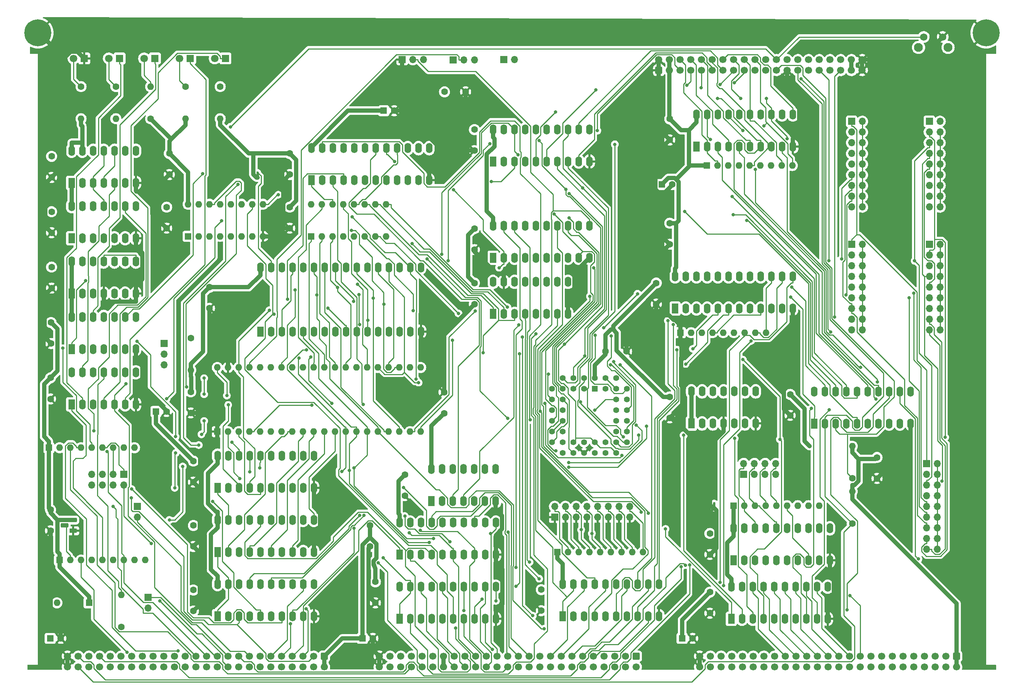
<source format=gbr>
%TF.GenerationSoftware,KiCad,Pcbnew,(6.0.11)*%
%TF.CreationDate,2023-12-31T10:05:36-06:00*%
%TF.ProjectId,processor.6809,70726f63-6573-4736-9f72-2e363830392e,v1.00*%
%TF.SameCoordinates,Original*%
%TF.FileFunction,Copper,L2,Bot*%
%TF.FilePolarity,Positive*%
%FSLAX46Y46*%
G04 Gerber Fmt 4.6, Leading zero omitted, Abs format (unit mm)*
G04 Created by KiCad (PCBNEW (6.0.11)) date 2023-12-31 10:05:36*
%MOMM*%
%LPD*%
G01*
G04 APERTURE LIST*
G04 Aperture macros list*
%AMRoundRect*
0 Rectangle with rounded corners*
0 $1 Rounding radius*
0 $2 $3 $4 $5 $6 $7 $8 $9 X,Y pos of 4 corners*
0 Add a 4 corners polygon primitive as box body*
4,1,4,$2,$3,$4,$5,$6,$7,$8,$9,$2,$3,0*
0 Add four circle primitives for the rounded corners*
1,1,$1+$1,$2,$3*
1,1,$1+$1,$4,$5*
1,1,$1+$1,$6,$7*
1,1,$1+$1,$8,$9*
0 Add four rect primitives between the rounded corners*
20,1,$1+$1,$2,$3,$4,$5,0*
20,1,$1+$1,$4,$5,$6,$7,0*
20,1,$1+$1,$6,$7,$8,$9,0*
20,1,$1+$1,$8,$9,$2,$3,0*%
G04 Aperture macros list end*
%TA.AperFunction,ComponentPad*%
%ADD10RoundRect,0.250000X-0.600000X0.600000X-0.600000X-0.600000X0.600000X-0.600000X0.600000X0.600000X0*%
%TD*%
%TA.AperFunction,ComponentPad*%
%ADD11C,1.700000*%
%TD*%
%TA.AperFunction,ComponentPad*%
%ADD12C,1.600000*%
%TD*%
%TA.AperFunction,ComponentPad*%
%ADD13R,1.600000X1.600000*%
%TD*%
%TA.AperFunction,ComponentPad*%
%ADD14R,1.800000X1.800000*%
%TD*%
%TA.AperFunction,ComponentPad*%
%ADD15C,1.800000*%
%TD*%
%TA.AperFunction,ComponentPad*%
%ADD16O,1.600000X1.600000*%
%TD*%
%TA.AperFunction,ComponentPad*%
%ADD17R,1.600000X2.400000*%
%TD*%
%TA.AperFunction,ComponentPad*%
%ADD18O,1.600000X2.400000*%
%TD*%
%TA.AperFunction,ComponentPad*%
%ADD19R,1.800000X1.100000*%
%TD*%
%TA.AperFunction,ComponentPad*%
%ADD20RoundRect,0.275000X0.625000X-0.275000X0.625000X0.275000X-0.625000X0.275000X-0.625000X-0.275000X0*%
%TD*%
%TA.AperFunction,ComponentPad*%
%ADD21C,6.400000*%
%TD*%
%TA.AperFunction,ComponentPad*%
%ADD22RoundRect,0.250000X0.600000X-0.600000X0.600000X0.600000X-0.600000X0.600000X-0.600000X-0.600000X0*%
%TD*%
%TA.AperFunction,ComponentPad*%
%ADD23R,1.422400X1.422400*%
%TD*%
%TA.AperFunction,ComponentPad*%
%ADD24C,1.422400*%
%TD*%
%TA.AperFunction,ComponentPad*%
%ADD25R,1.700000X1.700000*%
%TD*%
%TA.AperFunction,ComponentPad*%
%ADD26O,1.700000X1.700000*%
%TD*%
%TA.AperFunction,ComponentPad*%
%ADD27C,2.100000*%
%TD*%
%TA.AperFunction,ComponentPad*%
%ADD28C,1.750000*%
%TD*%
%TA.AperFunction,ComponentPad*%
%ADD29C,0.600000*%
%TD*%
%TA.AperFunction,ViaPad*%
%ADD30C,0.800000*%
%TD*%
%TA.AperFunction,Conductor*%
%ADD31C,0.250000*%
%TD*%
%TA.AperFunction,Conductor*%
%ADD32C,1.000000*%
%TD*%
G04 APERTURE END LIST*
%TO.C,NT4*%
G36*
X200800000Y-187850000D02*
G01*
X200200000Y-187850000D01*
X200200000Y-186650000D01*
X200800000Y-186650000D01*
X200800000Y-187850000D01*
G37*
%TO.C,NT3*%
G36*
X92450000Y-109350000D02*
G01*
X91850000Y-109350000D01*
X91850000Y-108150000D01*
X92450000Y-108150000D01*
X92450000Y-109350000D01*
G37*
%TD*%
D10*
%TO.P,P1,1,Pin_1*%
%TO.N,VCC*%
X108000000Y-223000000D03*
D11*
%TO.P,P1,2,Pin_2*%
X108000000Y-225540000D03*
%TO.P,P1,3,Pin_3*%
%TO.N,~{RD}*%
X105460000Y-223000000D03*
%TO.P,P1,4,Pin_4*%
%TO.N,/bus/E*%
X105460000Y-225540000D03*
%TO.P,P1,5,Pin_5*%
%TO.N,~{WR}*%
X102920000Y-223000000D03*
%TO.P,P1,6,Pin_6*%
%TO.N,/bus/ST*%
X102920000Y-225540000D03*
%TO.P,P1,7,Pin_7*%
%TO.N,~{IORQ}*%
X100380000Y-223000000D03*
%TO.P,P1,8,Pin_8*%
%TO.N,/bus/PHI*%
X100380000Y-225540000D03*
%TO.P,P1,9,Pin_9*%
%TO.N,~{MREQ}*%
X97840000Y-223000000D03*
%TO.P,P1,10,Pin_10*%
%TO.N,/bus/~{INT2}*%
X97840000Y-225540000D03*
%TO.P,P1,11,Pin_11*%
%TO.N,~{M1}*%
X95300000Y-223000000D03*
%TO.P,P1,12,Pin_12*%
%TO.N,/bus/~{INT1}*%
X95300000Y-225540000D03*
%TO.P,P1,13,Pin_13*%
%TO.N,/bus/~{BUSACK}*%
X92760000Y-223000000D03*
%TO.P,P1,14,Pin_14*%
%TO.N,/bus/CRUCLK*%
X92760000Y-225540000D03*
%TO.P,P1,15,Pin_15*%
%TO.N,bCLK*%
X90220000Y-223000000D03*
%TO.P,P1,16,Pin_16*%
%TO.N,/bus/CRUOUT*%
X90220000Y-225540000D03*
%TO.P,P1,17,Pin_17*%
%TO.N,~{INT0}*%
X87680000Y-223000000D03*
%TO.P,P1,18,Pin_18*%
%TO.N,/bus/CRUIN*%
X87680000Y-225540000D03*
%TO.P,P1,19,Pin_19*%
%TO.N,~{NMI}*%
X85140000Y-223000000D03*
%TO.P,P1,20,Pin_20*%
%TO.N,~{RES_IN}*%
X85140000Y-225540000D03*
%TO.P,P1,21,Pin_21*%
%TO.N,~{RES_OUT}*%
X82600000Y-223000000D03*
%TO.P,P1,22,Pin_22*%
%TO.N,/bus/USER8*%
X82600000Y-225540000D03*
%TO.P,P1,23,Pin_23*%
%TO.N,~{BUSRQ}*%
X80060000Y-223000000D03*
%TO.P,P1,24,Pin_24*%
%TO.N,/bus/USER7*%
X80060000Y-225540000D03*
%TO.P,P1,25,Pin_25*%
%TO.N,~{WAIT}*%
X77520000Y-223000000D03*
%TO.P,P1,26,Pin_26*%
%TO.N,/bus/USER6*%
X77520000Y-225540000D03*
%TO.P,P1,27,Pin_27*%
%TO.N,/bus/~{HALT}*%
X74980000Y-223000000D03*
%TO.P,P1,28,Pin_28*%
%TO.N,/bus/USER5*%
X74980000Y-225540000D03*
%TO.P,P1,29,Pin_29*%
%TO.N,/bus/~{RFSH}*%
X72440000Y-223000000D03*
%TO.P,P1,30,Pin_30*%
%TO.N,/bus/USER4*%
X72440000Y-225540000D03*
%TO.P,P1,31,Pin_31*%
%TO.N,~{EIRQ7}*%
X69900000Y-223000000D03*
%TO.P,P1,32,Pin_32*%
%TO.N,/bus/USER3*%
X69900000Y-225540000D03*
%TO.P,P1,33,Pin_33*%
%TO.N,~{EIRQ6}*%
X67360000Y-223000000D03*
%TO.P,P1,34,Pin_34*%
%TO.N,/bus/USER2*%
X67360000Y-225540000D03*
%TO.P,P1,35,Pin_35*%
%TO.N,~{EIRQ5}*%
X64820000Y-223000000D03*
%TO.P,P1,36,Pin_36*%
%TO.N,/bus/USER1*%
X64820000Y-225540000D03*
%TO.P,P1,37,Pin_37*%
%TO.N,~{EIRQ4}*%
X62280000Y-223000000D03*
%TO.P,P1,38,Pin_38*%
%TO.N,/bus/USER0*%
X62280000Y-225540000D03*
%TO.P,P1,39,Pin_39*%
%TO.N,~{EIRQ3}*%
X59740000Y-223000000D03*
%TO.P,P1,40,Pin_40*%
%TO.N,Net-(P1-Pad40)*%
X59740000Y-225540000D03*
%TO.P,P1,41,Pin_41*%
%TO.N,~{EIRQ2}*%
X57200000Y-223000000D03*
%TO.P,P1,42,Pin_42*%
%TO.N,Net-(P1-Pad40)*%
X57200000Y-225540000D03*
%TO.P,P1,43,Pin_43*%
%TO.N,~{EIRQ1}*%
X54660000Y-223000000D03*
%TO.P,P1,44,Pin_44*%
%TO.N,Net-(P1-Pad44)*%
X54660000Y-225540000D03*
%TO.P,P1,45,Pin_45*%
%TO.N,~{EIRQ0}*%
X52120000Y-223000000D03*
%TO.P,P1,46,Pin_46*%
%TO.N,Net-(P1-Pad44)*%
X52120000Y-225540000D03*
%TO.P,P1,47,Pin_47*%
%TO.N,I2C_SCL*%
X49580000Y-223000000D03*
%TO.P,P1,48,Pin_48*%
%TO.N,I2C_SDA*%
X49580000Y-225540000D03*
%TO.P,P1,49,Pin_49*%
%TO.N,GND*%
X47040000Y-223000000D03*
%TO.P,P1,50,Pin_50*%
X47040000Y-225540000D03*
%TD*%
D12*
%TO.P,C2,1*%
%TO.N,VCC*%
X127075000Y-179875000D03*
%TO.P,C2,2*%
%TO.N,GND*%
X127075000Y-184875000D03*
%TD*%
%TO.P,C3,1*%
%TO.N,VCC*%
X43255000Y-130605000D03*
%TO.P,C3,2*%
%TO.N,GND*%
X43255000Y-135605000D03*
%TD*%
%TO.P,C4,1*%
%TO.N,VCC*%
X174700000Y-150625000D03*
%TO.P,C4,2*%
%TO.N,GND*%
X179700000Y-150625000D03*
%TD*%
%TO.P,C5,1*%
%TO.N,VCC*%
X76910000Y-191940000D03*
%TO.P,C5,2*%
%TO.N,GND*%
X76910000Y-196940000D03*
%TD*%
%TO.P,C6,1*%
%TO.N,VCC*%
X43000000Y-156900000D03*
%TO.P,C6,2*%
%TO.N,GND*%
X43000000Y-161900000D03*
%TD*%
%TO.P,C8,1*%
%TO.N,VCC*%
X159460000Y-207180000D03*
%TO.P,C8,2*%
%TO.N,GND*%
X159460000Y-212180000D03*
%TD*%
%TO.P,C9,1*%
%TO.N,VCC*%
X199465000Y-193845000D03*
%TO.P,C9,2*%
%TO.N,GND*%
X199465000Y-198845000D03*
%TD*%
%TO.P,C10,1*%
%TO.N,VCC*%
X76910000Y-207270000D03*
%TO.P,C10,2*%
%TO.N,GND*%
X76910000Y-212270000D03*
%TD*%
%TO.P,C11,1*%
%TO.N,VCC*%
X43255000Y-117457500D03*
%TO.P,C11,2*%
%TO.N,GND*%
X43255000Y-122457500D03*
%TD*%
%TO.P,C14,1*%
%TO.N,VCC*%
X189940000Y-120185000D03*
%TO.P,C14,2*%
%TO.N,GND*%
X189940000Y-125185000D03*
%TD*%
%TO.P,C15,1*%
%TO.N,VCC*%
X143600000Y-134400000D03*
%TO.P,C15,2*%
%TO.N,GND*%
X143600000Y-139400000D03*
%TD*%
D13*
%TO.P,C25,1*%
%TO.N,VCC*%
X42929600Y-218750000D03*
D12*
%TO.P,C25,2*%
%TO.N,GND*%
X45429600Y-218750000D03*
%TD*%
D13*
%TO.P,C26,1*%
%TO.N,VCC*%
X68019900Y-164900000D03*
D12*
%TO.P,C26,2*%
%TO.N,GND*%
X70519900Y-164900000D03*
%TD*%
%TO.P,C17,1*%
%TO.N,VCC*%
X80720000Y-135390000D03*
%TO.P,C17,2*%
%TO.N,GND*%
X80720000Y-140390000D03*
%TD*%
%TO.P,C20,1*%
%TO.N,VCC*%
X120090000Y-205315000D03*
%TO.P,C20,2*%
%TO.N,GND*%
X120090000Y-210315000D03*
%TD*%
%TO.P,C21,1*%
%TO.N,VCC*%
X76910000Y-176660000D03*
%TO.P,C21,2*%
%TO.N,GND*%
X76910000Y-181660000D03*
%TD*%
%TO.P,C22,1*%
%TO.N,VCC*%
X99770000Y-116375000D03*
%TO.P,C22,2*%
%TO.N,GND*%
X99770000Y-121375000D03*
%TD*%
%TO.P,C23,1*%
%TO.N,VCC*%
X136385000Y-165310000D03*
%TO.P,C23,2*%
%TO.N,GND*%
X136385000Y-160310000D03*
%TD*%
D13*
%TO.P,C27,1*%
%TO.N,VCC*%
X117000000Y-218750000D03*
D12*
%TO.P,C27,2*%
%TO.N,GND*%
X119500000Y-218750000D03*
%TD*%
D13*
%TO.P,C28,1*%
%TO.N,VCC*%
X192884700Y-218750000D03*
D12*
%TO.P,C28,2*%
%TO.N,GND*%
X195384700Y-218750000D03*
%TD*%
D13*
%TO.P,C29,1*%
%TO.N,VCC*%
X188044900Y-111000000D03*
D12*
%TO.P,C29,2*%
%TO.N,GND*%
X190544900Y-111000000D03*
%TD*%
D14*
%TO.P,D4,1,K*%
%TO.N,Net-(D4-Pad1)*%
X67755000Y-81065000D03*
D15*
%TO.P,D4,2,A*%
%TO.N,Net-(D4-Pad2)*%
X65215000Y-81065000D03*
%TD*%
D13*
%TO.P,D6,1,K*%
%TO.N,VCC*%
X52145000Y-210315000D03*
D16*
%TO.P,D6,2,A*%
%TO.N,Net-(D6-Pad2)*%
X44525000Y-210315000D03*
%TD*%
D14*
%TO.P,D2,1,K*%
%TO.N,Net-(D2-Pad1)*%
X76132500Y-81065000D03*
D15*
%TO.P,D2,2,A*%
%TO.N,Net-(D2-Pad2)*%
X73592500Y-81065000D03*
%TD*%
D12*
%TO.P,R5,1*%
%TO.N,Net-(D3-Pad2)*%
X58495000Y-87760000D03*
D16*
%TO.P,R5,2*%
%TO.N,VCC*%
X58495000Y-95380000D03*
%TD*%
D12*
%TO.P,R6,1*%
%TO.N,Net-(J10-Pad1)*%
X76275000Y-147450000D03*
D16*
%TO.P,R6,2*%
%TO.N,VCC*%
X76275000Y-155070000D03*
%TD*%
D17*
%TO.P,U4,1*%
%TO.N,~{CPU-INT}*%
X48000000Y-163200000D03*
D18*
%TO.P,U4,2*%
%TO.N,Net-(D3-Pad1)*%
X50540000Y-163200000D03*
%TO.P,U4,3*%
%TO.N,~{CS_IO}*%
X53080000Y-163200000D03*
%TO.P,U4,4*%
%TO.N,Net-(D9-Pad1)*%
X55620000Y-163200000D03*
%TO.P,U4,5*%
%TO.N,~{NMI}*%
X58160000Y-163200000D03*
%TO.P,U4,6*%
%TO.N,Net-(D2-Pad1)*%
X60700000Y-163200000D03*
%TO.P,U4,7,GND*%
%TO.N,GND*%
X63240000Y-163200000D03*
%TO.P,U4,8*%
%TO.N,N/C*%
X63240000Y-155580000D03*
%TO.P,U4,9*%
X60700000Y-155580000D03*
%TO.P,U4,10*%
%TO.N,~{RES_OUT}*%
X58160000Y-155580000D03*
%TO.P,U4,11*%
%TO.N,Net-(D6-Pad2)*%
X55620000Y-155580000D03*
%TO.P,U4,12*%
%TO.N,~{BUSRQ}*%
X53080000Y-155580000D03*
%TO.P,U4,13*%
%TO.N,Net-(U21-Pad5)*%
X50540000Y-155580000D03*
%TO.P,U4,14,VCC*%
%TO.N,VCC*%
X48000000Y-155580000D03*
%TD*%
D17*
%TO.P,U5,1,VPP*%
%TO.N,unconnected-(U5-Pad1)*%
X92785000Y-145925000D03*
D18*
%TO.P,U5,2,A16*%
%TO.N,ZERO*%
X95325000Y-145925000D03*
%TO.P,U5,3,A15*%
X97865000Y-145925000D03*
%TO.P,U5,4,A12*%
%TO.N,CPU-A12*%
X100405000Y-145925000D03*
%TO.P,U5,5,A7*%
%TO.N,CPU-A7*%
X102945000Y-145925000D03*
%TO.P,U5,6,A6*%
%TO.N,CPU-A6*%
X105485000Y-145925000D03*
%TO.P,U5,7,A5*%
%TO.N,CPU-A5*%
X108025000Y-145925000D03*
%TO.P,U5,8,A4*%
%TO.N,CPU-A4*%
X110565000Y-145925000D03*
%TO.P,U5,9,A3*%
%TO.N,CPU-A3*%
X113105000Y-145925000D03*
%TO.P,U5,10,A2*%
%TO.N,CPU-A2*%
X115645000Y-145925000D03*
%TO.P,U5,11,A1*%
%TO.N,CPU-A1*%
X118185000Y-145925000D03*
%TO.P,U5,12,A0*%
%TO.N,CPU-A0*%
X120725000Y-145925000D03*
%TO.P,U5,13,D0*%
%TO.N,CPU-D0*%
X123265000Y-145925000D03*
%TO.P,U5,14,D1*%
%TO.N,CPU-D1*%
X125805000Y-145925000D03*
%TO.P,U5,15,D2*%
%TO.N,CPU-D2*%
X128345000Y-145925000D03*
%TO.P,U5,16,GND*%
%TO.N,GND*%
X130885000Y-145925000D03*
%TO.P,U5,17,D3*%
%TO.N,CPU-D3*%
X130885000Y-130685000D03*
%TO.P,U5,18,D4*%
%TO.N,CPU-D4*%
X128345000Y-130685000D03*
%TO.P,U5,19,D5*%
%TO.N,CPU-D5*%
X125805000Y-130685000D03*
%TO.P,U5,20,D6*%
%TO.N,CPU-D6*%
X123265000Y-130685000D03*
%TO.P,U5,21,D7*%
%TO.N,CPU-D7*%
X120725000Y-130685000D03*
%TO.P,U5,22,~{CE}*%
%TO.N,~{ONBOARD_ROM}*%
X118185000Y-130685000D03*
%TO.P,U5,23,A10*%
%TO.N,CPU-A10*%
X115645000Y-130685000D03*
%TO.P,U5,24,~{OE}*%
%TO.N,ZERO*%
X113105000Y-130685000D03*
%TO.P,U5,25,A11*%
%TO.N,CPU-A11*%
X110565000Y-130685000D03*
%TO.P,U5,26,A9*%
%TO.N,CPU-A9*%
X108025000Y-130685000D03*
%TO.P,U5,27,A8*%
%TO.N,CPU-A8*%
X105485000Y-130685000D03*
%TO.P,U5,28,A13*%
%TO.N,ZERO*%
X102945000Y-130685000D03*
%TO.P,U5,29,A14*%
X100405000Y-130685000D03*
%TO.P,U5,30*%
%TO.N,N/C*%
X97865000Y-130685000D03*
%TO.P,U5,31,~{PGM}*%
%TO.N,ONE*%
X95325000Y-130685000D03*
%TO.P,U5,32,VCC*%
%TO.N,VCC*%
X92785000Y-130685000D03*
%TD*%
D17*
%TO.P,U6,1,OEa*%
%TO.N,~{6809EN}*%
X82630000Y-198240000D03*
D18*
%TO.P,U6,2,I0a*%
%TO.N,CPU-A0*%
X85170000Y-198240000D03*
%TO.P,U6,3,O3b*%
%TO.N,A7*%
X87710000Y-198240000D03*
%TO.P,U6,4,I1a*%
%TO.N,CPU-A1*%
X90250000Y-198240000D03*
%TO.P,U6,5,O2b*%
%TO.N,A6*%
X92790000Y-198240000D03*
%TO.P,U6,6,I2a*%
%TO.N,CPU-A2*%
X95330000Y-198240000D03*
%TO.P,U6,7,O1b*%
%TO.N,A5*%
X97870000Y-198240000D03*
%TO.P,U6,8,I3a*%
%TO.N,CPU-A3*%
X100410000Y-198240000D03*
%TO.P,U6,9,O0b*%
%TO.N,A4*%
X102950000Y-198240000D03*
%TO.P,U6,10,GND*%
%TO.N,GND*%
X105490000Y-198240000D03*
%TO.P,U6,11,I0b*%
%TO.N,CPU-A4*%
X105490000Y-190620000D03*
%TO.P,U6,12,O3a*%
%TO.N,A3*%
X102950000Y-190620000D03*
%TO.P,U6,13,I1b*%
%TO.N,CPU-A5*%
X100410000Y-190620000D03*
%TO.P,U6,14,O2a*%
%TO.N,A2*%
X97870000Y-190620000D03*
%TO.P,U6,15,I2b*%
%TO.N,CPU-A6*%
X95330000Y-190620000D03*
%TO.P,U6,16,O1a*%
%TO.N,A1*%
X92790000Y-190620000D03*
%TO.P,U6,17,I3b*%
%TO.N,CPU-A7*%
X90250000Y-190620000D03*
%TO.P,U6,18,O0a*%
%TO.N,A0*%
X87710000Y-190620000D03*
%TO.P,U6,19,OEb*%
%TO.N,~{6809EN}*%
X85170000Y-190620000D03*
%TO.P,U6,20,VCC*%
%TO.N,VCC*%
X82630000Y-190620000D03*
%TD*%
D17*
%TO.P,U8,1,OEa*%
%TO.N,~{6809EN}*%
X164540000Y-213480000D03*
D18*
%TO.P,U8,2,I0a*%
%TO.N,CPU-A8*%
X167080000Y-213480000D03*
%TO.P,U8,3,O3b*%
%TO.N,A15*%
X169620000Y-213480000D03*
%TO.P,U8,4,I1a*%
%TO.N,CPU-A9*%
X172160000Y-213480000D03*
%TO.P,U8,5,O2b*%
%TO.N,A14*%
X174700000Y-213480000D03*
%TO.P,U8,6,I2a*%
%TO.N,CPU-A10*%
X177240000Y-213480000D03*
%TO.P,U8,7,O1b*%
%TO.N,A13*%
X179780000Y-213480000D03*
%TO.P,U8,8,I3a*%
%TO.N,CPU-A11*%
X182320000Y-213480000D03*
%TO.P,U8,9,O0b*%
%TO.N,A12*%
X184860000Y-213480000D03*
%TO.P,U8,10,GND*%
%TO.N,GND*%
X187400000Y-213480000D03*
%TO.P,U8,11,I0b*%
%TO.N,CPU-A12*%
X187400000Y-205860000D03*
%TO.P,U8,12,O3a*%
%TO.N,A11*%
X184860000Y-205860000D03*
%TO.P,U8,13,I1b*%
%TO.N,CPU-A13*%
X182320000Y-205860000D03*
%TO.P,U8,14,O2a*%
%TO.N,A10*%
X179780000Y-205860000D03*
%TO.P,U8,15,I2b*%
%TO.N,SEL-A14*%
X177240000Y-205860000D03*
%TO.P,U8,16,O1a*%
%TO.N,A9*%
X174700000Y-205860000D03*
%TO.P,U8,17,I3b*%
%TO.N,SEL-A15*%
X172160000Y-205860000D03*
%TO.P,U8,18,O0a*%
%TO.N,A8*%
X169620000Y-205860000D03*
%TO.P,U8,19,OEb*%
%TO.N,~{6809EN}*%
X167080000Y-205860000D03*
%TO.P,U8,20,VCC*%
%TO.N,VCC*%
X164540000Y-205860000D03*
%TD*%
D19*
%TO.P,U15,1,Pin_1*%
%TO.N,GND*%
X48400000Y-193200000D03*
D20*
%TO.P,U15,2,Pin_2*%
%TO.N,~{RES_OUT}*%
X46330000Y-191930000D03*
%TO.P,U15,3,Pin_3*%
%TO.N,VCC*%
X48400000Y-190660000D03*
%TD*%
D17*
%TO.P,U1,1*%
%TO.N,Net-(U1-Pad1)*%
X48000000Y-150052500D03*
D18*
%TO.P,U1,2*%
%TO.N,CLK*%
X50540000Y-150052500D03*
%TO.P,U1,3*%
%TO.N,unconnected-(U1-Pad3)*%
X53080000Y-150052500D03*
%TO.P,U1,4*%
%TO.N,unconnected-(U1-Pad4)*%
X55620000Y-150052500D03*
%TO.P,U1,5*%
%TO.N,unconnected-(U1-Pad5)*%
X58160000Y-150052500D03*
%TO.P,U1,6*%
%TO.N,unconnected-(U1-Pad6)*%
X60700000Y-150052500D03*
%TO.P,U1,7,GND*%
%TO.N,GND*%
X63240000Y-150052500D03*
%TO.P,U1,8*%
%TO.N,Net-(U1-Pad8)*%
X63240000Y-142432500D03*
%TO.P,U1,9*%
%TO.N,~{RES_OUT}*%
X60700000Y-142432500D03*
%TO.P,U1,10*%
%TO.N,6809EN*%
X58160000Y-142432500D03*
%TO.P,U1,11*%
%TO.N,~{6809EN}*%
X55620000Y-142432500D03*
%TO.P,U1,12*%
%TO.N,Net-(D4-Pad1)*%
X53080000Y-142432500D03*
%TO.P,U1,13*%
%TO.N,6809EN*%
X50540000Y-142432500D03*
%TO.P,U1,14,VCC*%
%TO.N,VCC*%
X48000000Y-142432500D03*
%TD*%
D10*
%TO.P,P2,1,Pin_1*%
%TO.N,VCC*%
X182000000Y-223000000D03*
D11*
%TO.P,P2,2,Pin_2*%
X182000000Y-225540000D03*
%TO.P,P2,3,Pin_3*%
%TO.N,A15*%
X179460000Y-223000000D03*
%TO.P,P2,4,Pin_4*%
%TO.N,/bus/A31*%
X179460000Y-225540000D03*
%TO.P,P2,5,Pin_5*%
%TO.N,A14*%
X176920000Y-223000000D03*
%TO.P,P2,6,Pin_6*%
%TO.N,/bus/A30*%
X176920000Y-225540000D03*
%TO.P,P2,7,Pin_7*%
%TO.N,A13*%
X174380000Y-223000000D03*
%TO.P,P2,8,Pin_8*%
%TO.N,/bus/A29*%
X174380000Y-225540000D03*
%TO.P,P2,9,Pin_9*%
%TO.N,A12*%
X171840000Y-223000000D03*
%TO.P,P2,10,Pin_10*%
%TO.N,/bus/A28*%
X171840000Y-225540000D03*
%TO.P,P2,11,Pin_11*%
%TO.N,A11*%
X169300000Y-223000000D03*
%TO.P,P2,12,Pin_12*%
%TO.N,/bus/A27*%
X169300000Y-225540000D03*
%TO.P,P2,13,Pin_13*%
%TO.N,A10*%
X166760000Y-223000000D03*
%TO.P,P2,14,Pin_14*%
%TO.N,/bus/A26*%
X166760000Y-225540000D03*
%TO.P,P2,15,Pin_15*%
%TO.N,A9*%
X164220000Y-223000000D03*
%TO.P,P2,16,Pin_16*%
%TO.N,/bus/A25*%
X164220000Y-225540000D03*
%TO.P,P2,17,Pin_17*%
%TO.N,A8*%
X161680000Y-223000000D03*
%TO.P,P2,18,Pin_18*%
%TO.N,/bus/A24*%
X161680000Y-225540000D03*
%TO.P,P2,19,Pin_19*%
%TO.N,+12V*%
X159140000Y-223000000D03*
%TO.P,P2,20,Pin_20*%
X159140000Y-225540000D03*
%TO.P,P2,21,Pin_21*%
%TO.N,A7*%
X156600000Y-223000000D03*
%TO.P,P2,22,Pin_22*%
%TO.N,/bus/A23*%
X156600000Y-225540000D03*
%TO.P,P2,23,Pin_23*%
%TO.N,A6*%
X154060000Y-223000000D03*
%TO.P,P2,24,Pin_24*%
%TO.N,/bus/A22*%
X154060000Y-225540000D03*
%TO.P,P2,25,Pin_25*%
%TO.N,A5*%
X151520000Y-223000000D03*
%TO.P,P2,26,Pin_26*%
%TO.N,A21*%
X151520000Y-225540000D03*
%TO.P,P2,27,Pin_27*%
%TO.N,A4*%
X148980000Y-223000000D03*
%TO.P,P2,28,Pin_28*%
%TO.N,A20*%
X148980000Y-225540000D03*
%TO.P,P2,29,Pin_29*%
%TO.N,A3*%
X146440000Y-223000000D03*
%TO.P,P2,30,Pin_30*%
%TO.N,A19*%
X146440000Y-225540000D03*
%TO.P,P2,31,Pin_31*%
%TO.N,A2*%
X143900000Y-223000000D03*
%TO.P,P2,32,Pin_32*%
%TO.N,A18*%
X143900000Y-225540000D03*
%TO.P,P2,33,Pin_33*%
%TO.N,A1*%
X141360000Y-223000000D03*
%TO.P,P2,34,Pin_34*%
%TO.N,A17*%
X141360000Y-225540000D03*
%TO.P,P2,35,Pin_35*%
%TO.N,A0*%
X138820000Y-223000000D03*
%TO.P,P2,36,Pin_36*%
%TO.N,A16*%
X138820000Y-225540000D03*
%TO.P,P2,37,Pin_37*%
%TO.N,-12V*%
X136280000Y-223000000D03*
%TO.P,P2,38,Pin_38*%
X136280000Y-225540000D03*
%TO.P,P2,39,Pin_39*%
%TO.N,/bus/IC3*%
X133740000Y-223000000D03*
%TO.P,P2,40,Pin_40*%
%TO.N,~{TEND1}*%
X133740000Y-225540000D03*
%TO.P,P2,41,Pin_41*%
%TO.N,/bus/IC2*%
X131200000Y-223000000D03*
%TO.P,P2,42,Pin_42*%
%TO.N,~{DREQ1}*%
X131200000Y-225540000D03*
%TO.P,P2,43,Pin_43*%
%TO.N,/bus/IC1*%
X128660000Y-223000000D03*
%TO.P,P2,44,Pin_44*%
%TO.N,~{TEND0}*%
X128660000Y-225540000D03*
%TO.P,P2,45,Pin_45*%
%TO.N,/bus/IC0*%
X126120000Y-223000000D03*
%TO.P,P2,46,Pin_46*%
%TO.N,~{DREQ0}*%
X126120000Y-225540000D03*
%TO.P,P2,47,Pin_47*%
%TO.N,/bus/AUXCLK1*%
X123580000Y-223000000D03*
%TO.P,P2,48,Pin_48*%
%TO.N,/bus/AUXCLK0*%
X123580000Y-225540000D03*
%TO.P,P2,49,Pin_49*%
%TO.N,GND*%
X121040000Y-223000000D03*
%TO.P,P2,50,Pin_50*%
X121040000Y-225540000D03*
%TD*%
D21*
%TO.P,H2,1,1*%
%TO.N,GND*%
X265000000Y-75000000D03*
%TD*%
D13*
%TO.P,RN1,1,common*%
%TO.N,VCC*%
X42620000Y-173485000D03*
D16*
%TO.P,RN1,2,R1*%
%TO.N,unconnected-(RN1-Pad2)*%
X45160000Y-173485000D03*
%TO.P,RN1,3,R2*%
%TO.N,~{TEND0}*%
X47700000Y-173485000D03*
%TO.P,RN1,4,R3*%
%TO.N,~{TEND1}*%
X50240000Y-173485000D03*
%TO.P,RN1,5,R4*%
%TO.N,~{CPU-RESET}*%
X52780000Y-173485000D03*
%TO.P,RN1,6,R5*%
%TO.N,Net-(JP4-Pad1)*%
X55320000Y-173485000D03*
%TO.P,RN1,7,R6*%
%TO.N,Net-(JP4-Pad3)*%
X57860000Y-173485000D03*
%TO.P,RN1,8,R7*%
%TO.N,Net-(JP4-Pad5)*%
X60400000Y-173485000D03*
%TO.P,RN1,9,R8*%
%TO.N,Net-(JP4-Pad7)*%
X62940000Y-173485000D03*
%TD*%
D17*
%TO.P,U11,1,A->B*%
%TO.N,DATA-DIR*%
X204550000Y-214115000D03*
D18*
%TO.P,U11,2,A0*%
%TO.N,CPU-D0*%
X207090000Y-214115000D03*
%TO.P,U11,3,A1*%
%TO.N,CPU-D1*%
X209630000Y-214115000D03*
%TO.P,U11,4,A2*%
%TO.N,CPU-D2*%
X212170000Y-214115000D03*
%TO.P,U11,5,A3*%
%TO.N,CPU-D3*%
X214710000Y-214115000D03*
%TO.P,U11,6,A4*%
%TO.N,CPU-D4*%
X217250000Y-214115000D03*
%TO.P,U11,7,A5*%
%TO.N,CPU-D5*%
X219790000Y-214115000D03*
%TO.P,U11,8,A6*%
%TO.N,CPU-D6*%
X222330000Y-214115000D03*
%TO.P,U11,9,A7*%
%TO.N,CPU-D7*%
X224870000Y-214115000D03*
%TO.P,U11,10,GND*%
%TO.N,GND*%
X227410000Y-214115000D03*
%TO.P,U11,11,B7*%
%TO.N,D7*%
X227410000Y-206495000D03*
%TO.P,U11,12,B6*%
%TO.N,D6*%
X224870000Y-206495000D03*
%TO.P,U11,13,B5*%
%TO.N,D5*%
X222330000Y-206495000D03*
%TO.P,U11,14,B4*%
%TO.N,D4*%
X219790000Y-206495000D03*
%TO.P,U11,15,B3*%
%TO.N,D3*%
X217250000Y-206495000D03*
%TO.P,U11,16,B2*%
%TO.N,D2*%
X214710000Y-206495000D03*
%TO.P,U11,17,B1*%
%TO.N,D1*%
X212170000Y-206495000D03*
%TO.P,U11,18,B0*%
%TO.N,D0*%
X209630000Y-206495000D03*
%TO.P,U11,19,CE*%
%TO.N,~{6809EN}*%
X207090000Y-206495000D03*
%TO.P,U11,20,VCC*%
%TO.N,VCC*%
X204550000Y-206495000D03*
%TD*%
D12*
%TO.P,C19,1*%
%TO.N,VCC*%
X43000000Y-188200000D03*
%TO.P,C19,2*%
%TO.N,GND*%
X43000000Y-193200000D03*
%TD*%
%TO.P,C18,1*%
%TO.N,VCC*%
X43125000Y-143752500D03*
%TO.P,C18,2*%
%TO.N,GND*%
X43125000Y-148752500D03*
%TD*%
%TO.P,C12,1*%
%TO.N,VCC*%
X76275000Y-160230000D03*
%TO.P,C12,2*%
%TO.N,GND*%
X76275000Y-165230000D03*
%TD*%
%TO.P,C16,1*%
%TO.N,VCC*%
X199465000Y-207775000D03*
%TO.P,C16,2*%
%TO.N,GND*%
X199465000Y-212775000D03*
%TD*%
D17*
%TO.P,U3,1,I0/CLK*%
%TO.N,CPU-A0*%
X104915000Y-109985000D03*
D18*
%TO.P,U3,2,I1*%
%TO.N,CPU-A1*%
X107455000Y-109985000D03*
%TO.P,U3,3,I2*%
%TO.N,CPU-A2*%
X109995000Y-109985000D03*
%TO.P,U3,4,I3*%
%TO.N,CPU-A3*%
X112535000Y-109985000D03*
%TO.P,U3,5,I4*%
%TO.N,~{CS_IO}*%
X115075000Y-109985000D03*
%TO.P,U3,6,I5*%
%TO.N,~{INT-I2C}*%
X117615000Y-109985000D03*
%TO.P,U3,7,I6*%
%TO.N,CPU-R~{W}*%
X120155000Y-109985000D03*
%TO.P,U3,8,I7*%
%TO.N,unconnected-(U3-Pad8)*%
X122695000Y-109985000D03*
%TO.P,U3,9,I8*%
%TO.N,unconnected-(U3-Pad9)*%
X125235000Y-109985000D03*
%TO.P,U3,10,I9*%
%TO.N,unconnected-(U3-Pad10)*%
X127775000Y-109985000D03*
%TO.P,U3,11,I10*%
%TO.N,unconnected-(U3-Pad11)*%
X130315000Y-109985000D03*
%TO.P,U3,12,GND*%
%TO.N,GND*%
X132855000Y-109985000D03*
%TO.P,U3,13,I11*%
%TO.N,Net-(U3-Pad13)*%
X132855000Y-102365000D03*
%TO.P,U3,14,O9*%
X130315000Y-102365000D03*
%TO.P,U3,15,O8*%
%TO.N,unconnected-(U3-Pad15)*%
X127775000Y-102365000D03*
%TO.P,U3,16,O7*%
%TO.N,~{PAGE-WR}*%
X125235000Y-102365000D03*
%TO.P,U3,17,O6*%
%TO.N,~{CS_I2C_WR}*%
X122695000Y-102365000D03*
%TO.P,U3,18,O5*%
%TO.N,INT-I2C*%
X120155000Y-102365000D03*
%TO.P,U3,19,O4*%
%TO.N,~{CS_I2C}*%
X117615000Y-102365000D03*
%TO.P,U3,20,O3*%
%TO.N,unconnected-(U3-Pad20)*%
X115075000Y-102365000D03*
%TO.P,U3,21,O2*%
%TO.N,~{FP-LATCH-RD}*%
X112535000Y-102365000D03*
%TO.P,U3,22,O1*%
%TO.N,FP-LATCH-WR*%
X109995000Y-102365000D03*
%TO.P,U3,23,O0*%
%TO.N,~{CS_UART}*%
X107455000Y-102365000D03*
%TO.P,U3,24,VCC*%
%TO.N,VCC*%
X104915000Y-102365000D03*
%TD*%
D21*
%TO.P,H1,1,1*%
%TO.N,GND*%
X40000000Y-75000000D03*
%TD*%
D14*
%TO.P,D7,1,K*%
%TO.N,GND*%
X51000000Y-81065000D03*
D15*
%TO.P,D7,2,A*%
%TO.N,Net-(D7-Pad2)*%
X48460000Y-81065000D03*
%TD*%
D10*
%TO.P,P3,1,Pin_1*%
%TO.N,VCC*%
X258000000Y-223000000D03*
D11*
%TO.P,P3,2,Pin_2*%
X258000000Y-225540000D03*
%TO.P,P3,3,Pin_3*%
%TO.N,/bus/D15*%
X255460000Y-223000000D03*
%TO.P,P3,4,Pin_4*%
%TO.N,/bus/D31*%
X255460000Y-225540000D03*
%TO.P,P3,5,Pin_5*%
%TO.N,/bus/D14*%
X252920000Y-223000000D03*
%TO.P,P3,6,Pin_6*%
%TO.N,/bus/D30*%
X252920000Y-225540000D03*
%TO.P,P3,7,Pin_7*%
%TO.N,/bus/D13*%
X250380000Y-223000000D03*
%TO.P,P3,8,Pin_8*%
%TO.N,/bus/D29*%
X250380000Y-225540000D03*
%TO.P,P3,9,Pin_9*%
%TO.N,/bus/D12*%
X247840000Y-223000000D03*
%TO.P,P3,10,Pin_10*%
%TO.N,/bus/D28*%
X247840000Y-225540000D03*
%TO.P,P3,11,Pin_11*%
%TO.N,/bus/D11*%
X245300000Y-223000000D03*
%TO.P,P3,12,Pin_12*%
%TO.N,/bus/D27*%
X245300000Y-225540000D03*
%TO.P,P3,13,Pin_13*%
%TO.N,/bus/D10*%
X242760000Y-223000000D03*
%TO.P,P3,14,Pin_14*%
%TO.N,/bus/D26*%
X242760000Y-225540000D03*
%TO.P,P3,15,Pin_15*%
%TO.N,/bus/D9*%
X240220000Y-223000000D03*
%TO.P,P3,16,Pin_16*%
%TO.N,/bus/D25*%
X240220000Y-225540000D03*
%TO.P,P3,17,Pin_17*%
%TO.N,/bus/D8*%
X237680000Y-223000000D03*
%TO.P,P3,18,Pin_18*%
%TO.N,/bus/D24*%
X237680000Y-225540000D03*
%TO.P,P3,19,Pin_19*%
%TO.N,D7*%
X235140000Y-223000000D03*
%TO.P,P3,20,Pin_20*%
%TO.N,/bus/D23*%
X235140000Y-225540000D03*
%TO.P,P3,21,Pin_21*%
%TO.N,D6*%
X232600000Y-223000000D03*
%TO.P,P3,22,Pin_22*%
%TO.N,/bus/D22*%
X232600000Y-225540000D03*
%TO.P,P3,23,Pin_23*%
%TO.N,D5*%
X230060000Y-223000000D03*
%TO.P,P3,24,Pin_24*%
%TO.N,/bus/D21*%
X230060000Y-225540000D03*
%TO.P,P3,25,Pin_25*%
%TO.N,D4*%
X227520000Y-223000000D03*
%TO.P,P3,26,Pin_26*%
%TO.N,/bus/D20*%
X227520000Y-225540000D03*
%TO.P,P3,27,Pin_27*%
%TO.N,D3*%
X224980000Y-223000000D03*
%TO.P,P3,28,Pin_28*%
%TO.N,/bus/D19*%
X224980000Y-225540000D03*
%TO.P,P3,29,Pin_29*%
%TO.N,D2*%
X222440000Y-223000000D03*
%TO.P,P3,30,Pin_30*%
%TO.N,/bus/D18*%
X222440000Y-225540000D03*
%TO.P,P3,31,Pin_31*%
%TO.N,D1*%
X219900000Y-223000000D03*
%TO.P,P3,32,Pin_32*%
%TO.N,/bus/D17*%
X219900000Y-225540000D03*
%TO.P,P3,33,Pin_33*%
%TO.N,D0*%
X217360000Y-223000000D03*
%TO.P,P3,34,Pin_34*%
%TO.N,/bus/D16*%
X217360000Y-225540000D03*
%TO.P,P3,35,Pin_35*%
%TO.N,/bus/~{BUSERR}*%
X214820000Y-223000000D03*
%TO.P,P3,36,Pin_36*%
%TO.N,/bus/UDS*%
X214820000Y-225540000D03*
%TO.P,P3,37,Pin_37*%
%TO.N,/bus/~{VPA}*%
X212280000Y-223000000D03*
%TO.P,P3,38,Pin_38*%
%TO.N,/bus/LDS*%
X212280000Y-225540000D03*
%TO.P,P3,39,Pin_39*%
%TO.N,/bus/~{VMA}*%
X209740000Y-223000000D03*
%TO.P,P3,40,Pin_40*%
%TO.N,/bus/S2*%
X209740000Y-225540000D03*
%TO.P,P3,41,Pin_41*%
%TO.N,/bus/~{BHE}*%
X207200000Y-223000000D03*
%TO.P,P3,42,Pin_42*%
%TO.N,/bus/S1*%
X207200000Y-225540000D03*
%TO.P,P3,43,Pin_43*%
%TO.N,/bus/IPL2*%
X204660000Y-223000000D03*
%TO.P,P3,44,Pin_44*%
%TO.N,/bus/S0*%
X204660000Y-225540000D03*
%TO.P,P3,45,Pin_45*%
%TO.N,/bus/IPL1*%
X202120000Y-223000000D03*
%TO.P,P3,46,Pin_46*%
%TO.N,/bus/AUXCLK3*%
X202120000Y-225540000D03*
%TO.P,P3,47,Pin_47*%
%TO.N,/bus/IPL0*%
X199580000Y-223000000D03*
%TO.P,P3,48,Pin_48*%
%TO.N,/bus/AUXCLK2*%
X199580000Y-225540000D03*
%TO.P,P3,49,Pin_49*%
%TO.N,GND*%
X197040000Y-223000000D03*
%TO.P,P3,50,Pin_50*%
X197040000Y-225540000D03*
%TD*%
D17*
%TO.P,U13,1,Pin_1*%
%TO.N,VCC*%
X48000000Y-136905000D03*
D18*
%TO.P,U13,2,Pin_2*%
%TO.N,unconnected-(U13-Pad2)*%
X50540000Y-136905000D03*
%TO.P,U13,3,Pin_3*%
%TO.N,unconnected-(U13-Pad3)*%
X53080000Y-136905000D03*
%TO.P,U13,4,Pin_4*%
%TO.N,GND*%
X55620000Y-136905000D03*
%TO.P,U13,5,Pin_5*%
%TO.N,unconnected-(U13-Pad5)*%
X58160000Y-136905000D03*
%TO.P,U13,6,Pin_6*%
%TO.N,unconnected-(U13-Pad6)*%
X60700000Y-136905000D03*
%TO.P,U13,7,Pin_7*%
%TO.N,GND*%
X63240000Y-136905000D03*
%TO.P,U13,8,Pin_8*%
%TO.N,Net-(U1-Pad1)*%
X63240000Y-129285000D03*
%TO.P,U13,9,Pin_9*%
%TO.N,unconnected-(U13-Pad9)*%
X60700000Y-129285000D03*
%TO.P,U13,10,Pin_10*%
%TO.N,unconnected-(U13-Pad10)*%
X58160000Y-129285000D03*
%TO.P,U13,11,Pin_11*%
%TO.N,Net-(U1-Pad1)*%
X55620000Y-129285000D03*
%TO.P,U13,12,Pin_12*%
%TO.N,unconnected-(U13-Pad12)*%
X53080000Y-129285000D03*
%TO.P,U13,13,Pin_13*%
%TO.N,unconnected-(U13-Pad13)*%
X50540000Y-129285000D03*
%TO.P,U13,14,Pin_14*%
%TO.N,VCC*%
X48000000Y-129285000D03*
%TD*%
D12*
%TO.P,C36,1*%
%TO.N,VCC*%
X189940000Y-95420000D03*
%TO.P,C36,2*%
%TO.N,GND*%
X189940000Y-100420000D03*
%TD*%
%TO.P,C38,1*%
%TO.N,VCC*%
X143600000Y-121455000D03*
%TO.P,C38,2*%
%TO.N,GND*%
X143600000Y-126455000D03*
%TD*%
D13*
%TO.P,C46,1*%
%TO.N,VCC*%
X122059900Y-93475000D03*
D12*
%TO.P,C46,2*%
%TO.N,GND*%
X124559900Y-93475000D03*
%TD*%
D17*
%TO.P,U19,1,S*%
%TO.N,~{PAGE-EN}*%
X148020000Y-141725000D03*
D18*
%TO.P,U19,2,I0a*%
%TO.N,mA14*%
X150560000Y-141725000D03*
%TO.P,U19,3,I1a*%
%TO.N,CPU-A14*%
X153100000Y-141725000D03*
%TO.P,U19,4,Za*%
%TO.N,SEL-A14*%
X155640000Y-141725000D03*
%TO.P,U19,5,I0b*%
%TO.N,mA15*%
X158180000Y-141725000D03*
%TO.P,U19,6,I1b*%
%TO.N,CPU-A15*%
X160720000Y-141725000D03*
%TO.P,U19,7,Zb*%
%TO.N,SEL-A15*%
X163260000Y-141725000D03*
%TO.P,U19,8,GND*%
%TO.N,GND*%
X165800000Y-141725000D03*
%TO.P,U19,9,Zc*%
%TO.N,unconnected-(U19-Pad9)*%
X165800000Y-134105000D03*
%TO.P,U19,10,I1c*%
%TO.N,unconnected-(U19-Pad10)*%
X163260000Y-134105000D03*
%TO.P,U19,11,I0c*%
%TO.N,unconnected-(U19-Pad11)*%
X160720000Y-134105000D03*
%TO.P,U19,12,Zd*%
%TO.N,unconnected-(U19-Pad12)*%
X158180000Y-134105000D03*
%TO.P,U19,13,I1d*%
%TO.N,unconnected-(U19-Pad13)*%
X155640000Y-134105000D03*
%TO.P,U19,14,I0d*%
%TO.N,unconnected-(U19-Pad14)*%
X153100000Y-134105000D03*
%TO.P,U19,15,E*%
%TO.N,GND*%
X150560000Y-134105000D03*
%TO.P,U19,16,VCC*%
%TO.N,VCC*%
X148020000Y-134105000D03*
%TD*%
D17*
%TO.P,U7,1*%
%TO.N,UART_INT*%
X133410000Y-186175000D03*
D18*
%TO.P,U7,2*%
%TO.N,Net-(J8-Pad10)*%
X135950000Y-186175000D03*
%TO.P,U7,3*%
%TO.N,INT-I2C*%
X138490000Y-186175000D03*
%TO.P,U7,4*%
%TO.N,Net-(J7-Pad10)*%
X141030000Y-186175000D03*
%TO.P,U7,5*%
%TO.N,Net-(U22-Pad19)*%
X143570000Y-186175000D03*
%TO.P,U7,6*%
%TO.N,Net-(U16-Pad10)*%
X146110000Y-186175000D03*
%TO.P,U7,7,GND*%
%TO.N,GND*%
X148650000Y-186175000D03*
%TO.P,U7,8*%
%TO.N,N/C*%
X148650000Y-178555000D03*
%TO.P,U7,9*%
X146110000Y-178555000D03*
%TO.P,U7,10*%
%TO.N,unconnected-(U7-Pad10)*%
X143570000Y-178555000D03*
%TO.P,U7,11*%
%TO.N,unconnected-(U7-Pad11)*%
X141030000Y-178555000D03*
%TO.P,U7,12*%
%TO.N,N/C*%
X138490000Y-178555000D03*
%TO.P,U7,13*%
X135950000Y-178555000D03*
%TO.P,U7,14,VCC*%
%TO.N,VCC*%
X133410000Y-178555000D03*
%TD*%
D14*
%TO.P,D9,1,K*%
%TO.N,Net-(D9-Pad1)*%
X84510000Y-81065000D03*
D15*
%TO.P,D9,2,A*%
%TO.N,Net-(D9-Pad2)*%
X81970000Y-81065000D03*
%TD*%
D13*
%TO.P,RN4,1,common*%
%TO.N,VCC*%
X45145000Y-200155000D03*
D16*
%TO.P,RN4,2,R1*%
%TO.N,~{RES_OUT}*%
X47685000Y-200155000D03*
%TO.P,RN4,3,R2*%
%TO.N,~{DREQ0}*%
X50225000Y-200155000D03*
%TO.P,RN4,4,R3*%
%TO.N,~{CPU-NMI}*%
X52765000Y-200155000D03*
%TO.P,RN4,5,R4*%
%TO.N,~{CPU-INT}*%
X55305000Y-200155000D03*
%TO.P,RN4,6,R5*%
%TO.N,~{CPU-HALT}*%
X57845000Y-200155000D03*
%TO.P,RN4,7,R6*%
%TO.N,~{BUSRQ}*%
X60385000Y-200155000D03*
%TO.P,RN4,8,R7*%
%TO.N,~{CPU-IORQ}*%
X62925000Y-200155000D03*
%TO.P,RN4,9,R8*%
%TO.N,~{DREQ1}*%
X65465000Y-200155000D03*
%TD*%
D22*
%TO.P,J11,1,Pin_1*%
%TO.N,GND*%
X187350000Y-83917500D03*
D11*
%TO.P,J11,2,Pin_2*%
X187350000Y-81377500D03*
%TO.P,J11,3,Pin_3*%
%TO.N,VCC*%
X189890000Y-83917500D03*
%TO.P,J11,4,Pin_4*%
X189890000Y-81377500D03*
%TO.P,J11,5,Pin_5*%
%TO.N,Net-(J11-Pad5)*%
X192430000Y-83917500D03*
%TO.P,J11,6,Pin_6*%
%TO.N,/fpanel/FP-D0*%
X192430000Y-81377500D03*
%TO.P,J11,7,Pin_7*%
%TO.N,Net-(J11-Pad7)*%
X194970000Y-83917500D03*
%TO.P,J11,8,Pin_8*%
%TO.N,/fpanel/FP-D1*%
X194970000Y-81377500D03*
%TO.P,J11,9,Pin_9*%
%TO.N,Net-(J11-Pad9)*%
X197510000Y-83917500D03*
%TO.P,J11,10,Pin_10*%
%TO.N,/fpanel/FP-D2*%
X197510000Y-81377500D03*
%TO.P,J11,11,Pin_11*%
%TO.N,Net-(J11-Pad11)*%
X200050000Y-83917500D03*
%TO.P,J11,12,Pin_12*%
%TO.N,/fpanel/FP-D3*%
X200050000Y-81377500D03*
%TO.P,J11,13,Pin_13*%
%TO.N,Net-(J11-Pad13)*%
X202590000Y-83917500D03*
%TO.P,J11,14,Pin_14*%
%TO.N,/fpanel/FP-D4*%
X202590000Y-81377500D03*
%TO.P,J11,15,Pin_15*%
%TO.N,Net-(J11-Pad15)*%
X205130000Y-83917500D03*
%TO.P,J11,16,Pin_16*%
%TO.N,/fpanel/FP-D5*%
X205130000Y-81377500D03*
%TO.P,J11,17,Pin_17*%
%TO.N,Net-(J11-Pad17)*%
X207670000Y-83917500D03*
%TO.P,J11,18,Pin_18*%
%TO.N,/fpanel/FP-D6*%
X207670000Y-81377500D03*
%TO.P,J11,19,Pin_19*%
%TO.N,Net-(J11-Pad19)*%
X210210000Y-83917500D03*
%TO.P,J11,20,Pin_20*%
%TO.N,/fpanel/FP-D7*%
X210210000Y-81377500D03*
%TO.P,J11,21,Pin_21*%
%TO.N,I2C_SDA*%
X212750000Y-83917500D03*
%TO.P,J11,22,Pin_22*%
%TO.N,GND*%
X212750000Y-81377500D03*
%TO.P,J11,23,Pin_23*%
%TO.N,I2C_SCL*%
X215290000Y-83917500D03*
%TO.P,J11,24,Pin_24*%
%TO.N,~{EXT_RES}*%
X215290000Y-81377500D03*
%TO.P,J11,25,Pin_25*%
%TO.N,GND*%
X217830000Y-83917500D03*
%TO.P,J11,26,Pin_26*%
%TO.N,unconnected-(J11-Pad26)*%
X217830000Y-81377500D03*
%TO.P,J11,27,Pin_27*%
%TO.N,~{RTS}*%
X220370000Y-83917500D03*
%TO.P,J11,28,Pin_28*%
%TO.N,unconnected-(J11-Pad28)*%
X220370000Y-81377500D03*
%TO.P,J11,29,Pin_29*%
%TO.N,unconnected-(J11-Pad29)*%
X222910000Y-83917500D03*
%TO.P,J11,30,Pin_30*%
%TO.N,unconnected-(J11-Pad30)*%
X222910000Y-81377500D03*
%TO.P,J11,31,Pin_31*%
%TO.N,RX*%
X225450000Y-83917500D03*
%TO.P,J11,32,Pin_32*%
%TO.N,unconnected-(J11-Pad32)*%
X225450000Y-81377500D03*
%TO.P,J11,33,Pin_33*%
%TO.N,TX*%
X227990000Y-83917500D03*
%TO.P,J11,34,Pin_34*%
%TO.N,unconnected-(J11-Pad34)*%
X227990000Y-81377500D03*
%TO.P,J11,35,Pin_35*%
%TO.N,~{CTS}*%
X230530000Y-83917500D03*
%TO.P,J11,36,Pin_36*%
%TO.N,unconnected-(J11-Pad36)*%
X230530000Y-81377500D03*
%TO.P,J11,37,Pin_37*%
%TO.N,VCC*%
X233070000Y-83917500D03*
%TO.P,J11,38,Pin_38*%
X233070000Y-81377500D03*
%TO.P,J11,39,Pin_39*%
%TO.N,GND*%
X235610000Y-83917500D03*
%TO.P,J11,40,Pin_40*%
X235610000Y-81377500D03*
%TD*%
D13*
%TO.P,RN5,1,common*%
%TO.N,VCC*%
X198705000Y-106500000D03*
D16*
%TO.P,RN5,2,R1*%
%TO.N,/fpanel/FP-D0*%
X201245000Y-106500000D03*
%TO.P,RN5,3,R2*%
%TO.N,/fpanel/FP-D1*%
X203785000Y-106500000D03*
%TO.P,RN5,4,R3*%
%TO.N,/fpanel/FP-D2*%
X206325000Y-106500000D03*
%TO.P,RN5,5,R4*%
%TO.N,/fpanel/FP-D3*%
X208865000Y-106500000D03*
%TO.P,RN5,6,R5*%
%TO.N,/fpanel/FP-D4*%
X211405000Y-106500000D03*
%TO.P,RN5,7,R6*%
%TO.N,/fpanel/FP-D5*%
X213945000Y-106500000D03*
%TO.P,RN5,8,R7*%
%TO.N,/fpanel/FP-D6*%
X216485000Y-106500000D03*
%TO.P,RN5,9,R8*%
%TO.N,/fpanel/FP-D7*%
X219025000Y-106500000D03*
%TD*%
D17*
%TO.P,U31,1,OEa*%
%TO.N,~{FP-LATCH-RD}*%
X196305000Y-102000000D03*
D18*
%TO.P,U31,2,I0a*%
%TO.N,/fpanel/FP-D0*%
X198845000Y-102000000D03*
%TO.P,U31,3,O3b*%
%TO.N,CPU-D7*%
X201385000Y-102000000D03*
%TO.P,U31,4,I1a*%
%TO.N,/fpanel/FP-D1*%
X203925000Y-102000000D03*
%TO.P,U31,5,O2b*%
%TO.N,CPU-D6*%
X206465000Y-102000000D03*
%TO.P,U31,6,I2a*%
%TO.N,/fpanel/FP-D2*%
X209005000Y-102000000D03*
%TO.P,U31,7,O1b*%
%TO.N,CPU-D5*%
X211545000Y-102000000D03*
%TO.P,U31,8,I3a*%
%TO.N,/fpanel/FP-D3*%
X214085000Y-102000000D03*
%TO.P,U31,9,O0b*%
%TO.N,CPU-D4*%
X216625000Y-102000000D03*
%TO.P,U31,10,GND*%
%TO.N,GND*%
X219165000Y-102000000D03*
%TO.P,U31,11,I0b*%
%TO.N,/fpanel/FP-D4*%
X219165000Y-94380000D03*
%TO.P,U31,12,O3a*%
%TO.N,CPU-D3*%
X216625000Y-94380000D03*
%TO.P,U31,13,I1b*%
%TO.N,/fpanel/FP-D5*%
X214085000Y-94380000D03*
%TO.P,U31,14,O2a*%
%TO.N,CPU-D2*%
X211545000Y-94380000D03*
%TO.P,U31,15,I2b*%
%TO.N,/fpanel/FP-D6*%
X209005000Y-94380000D03*
%TO.P,U31,16,O1a*%
%TO.N,CPU-D1*%
X206465000Y-94380000D03*
%TO.P,U31,17,I3b*%
%TO.N,/fpanel/FP-D7*%
X203925000Y-94380000D03*
%TO.P,U31,18,O0a*%
%TO.N,CPU-D0*%
X201385000Y-94380000D03*
%TO.P,U31,19,OEb*%
%TO.N,~{FP-LATCH-RD}*%
X198845000Y-94380000D03*
%TO.P,U31,20,VCC*%
%TO.N,VCC*%
X196305000Y-94380000D03*
%TD*%
D17*
%TO.P,U33,1,OE*%
%TO.N,ZERO*%
X148035000Y-105530000D03*
D18*
%TO.P,U33,2,O0*%
%TO.N,Net-(J11-Pad5)*%
X150575000Y-105530000D03*
%TO.P,U33,3,D0*%
%TO.N,CPU-D0*%
X153115000Y-105530000D03*
%TO.P,U33,4,D1*%
%TO.N,CPU-D1*%
X155655000Y-105530000D03*
%TO.P,U33,5,O1*%
%TO.N,Net-(J11-Pad7)*%
X158195000Y-105530000D03*
%TO.P,U33,6,O2*%
%TO.N,Net-(J11-Pad9)*%
X160735000Y-105530000D03*
%TO.P,U33,7,D2*%
%TO.N,CPU-D2*%
X163275000Y-105530000D03*
%TO.P,U33,8,D3*%
%TO.N,CPU-D3*%
X165815000Y-105530000D03*
%TO.P,U33,9,O3*%
%TO.N,Net-(J11-Pad11)*%
X168355000Y-105530000D03*
%TO.P,U33,10,GND*%
%TO.N,GND*%
X170895000Y-105530000D03*
%TO.P,U33,11,Cp*%
%TO.N,FP-LATCH-WR*%
X170895000Y-97910000D03*
%TO.P,U33,12,O4*%
%TO.N,Net-(J11-Pad13)*%
X168355000Y-97910000D03*
%TO.P,U33,13,D4*%
%TO.N,CPU-D4*%
X165815000Y-97910000D03*
%TO.P,U33,14,D5*%
%TO.N,CPU-D5*%
X163275000Y-97910000D03*
%TO.P,U33,15,O5*%
%TO.N,Net-(J11-Pad15)*%
X160735000Y-97910000D03*
%TO.P,U33,16,O6*%
%TO.N,Net-(J11-Pad17)*%
X158195000Y-97910000D03*
%TO.P,U33,17,D6*%
%TO.N,CPU-D6*%
X155655000Y-97910000D03*
%TO.P,U33,18,D7*%
%TO.N,CPU-D7*%
X153115000Y-97910000D03*
%TO.P,U33,19,O7*%
%TO.N,Net-(J11-Pad19)*%
X150575000Y-97910000D03*
%TO.P,U33,20,VCC*%
%TO.N,VCC*%
X148035000Y-97910000D03*
%TD*%
D23*
%TO.P,U20,1,nc*%
%TO.N,unconnected-(U20-Pad1)*%
X172160000Y-159515000D03*
D24*
%TO.P,U20,2,D0*%
%TO.N,CPU-D0*%
X169620000Y-156975000D03*
%TO.P,U20,3,D1*%
%TO.N,CPU-D1*%
X169620000Y-159515000D03*
%TO.P,U20,4,D2*%
%TO.N,CPU-D2*%
X167080000Y-156975000D03*
%TO.P,U20,5,D3*%
%TO.N,CPU-D3*%
X167080000Y-159515000D03*
%TO.P,U20,6,D4*%
%TO.N,CPU-D4*%
X164540000Y-156975000D03*
%TO.P,U20,7,D5*%
%TO.N,CPU-D5*%
X162000000Y-159515000D03*
%TO.P,U20,8,D6*%
%TO.N,CPU-D6*%
X164540000Y-159515000D03*
%TO.P,U20,9,D7*%
%TO.N,CPU-D7*%
X162000000Y-162055000D03*
%TO.P,U20,10,RCLK*%
%TO.N,Net-(U20-Pad10)*%
X164540000Y-162055000D03*
%TO.P,U20,11,SIN*%
%TO.N,RX*%
X162000000Y-164595000D03*
%TO.P,U20,12,nc*%
%TO.N,unconnected-(U20-Pad12)*%
X164540000Y-164595000D03*
%TO.P,U20,13,SOUT*%
%TO.N,TX*%
X162000000Y-167135000D03*
%TO.P,U20,14,CS0*%
%TO.N,ONE*%
X164540000Y-167135000D03*
%TO.P,U20,15,CS1*%
X162000000Y-169675000D03*
%TO.P,U20,16,~{CS2}*%
%TO.N,~{CS_UART}*%
X164540000Y-169675000D03*
%TO.P,U20,17,~{BAUDOUT}*%
%TO.N,Net-(U20-Pad10)*%
X162000000Y-172215000D03*
%TO.P,U20,18,XIN*%
%TO.N,UART-CLK*%
X164540000Y-174755000D03*
%TO.P,U20,19,XOUT*%
%TO.N,unconnected-(U20-Pad19)*%
X164540000Y-172215000D03*
%TO.P,U20,20,~{WR}*%
%TO.N,~{CPU-WR}*%
X167080000Y-174755000D03*
%TO.P,U20,21,WR*%
%TO.N,ZERO*%
X167080000Y-172215000D03*
%TO.P,U20,22,GND*%
%TO.N,GND*%
X169620000Y-174755000D03*
%TO.P,U20,23,nc*%
%TO.N,unconnected-(U20-Pad23)*%
X169620000Y-172215000D03*
%TO.P,U20,24,~{RD}*%
%TO.N,~{CPU-RD}*%
X172160000Y-174755000D03*
%TO.P,U20,25,RD*%
%TO.N,ZERO*%
X172160000Y-172215000D03*
%TO.P,U20,26,DDIS*%
%TO.N,unconnected-(U20-Pad26)*%
X174700000Y-174755000D03*
%TO.P,U20,27,~{TXRDY}*%
%TO.N,unconnected-(U20-Pad27)*%
X174700000Y-172215000D03*
%TO.P,U20,28,~{ADS}*%
%TO.N,ZERO*%
X177240000Y-174755000D03*
%TO.P,U20,29,A2*%
%TO.N,CPU-A2*%
X179780000Y-172215000D03*
%TO.P,U20,30,A1*%
%TO.N,CPU-A1*%
X177240000Y-172215000D03*
%TO.P,U20,31,A0*%
%TO.N,CPU-A0*%
X179780000Y-169675000D03*
%TO.P,U20,32,~{RXRDY}*%
%TO.N,unconnected-(U20-Pad32)*%
X177240000Y-169675000D03*
%TO.P,U20,33,INTR*%
%TO.N,UART_INT*%
X179780000Y-167135000D03*
%TO.P,U20,34,nc*%
%TO.N,unconnected-(U20-Pad34)*%
X177240000Y-167135000D03*
%TO.P,U20,35,~{OUT2}*%
%TO.N,~{PAGE-EN}*%
X179780000Y-164595000D03*
%TO.P,U20,36,~{RTS}*%
%TO.N,~{RTS}*%
X177240000Y-164595000D03*
%TO.P,U20,37,~{DTR}*%
%TO.N,unconnected-(U20-Pad37)*%
X179780000Y-162055000D03*
%TO.P,U20,38,~{OUT1}*%
%TO.N,~{ENABLEINT}*%
X177240000Y-162055000D03*
%TO.P,U20,39,MR*%
%TO.N,Net-(U1-Pad8)*%
X179780000Y-159515000D03*
%TO.P,U20,40,~{CTS}*%
%TO.N,~{CTS}*%
X177240000Y-156975000D03*
%TO.P,U20,41,~{DSR}*%
%TO.N,ZERO*%
X177240000Y-159515000D03*
%TO.P,U20,42,~{DCD}*%
X174700000Y-156975000D03*
%TO.P,U20,43,~{RI}*%
%TO.N,ONE*%
X174700000Y-159515000D03*
%TO.P,U20,44,VCC*%
%TO.N,VCC*%
X172160000Y-156975000D03*
%TD*%
D12*
%TO.P,C37,1*%
%TO.N,VCC*%
X118820000Y-191940000D03*
%TO.P,C37,2*%
%TO.N,GND*%
X118820000Y-196940000D03*
%TD*%
D25*
%TO.P,JP10,1,Pin_1*%
%TO.N,ZERO*%
X207500000Y-179775000D03*
D26*
%TO.P,JP10,2,Pin_2*%
%TO.N,Net-(JP10-Pad2)*%
X207500000Y-177235000D03*
%TO.P,JP10,3,Pin_3*%
%TO.N,ZERO*%
X210040000Y-179775000D03*
%TO.P,JP10,4,Pin_4*%
%TO.N,Net-(JP10-Pad4)*%
X210040000Y-177235000D03*
%TO.P,JP10,5,Pin_5*%
%TO.N,ZERO*%
X212580000Y-179775000D03*
%TO.P,JP10,6,Pin_6*%
%TO.N,Net-(JP10-Pad6)*%
X212580000Y-177235000D03*
%TO.P,JP10,7,Pin_7*%
%TO.N,ZERO*%
X215120000Y-179775000D03*
%TO.P,JP10,8,Pin_8*%
%TO.N,Net-(JP10-Pad8)*%
X215120000Y-177235000D03*
%TD*%
D13*
%TO.P,RN8,1,common*%
%TO.N,VCC*%
X205075000Y-187250000D03*
D16*
%TO.P,RN8,2,R1*%
%TO.N,Net-(JP10-Pad2)*%
X207615000Y-187250000D03*
%TO.P,RN8,3,R2*%
%TO.N,Net-(JP10-Pad4)*%
X210155000Y-187250000D03*
%TO.P,RN8,4,R3*%
%TO.N,Net-(JP10-Pad6)*%
X212695000Y-187250000D03*
%TO.P,RN8,5,R4*%
%TO.N,Net-(JP10-Pad8)*%
X215235000Y-187250000D03*
%TO.P,RN8,6,R5*%
%TO.N,Net-(RN8-Pad6)*%
X217775000Y-187250000D03*
%TO.P,RN8,7,R6*%
%TO.N,unconnected-(RN8-Pad7)*%
X220315000Y-187250000D03*
%TO.P,RN8,8,R7*%
%TO.N,unconnected-(RN8-Pad8)*%
X222855000Y-187250000D03*
%TO.P,RN8,9,R8*%
%TO.N,unconnected-(RN8-Pad9)*%
X225395000Y-187250000D03*
%TD*%
D17*
%TO.P,U9,1,I0/CLK*%
%TO.N,CPU-A8*%
X191205000Y-140455000D03*
D18*
%TO.P,U9,2,I1*%
%TO.N,CPU-A9*%
X193745000Y-140455000D03*
%TO.P,U9,3,I2*%
%TO.N,CPU-A10*%
X196285000Y-140455000D03*
%TO.P,U9,4,I3*%
%TO.N,CPU-A11*%
X198825000Y-140455000D03*
%TO.P,U9,5,I4*%
%TO.N,CPU-A12*%
X201365000Y-140455000D03*
%TO.P,U9,6,I5*%
%TO.N,CPU-A13*%
X203905000Y-140455000D03*
%TO.P,U9,7,I6*%
%TO.N,mA14*%
X206445000Y-140455000D03*
%TO.P,U9,8,I7*%
%TO.N,mA15*%
X208985000Y-140455000D03*
%TO.P,U9,9,I8*%
%TO.N,mA16*%
X211525000Y-140455000D03*
%TO.P,U9,10,I9*%
%TO.N,mA17*%
X214065000Y-140455000D03*
%TO.P,U9,11,I10*%
%TO.N,mA18*%
X216605000Y-140455000D03*
%TO.P,U9,12,GND*%
%TO.N,GND*%
X219145000Y-140455000D03*
%TO.P,U9,13,I11*%
%TO.N,mA19*%
X219145000Y-132835000D03*
%TO.P,U9,14,O9*%
%TO.N,mA20*%
X216605000Y-132835000D03*
%TO.P,U9,15,O8*%
%TO.N,mA21*%
X214065000Y-132835000D03*
%TO.P,U9,16,O7*%
%TO.N,unconnected-(U9-Pad16)*%
X211525000Y-132835000D03*
%TO.P,U9,17,O6*%
%TO.N,unconnected-(U9-Pad17)*%
X208985000Y-132835000D03*
%TO.P,U9,18,O5*%
%TO.N,unconnected-(U9-Pad18)*%
X206445000Y-132835000D03*
%TO.P,U9,19,O4*%
%TO.N,HIMEM*%
X203905000Y-132835000D03*
%TO.P,U9,20,O3*%
X201365000Y-132835000D03*
%TO.P,U9,21,O2*%
%TO.N,IOPAGE*%
X198825000Y-132835000D03*
%TO.P,U9,22,O1*%
%TO.N,~{OFFBOARD_MEM}*%
X196285000Y-132835000D03*
%TO.P,U9,23,O0*%
%TO.N,~{ONBOARD_ROM}*%
X193745000Y-132835000D03*
%TO.P,U9,24,VCC*%
%TO.N,VCC*%
X191205000Y-132835000D03*
%TD*%
D17*
%TO.P,U10,1,OEa*%
%TO.N,~{6809EN}*%
X125810000Y-214115000D03*
D18*
%TO.P,U10,2,I0a*%
%TO.N,mA16*%
X128350000Y-214115000D03*
%TO.P,U10,3,O3b*%
%TO.N,unconnected-(U10-Pad3)*%
X130890000Y-214115000D03*
%TO.P,U10,4,I1a*%
%TO.N,mA17*%
X133430000Y-214115000D03*
%TO.P,U10,5,O2b*%
%TO.N,unconnected-(U10-Pad5)*%
X135970000Y-214115000D03*
%TO.P,U10,6,I2a*%
%TO.N,mA18*%
X138510000Y-214115000D03*
%TO.P,U10,7,O1b*%
%TO.N,A21*%
X141050000Y-214115000D03*
%TO.P,U10,8,I3a*%
%TO.N,mA19*%
X143590000Y-214115000D03*
%TO.P,U10,9,O0b*%
%TO.N,A20*%
X146130000Y-214115000D03*
%TO.P,U10,10,GND*%
%TO.N,GND*%
X148670000Y-214115000D03*
%TO.P,U10,11,I0b*%
%TO.N,mA20*%
X148670000Y-206495000D03*
%TO.P,U10,12,O3a*%
%TO.N,A19*%
X146130000Y-206495000D03*
%TO.P,U10,13,I1b*%
%TO.N,mA21*%
X143590000Y-206495000D03*
%TO.P,U10,14,O2a*%
%TO.N,A18*%
X141050000Y-206495000D03*
%TO.P,U10,15,I2b*%
%TO.N,unconnected-(U10-Pad15)*%
X138510000Y-206495000D03*
%TO.P,U10,16,O1a*%
%TO.N,A17*%
X135970000Y-206495000D03*
%TO.P,U10,17,I3b*%
%TO.N,unconnected-(U10-Pad17)*%
X133430000Y-206495000D03*
%TO.P,U10,18,O0a*%
%TO.N,A16*%
X130890000Y-206495000D03*
%TO.P,U10,19,OEb*%
%TO.N,~{6809EN}*%
X128350000Y-206495000D03*
%TO.P,U10,20,VCC*%
%TO.N,VCC*%
X125810000Y-206495000D03*
%TD*%
D17*
%TO.P,U12,1,G*%
%TO.N,~{CPU-IORQ}*%
X205075000Y-200250000D03*
D18*
%TO.P,U12,2,P0*%
%TO.N,Net-(RN8-Pad6)*%
X207615000Y-200250000D03*
%TO.P,U12,3,R0*%
X210155000Y-200250000D03*
%TO.P,U12,4,P1*%
X212695000Y-200250000D03*
%TO.P,U12,5,R1*%
X215235000Y-200250000D03*
%TO.P,U12,6,P2*%
X217775000Y-200250000D03*
%TO.P,U12,7,R2*%
X220315000Y-200250000D03*
%TO.P,U12,8,P3*%
X222855000Y-200250000D03*
%TO.P,U12,9,R3*%
X225395000Y-200250000D03*
%TO.P,U12,10,GND*%
%TO.N,GND*%
X227935000Y-200250000D03*
%TO.P,U12,11,P4*%
%TO.N,CPU-A4*%
X227935000Y-192630000D03*
%TO.P,U12,12,R4*%
%TO.N,Net-(JP10-Pad8)*%
X225395000Y-192630000D03*
%TO.P,U12,13,P5*%
%TO.N,CPU-A5*%
X222855000Y-192630000D03*
%TO.P,U12,14,R5*%
%TO.N,Net-(JP10-Pad6)*%
X220315000Y-192630000D03*
%TO.P,U12,15,P6*%
%TO.N,CPU-A6*%
X217775000Y-192630000D03*
%TO.P,U12,16,R6*%
%TO.N,Net-(JP10-Pad4)*%
X215235000Y-192630000D03*
%TO.P,U12,17,P7*%
%TO.N,CPU-A7*%
X212695000Y-192630000D03*
%TO.P,U12,18,R7*%
%TO.N,Net-(JP10-Pad2)*%
X210155000Y-192630000D03*
%TO.P,U12,19,P=R*%
%TO.N,~{CS_IO}*%
X207615000Y-192630000D03*
%TO.P,U12,20,VCC*%
%TO.N,VCC*%
X205075000Y-192630000D03*
%TD*%
D12*
%TO.P,C30,1*%
%TO.N,VCC*%
X239125000Y-175800000D03*
%TO.P,C30,2*%
%TO.N,GND*%
X239125000Y-180800000D03*
%TD*%
%TO.P,C31,1*%
%TO.N,VCC*%
X143600000Y-97960000D03*
%TO.P,C31,2*%
%TO.N,GND*%
X143600000Y-102960000D03*
%TD*%
%TO.P,C32,1*%
%TO.N,VCC*%
X99770000Y-103635000D03*
%TO.P,C32,2*%
%TO.N,GND*%
X99770000Y-108635000D03*
%TD*%
%TO.P,C33,1*%
%TO.N,VCC*%
X71195000Y-103635000D03*
%TO.P,C33,2*%
%TO.N,GND*%
X71195000Y-108635000D03*
%TD*%
%TO.P,C34,1*%
%TO.N,VCC*%
X43255000Y-104310000D03*
%TO.P,C34,2*%
%TO.N,GND*%
X43255000Y-109310000D03*
%TD*%
%TO.P,C35,1*%
%TO.N,VCC*%
X136500000Y-89000000D03*
%TO.P,C35,2*%
%TO.N,GND*%
X141500000Y-89000000D03*
%TD*%
D17*
%TO.P,U14,1,OEa*%
%TO.N,~{6809EN}*%
X82630000Y-213480000D03*
D18*
%TO.P,U14,2,I0a*%
%TO.N,unconnected-(U14-Pad2)*%
X85170000Y-213480000D03*
%TO.P,U14,3,O3b*%
%TO.N,~{RD}*%
X87710000Y-213480000D03*
%TO.P,U14,4,I1a*%
%TO.N,unconnected-(U14-Pad4)*%
X90250000Y-213480000D03*
%TO.P,U14,5,O2b*%
%TO.N,~{WR}*%
X92790000Y-213480000D03*
%TO.P,U14,6,I2a*%
%TO.N,unconnected-(U14-Pad6)*%
X95330000Y-213480000D03*
%TO.P,U14,7,O1b*%
%TO.N,~{MREQ}*%
X97870000Y-213480000D03*
%TO.P,U14,8,I3a*%
%TO.N,~{CPU-M1}*%
X100410000Y-213480000D03*
%TO.P,U14,9,O0b*%
%TO.N,~{IORQ}*%
X102950000Y-213480000D03*
%TO.P,U14,10,GND*%
%TO.N,GND*%
X105490000Y-213480000D03*
%TO.P,U14,11,I0b*%
%TO.N,~{CPU-IORQ}*%
X105490000Y-205860000D03*
%TO.P,U14,12,O3a*%
%TO.N,~{M1}*%
X102950000Y-205860000D03*
%TO.P,U14,13,I1b*%
%TO.N,~{CPU-MREQ}*%
X100410000Y-205860000D03*
%TO.P,U14,14,O2a*%
%TO.N,unconnected-(U14-Pad14)*%
X97870000Y-205860000D03*
%TO.P,U14,15,I2b*%
%TO.N,~{CPU-WR}*%
X95330000Y-205860000D03*
%TO.P,U14,16,O1a*%
%TO.N,unconnected-(U14-Pad16)*%
X92790000Y-205860000D03*
%TO.P,U14,17,I3b*%
%TO.N,~{CPU-RD}*%
X90250000Y-205860000D03*
%TO.P,U14,18,O0a*%
%TO.N,unconnected-(U14-Pad18)*%
X87710000Y-205860000D03*
%TO.P,U14,19,OEb*%
%TO.N,~{6809EN}*%
X85170000Y-205860000D03*
%TO.P,U14,20,VCC*%
%TO.N,VCC*%
X82630000Y-205860000D03*
%TD*%
D17*
%TO.P,U2,1,I1/CLK*%
%TO.N,CLK*%
X148035000Y-128390000D03*
D18*
%TO.P,U2,2,I2*%
%TO.N,CPU-R~{W}*%
X150575000Y-128390000D03*
%TO.P,U2,3,I3*%
%TO.N,unconnected-(U2-Pad3)*%
X153115000Y-128390000D03*
%TO.P,U2,4,I4*%
%TO.N,unconnected-(U2-Pad4)*%
X155655000Y-128390000D03*
%TO.P,U2,5,I5*%
%TO.N,unconnected-(U2-Pad5)*%
X158195000Y-128390000D03*
%TO.P,U2,6,I6*%
%TO.N,IOPAGE*%
X160735000Y-128390000D03*
%TO.P,U2,7,I7*%
%TO.N,~{OFFBOARD_MEM}*%
X163275000Y-128390000D03*
%TO.P,U2,8,I8*%
%TO.N,E*%
X165815000Y-128390000D03*
%TO.P,U2,9,I9*%
%TO.N,~{CS_IO}*%
X168355000Y-128390000D03*
%TO.P,U2,10,GND*%
%TO.N,GND*%
X170895000Y-128390000D03*
%TO.P,U2,11,I10/~{OE}*%
%TO.N,~{6809EN}*%
X170895000Y-120770000D03*
%TO.P,U2,12,IO8*%
%TO.N,unconnected-(U2-Pad12)*%
X168355000Y-120770000D03*
%TO.P,U2,13,IO7*%
%TO.N,~{CPU-M1}*%
X165815000Y-120770000D03*
%TO.P,U2,14,IO6*%
%TO.N,DATA-DIR*%
X163275000Y-120770000D03*
%TO.P,U2,15,IO5*%
%TO.N,~{CPU-WR}*%
X160735000Y-120770000D03*
%TO.P,U2,16,IO4*%
%TO.N,~{CPU-RD}*%
X158195000Y-120770000D03*
%TO.P,U2,17,I03*%
%TO.N,unconnected-(U2-Pad17)*%
X155655000Y-120770000D03*
%TO.P,U2,18,IO2*%
%TO.N,~{CPU-IORQ}*%
X153115000Y-120770000D03*
%TO.P,U2,19,IO1*%
%TO.N,~{CPU-MREQ}*%
X150575000Y-120770000D03*
%TO.P,U2,20,VCC*%
%TO.N,VCC*%
X148035000Y-120770000D03*
%TD*%
D14*
%TO.P,D3,1,K*%
%TO.N,Net-(D3-Pad1)*%
X59377500Y-81065000D03*
D15*
%TO.P,D3,2,A*%
%TO.N,Net-(D3-Pad2)*%
X56837500Y-81065000D03*
%TD*%
D12*
%TO.P,R4,1*%
%TO.N,Net-(D2-Pad2)*%
X75005000Y-87760000D03*
D16*
%TO.P,R4,2*%
%TO.N,VCC*%
X75005000Y-95380000D03*
%TD*%
D27*
%TO.P,SW1,*%
%TO.N,*%
X255985000Y-78452500D03*
X248975000Y-78452500D03*
D28*
%TO.P,SW1,1,1*%
%TO.N,~{EXT_RES}*%
X250225000Y-75962500D03*
%TO.P,SW1,2,2*%
%TO.N,GND*%
X254725000Y-75962500D03*
%TD*%
D12*
%TO.P,C39,1*%
%TO.N,VCC*%
X70560000Y-116375000D03*
%TO.P,C39,2*%
%TO.N,GND*%
X70560000Y-121375000D03*
%TD*%
D17*
%TO.P,U18,1,Pin_1*%
%TO.N,VCC*%
X195080000Y-167735000D03*
D18*
%TO.P,U18,2,Pin_2*%
%TO.N,unconnected-(U18-Pad2)*%
X197620000Y-167735000D03*
%TO.P,U18,3,Pin_3*%
%TO.N,unconnected-(U18-Pad3)*%
X200160000Y-167735000D03*
%TO.P,U18,4,Pin_4*%
%TO.N,GND*%
X202700000Y-167735000D03*
%TO.P,U18,5,Pin_5*%
%TO.N,unconnected-(U18-Pad5)*%
X205240000Y-167735000D03*
%TO.P,U18,6,Pin_6*%
%TO.N,unconnected-(U18-Pad6)*%
X207780000Y-167735000D03*
%TO.P,U18,7,Pin_7*%
%TO.N,GND*%
X210320000Y-167735000D03*
%TO.P,U18,8,Pin_8*%
%TO.N,UART-CLK*%
X210320000Y-160115000D03*
%TO.P,U18,9,Pin_9*%
%TO.N,unconnected-(U18-Pad9)*%
X207780000Y-160115000D03*
%TO.P,U18,10,Pin_10*%
%TO.N,unconnected-(U18-Pad10)*%
X205240000Y-160115000D03*
%TO.P,U18,11,Pin_11*%
%TO.N,UART-CLK*%
X202700000Y-160115000D03*
%TO.P,U18,12,Pin_12*%
%TO.N,unconnected-(U18-Pad12)*%
X200160000Y-160115000D03*
%TO.P,U18,13,Pin_13*%
%TO.N,unconnected-(U18-Pad13)*%
X197620000Y-160115000D03*
%TO.P,U18,14,Pin_14*%
%TO.N,VCC*%
X195080000Y-160115000D03*
%TD*%
D12*
%TO.P,C13,1*%
%TO.N,VCC*%
X189940000Y-161420000D03*
%TO.P,C13,2*%
%TO.N,GND*%
X189940000Y-166420000D03*
%TD*%
%TO.P,C24,1*%
%TO.N,VCC*%
X186750000Y-134400000D03*
%TO.P,C24,2*%
%TO.N,GND*%
X186750000Y-139400000D03*
%TD*%
%TO.P,R8,1*%
%TO.N,VCC*%
X66750000Y-95380000D03*
D16*
%TO.P,R8,2*%
%TO.N,Net-(D4-Pad2)*%
X66750000Y-87760000D03*
%TD*%
D25*
%TO.P,JP3,1,A*%
%TO.N,Net-(JP3-Pad1)*%
X150565000Y-81340000D03*
D26*
%TO.P,JP3,2,B*%
%TO.N,~{CPU-RESET}*%
X153105000Y-81340000D03*
%TD*%
D17*
%TO.P,U22,1,G*%
%TO.N,~{IORQ}*%
X125810000Y-198875000D03*
D18*
%TO.P,U22,2,P0*%
%TO.N,A0*%
X128350000Y-198875000D03*
%TO.P,U22,3,R0*%
%TO.N,Net-(J1-Pad16)*%
X130890000Y-198875000D03*
%TO.P,U22,4,P1*%
%TO.N,A1*%
X133430000Y-198875000D03*
%TO.P,U22,5,R1*%
%TO.N,Net-(J1-Pad14)*%
X135970000Y-198875000D03*
%TO.P,U22,6,P2*%
%TO.N,A2*%
X138510000Y-198875000D03*
%TO.P,U22,7,R2*%
%TO.N,Net-(J1-Pad12)*%
X141050000Y-198875000D03*
%TO.P,U22,8,P3*%
%TO.N,A3*%
X143590000Y-198875000D03*
%TO.P,U22,9,R3*%
%TO.N,Net-(J1-Pad10)*%
X146130000Y-198875000D03*
%TO.P,U22,10,GND*%
%TO.N,GND*%
X148670000Y-198875000D03*
%TO.P,U22,11,P4*%
%TO.N,A4*%
X148670000Y-191255000D03*
%TO.P,U22,12,R4*%
%TO.N,Net-(J1-Pad8)*%
X146130000Y-191255000D03*
%TO.P,U22,13,P5*%
%TO.N,A5*%
X143590000Y-191255000D03*
%TO.P,U22,14,R5*%
%TO.N,Net-(J1-Pad6)*%
X141050000Y-191255000D03*
%TO.P,U22,15,P6*%
%TO.N,A6*%
X138510000Y-191255000D03*
%TO.P,U22,16,R6*%
%TO.N,Net-(J1-Pad4)*%
X135970000Y-191255000D03*
%TO.P,U22,17,P7*%
%TO.N,A7*%
X133430000Y-191255000D03*
%TO.P,U22,18,R7*%
%TO.N,Net-(J1-Pad2)*%
X130890000Y-191255000D03*
%TO.P,U22,19,P=R*%
%TO.N,Net-(U22-Pad19)*%
X128350000Y-191255000D03*
%TO.P,U22,20,VCC*%
%TO.N,VCC*%
X125810000Y-191255000D03*
%TD*%
D12*
%TO.P,R12,1*%
%TO.N,Net-(D9-Pad2)*%
X83260000Y-87760000D03*
D16*
%TO.P,R12,2*%
%TO.N,VCC*%
X83260000Y-95380000D03*
%TD*%
D25*
%TO.P,J9,1,Pin_1*%
%TO.N,~{INT0}*%
X250900000Y-177295000D03*
D26*
%TO.P,J9,2,Pin_2*%
%TO.N,~{CPU-FIRQ}*%
X253440000Y-177295000D03*
%TO.P,J9,3,Pin_3*%
%TO.N,~{EIRQ0}*%
X250900000Y-179835000D03*
%TO.P,J9,4,Pin_4*%
%TO.N,~{CPU-FIRQ}*%
X253440000Y-179835000D03*
%TO.P,J9,5,Pin_5*%
%TO.N,~{EIRQ1}*%
X250900000Y-182375000D03*
%TO.P,J9,6,Pin_6*%
%TO.N,~{CPU-FIRQ}*%
X253440000Y-182375000D03*
%TO.P,J9,7,Pin_7*%
%TO.N,~{EIRQ2}*%
X250900000Y-184915000D03*
%TO.P,J9,8,Pin_8*%
%TO.N,~{CPU-FIRQ}*%
X253440000Y-184915000D03*
%TO.P,J9,9,Pin_9*%
%TO.N,~{EIRQ3}*%
X250900000Y-187455000D03*
%TO.P,J9,10,Pin_10*%
%TO.N,~{CPU-FIRQ}*%
X253440000Y-187455000D03*
%TO.P,J9,11,Pin_11*%
%TO.N,~{EIRQ4}*%
X250900000Y-189995000D03*
%TO.P,J9,12,Pin_12*%
%TO.N,~{CPU-FIRQ}*%
X253440000Y-189995000D03*
%TO.P,J9,13,Pin_13*%
%TO.N,~{EIRQ5}*%
X250900000Y-192535000D03*
%TO.P,J9,14,Pin_14*%
%TO.N,~{CPU-FIRQ}*%
X253440000Y-192535000D03*
%TO.P,J9,15,Pin_15*%
%TO.N,~{EIRQ6}*%
X250900000Y-195075000D03*
%TO.P,J9,16,Pin_16*%
%TO.N,~{CPU-FIRQ}*%
X253440000Y-195075000D03*
%TO.P,J9,17,Pin_17*%
%TO.N,~{EIRQ7}*%
X250900000Y-197615000D03*
%TO.P,J9,18,Pin_18*%
%TO.N,~{CPU-FIRQ}*%
X253440000Y-197615000D03*
%TD*%
D25*
%TO.P,JP1,1,A*%
%TO.N,Net-(JP1-Pad1)*%
X63575000Y-187455000D03*
D26*
%TO.P,JP1,2,B*%
%TO.N,bCLK*%
X63575000Y-189995000D03*
%TD*%
D25*
%TO.P,J7,1,Pin_1*%
%TO.N,~{INT0}*%
X233115000Y-96025000D03*
D26*
%TO.P,J7,2,Pin_2*%
%TO.N,Net-(J7-Pad10)*%
X235655000Y-96025000D03*
%TO.P,J7,3,Pin_3*%
%TO.N,~{EIRQ0}*%
X233115000Y-98565000D03*
%TO.P,J7,4,Pin_4*%
%TO.N,Net-(J7-Pad10)*%
X235655000Y-98565000D03*
%TO.P,J7,5,Pin_5*%
%TO.N,~{EIRQ1}*%
X233115000Y-101105000D03*
%TO.P,J7,6,Pin_6*%
%TO.N,Net-(J7-Pad10)*%
X235655000Y-101105000D03*
%TO.P,J7,7,Pin_7*%
%TO.N,~{EIRQ2}*%
X233115000Y-103645000D03*
%TO.P,J7,8,Pin_8*%
%TO.N,Net-(J7-Pad10)*%
X235655000Y-103645000D03*
%TO.P,J7,9,Pin_9*%
%TO.N,~{EIRQ3}*%
X233115000Y-106185000D03*
%TO.P,J7,10,Pin_10*%
%TO.N,Net-(J7-Pad10)*%
X235655000Y-106185000D03*
%TO.P,J7,11,Pin_11*%
%TO.N,~{EIRQ4}*%
X233115000Y-108725000D03*
%TO.P,J7,12,Pin_12*%
%TO.N,Net-(J7-Pad10)*%
X235655000Y-108725000D03*
%TO.P,J7,13,Pin_13*%
%TO.N,~{EIRQ5}*%
X233115000Y-111265000D03*
%TO.P,J7,14,Pin_14*%
%TO.N,Net-(J7-Pad10)*%
X235655000Y-111265000D03*
%TO.P,J7,15,Pin_15*%
%TO.N,~{EIRQ6}*%
X233115000Y-113805000D03*
%TO.P,J7,16,Pin_16*%
%TO.N,Net-(J7-Pad10)*%
X235655000Y-113805000D03*
%TO.P,J7,17,Pin_17*%
%TO.N,~{EIRQ7}*%
X233115000Y-116345000D03*
%TO.P,J7,18,Pin_18*%
%TO.N,Net-(J7-Pad10)*%
X235655000Y-116345000D03*
%TD*%
D25*
%TO.P,J10,1,Pin_1*%
%TO.N,Net-(J10-Pad1)*%
X69925000Y-148735000D03*
D26*
%TO.P,J10,2,Pin_2*%
%TO.N,Net-(J10-Pad2)*%
X69925000Y-151275000D03*
%TO.P,J10,3,Pin_3*%
%TO.N,~{CPU-WAIT}*%
X69925000Y-153815000D03*
%TD*%
D12*
%TO.P,R3,1*%
%TO.N,I2C_SDA*%
X233250000Y-191500000D03*
D16*
%TO.P,R3,2*%
%TO.N,VCC*%
X233250000Y-183880000D03*
%TD*%
D29*
%TO.P,NT4,1,1*%
%TO.N,GND*%
X200500000Y-187850000D03*
%TO.P,NT4,2,2*%
%TO.N,ZERO*%
X200500000Y-186650000D03*
%TD*%
D25*
%TO.P,J3,1,Pin_1*%
%TO.N,GND*%
X126455000Y-81340000D03*
D26*
%TO.P,J3,2,Pin_2*%
%TO.N,~{6809EN}*%
X128995000Y-81340000D03*
%TO.P,J3,3,Pin_3*%
%TO.N,~{6809ACTIVE}*%
X131535000Y-81340000D03*
%TD*%
D17*
%TO.P,U17,1,OEa*%
%TO.N,~{6809EN}*%
X82630000Y-183000000D03*
D18*
%TO.P,U17,2,I0a*%
%TO.N,~{RES_OUT}*%
X85170000Y-183000000D03*
%TO.P,U17,3,O3b*%
%TO.N,~{CPU-WAIT}*%
X87710000Y-183000000D03*
%TO.P,U17,4,I1a*%
%TO.N,CLK*%
X90250000Y-183000000D03*
%TO.P,U17,5,O2b*%
%TO.N,~{CPU-INT}*%
X92790000Y-183000000D03*
%TO.P,U17,6,I2a*%
%TO.N,unconnected-(U17-Pad6)*%
X95330000Y-183000000D03*
%TO.P,U17,7,O1b*%
%TO.N,~{CPU-NMI}*%
X97870000Y-183000000D03*
%TO.P,U17,8,I3a*%
%TO.N,unconnected-(U17-Pad8)*%
X100410000Y-183000000D03*
%TO.P,U17,9,O0b*%
%TO.N,unconnected-(U17-Pad9)*%
X102950000Y-183000000D03*
%TO.P,U17,10,GND*%
%TO.N,GND*%
X105490000Y-183000000D03*
%TO.P,U17,11,I0b*%
%TO.N,unconnected-(U17-Pad11)*%
X105490000Y-175380000D03*
%TO.P,U17,12,O3a*%
%TO.N,unconnected-(U17-Pad12)*%
X102950000Y-175380000D03*
%TO.P,U17,13,I1b*%
%TO.N,~{bNMI}*%
X100410000Y-175380000D03*
%TO.P,U17,14,O2a*%
%TO.N,unconnected-(U17-Pad14)*%
X97870000Y-175380000D03*
%TO.P,U17,15,I2b*%
%TO.N,~{bINT0}*%
X95330000Y-175380000D03*
%TO.P,U17,16,O1a*%
%TO.N,Net-(JP1-Pad1)*%
X92790000Y-175380000D03*
%TO.P,U17,17,I3b*%
%TO.N,~{WAIT}*%
X90250000Y-175380000D03*
%TO.P,U17,18,O0a*%
%TO.N,Net-(JP3-Pad1)*%
X87710000Y-175380000D03*
%TO.P,U17,19,OEb*%
%TO.N,~{ENABLEINT}*%
X85170000Y-175380000D03*
%TO.P,U17,20,VCC*%
%TO.N,VCC*%
X82630000Y-175380000D03*
%TD*%
D29*
%TO.P,NT3,1,1*%
%TO.N,VCC*%
X92150000Y-109350000D03*
%TO.P,NT3,2,2*%
%TO.N,ONE*%
X92150000Y-108150000D03*
%TD*%
D25*
%TO.P,J1,1,Pin_1*%
%TO.N,GND*%
X162635000Y-189995000D03*
D26*
%TO.P,J1,2,Pin_2*%
%TO.N,Net-(J1-Pad2)*%
X162635000Y-187455000D03*
%TO.P,J1,3,Pin_3*%
%TO.N,GND*%
X165175000Y-189995000D03*
%TO.P,J1,4,Pin_4*%
%TO.N,Net-(J1-Pad4)*%
X165175000Y-187455000D03*
%TO.P,J1,5,Pin_5*%
%TO.N,GND*%
X167715000Y-189995000D03*
%TO.P,J1,6,Pin_6*%
%TO.N,Net-(J1-Pad6)*%
X167715000Y-187455000D03*
%TO.P,J1,7,Pin_7*%
%TO.N,GND*%
X170255000Y-189995000D03*
%TO.P,J1,8,Pin_8*%
%TO.N,Net-(J1-Pad8)*%
X170255000Y-187455000D03*
%TO.P,J1,9,Pin_9*%
%TO.N,GND*%
X172795000Y-189995000D03*
%TO.P,J1,10,Pin_10*%
%TO.N,Net-(J1-Pad10)*%
X172795000Y-187455000D03*
%TO.P,J1,11,Pin_11*%
%TO.N,GND*%
X175335000Y-189995000D03*
%TO.P,J1,12,Pin_12*%
%TO.N,Net-(J1-Pad12)*%
X175335000Y-187455000D03*
%TO.P,J1,13,Pin_13*%
%TO.N,GND*%
X177875000Y-189995000D03*
%TO.P,J1,14,Pin_14*%
%TO.N,Net-(J1-Pad14)*%
X177875000Y-187455000D03*
%TO.P,J1,15,Pin_15*%
%TO.N,GND*%
X180415000Y-189995000D03*
%TO.P,J1,16,Pin_16*%
%TO.N,Net-(J1-Pad16)*%
X180415000Y-187455000D03*
%TD*%
D25*
%TO.P,JP4,1,Pin_1*%
%TO.N,Net-(JP4-Pad1)*%
X60390000Y-179830000D03*
D26*
%TO.P,JP4,2,Pin_2*%
%TO.N,~{IORQ}*%
X60390000Y-182370000D03*
%TO.P,JP4,3,Pin_3*%
%TO.N,Net-(JP4-Pad3)*%
X57850000Y-179830000D03*
%TO.P,JP4,4,Pin_4*%
%TO.N,~{MREQ}*%
X57850000Y-182370000D03*
%TO.P,JP4,5,Pin_5*%
%TO.N,Net-(JP4-Pad5)*%
X55310000Y-179830000D03*
%TO.P,JP4,6,Pin_6*%
%TO.N,~{WR}*%
X55310000Y-182370000D03*
%TO.P,JP4,7,Pin_7*%
%TO.N,Net-(JP4-Pad7)*%
X52770000Y-179830000D03*
%TO.P,JP4,8,Pin_8*%
%TO.N,~{RD}*%
X52770000Y-182370000D03*
%TD*%
D17*
%TO.P,U27,1,CLK*%
%TO.N,CLK*%
X224235000Y-167760000D03*
D18*
%TO.P,U27,2,SDA*%
%TO.N,I2C_SDA*%
X226775000Y-167760000D03*
%TO.P,U27,3,SCL*%
%TO.N,I2C_SCL*%
X229315000Y-167760000D03*
%TO.P,U27,4,~{IACK}*%
%TO.N,unconnected-(U27-Pad4)*%
X231855000Y-167760000D03*
%TO.P,U27,5,~{INT}*%
%TO.N,~{INT-I2C}*%
X234395000Y-167760000D03*
%TO.P,U27,6,A0*%
%TO.N,CPU-A0*%
X236935000Y-167760000D03*
%TO.P,U27,7,D0*%
%TO.N,CPU-D0*%
X239475000Y-167760000D03*
%TO.P,U27,8,D1*%
%TO.N,CPU-D1*%
X242015000Y-167760000D03*
%TO.P,U27,9,D2*%
%TO.N,CPU-D2*%
X244555000Y-167760000D03*
%TO.P,U27,10,VSS*%
%TO.N,GND*%
X247095000Y-167760000D03*
%TO.P,U27,11,D3*%
%TO.N,CPU-D3*%
X247095000Y-160140000D03*
%TO.P,U27,12,D4*%
%TO.N,CPU-D4*%
X244555000Y-160140000D03*
%TO.P,U27,13,D5*%
%TO.N,CPU-D5*%
X242015000Y-160140000D03*
%TO.P,U27,14,D6*%
%TO.N,CPU-D6*%
X239475000Y-160140000D03*
%TO.P,U27,15,D7*%
%TO.N,CPU-D7*%
X236935000Y-160140000D03*
%TO.P,U27,16,~{RD}*%
%TO.N,~{CPU-RD}*%
X234395000Y-160140000D03*
%TO.P,U27,17,~{CS}*%
%TO.N,~{CS_I2C}*%
X231855000Y-160140000D03*
%TO.P,U27,18,~{WR}*%
%TO.N,~{CS_I2C_WR}*%
X229315000Y-160140000D03*
%TO.P,U27,19,~{RST}*%
%TO.N,~{RES_OUT}*%
X226775000Y-160140000D03*
%TO.P,U27,20,VDD*%
%TO.N,VCC*%
X224235000Y-160140000D03*
%TD*%
D12*
%TO.P,C40,1*%
%TO.N,VCC*%
X218515000Y-160825000D03*
%TO.P,C40,2*%
%TO.N,GND*%
X218515000Y-165825000D03*
%TD*%
D13*
%TO.P,U29,1,D2*%
%TO.N,CPU-D5*%
X75655000Y-123310000D03*
D16*
%TO.P,U29,2,D3*%
%TO.N,CPU-D6*%
X78195000Y-123310000D03*
%TO.P,U29,3,D4*%
%TO.N,CPU-D7*%
X80735000Y-123310000D03*
%TO.P,U29,4,Rb*%
%TO.N,CPU-A15*%
X83275000Y-123310000D03*
%TO.P,U29,5,Ra*%
%TO.N,CPU-A14*%
X85815000Y-123310000D03*
%TO.P,U29,6,Q4*%
%TO.N,mA21*%
X88355000Y-123310000D03*
%TO.P,U29,7,Q3*%
%TO.N,mA20*%
X90895000Y-123310000D03*
%TO.P,U29,8,GND*%
%TO.N,GND*%
X93435000Y-123310000D03*
%TO.P,U29,9,Q2*%
%TO.N,mA19*%
X93435000Y-115690000D03*
%TO.P,U29,10,Q1*%
%TO.N,mA18*%
X90895000Y-115690000D03*
%TO.P,U29,11,~{Er}*%
%TO.N,~{PAGE-EN}*%
X88355000Y-115690000D03*
%TO.P,U29,12,~{Ew}*%
%TO.N,~{PAGE-WR}*%
X85815000Y-115690000D03*
%TO.P,U29,13,Wb*%
%TO.N,CPU-A1*%
X83275000Y-115690000D03*
%TO.P,U29,14,Wa*%
%TO.N,CPU-A0*%
X80735000Y-115690000D03*
%TO.P,U29,15,D1*%
%TO.N,CPU-D4*%
X78195000Y-115690000D03*
%TO.P,U29,16,VCC*%
%TO.N,VCC*%
X75655000Y-115690000D03*
%TD*%
D25*
%TO.P,J8,1,Pin_1*%
%TO.N,~{INT0}*%
X251535000Y-96025000D03*
D26*
%TO.P,J8,2,Pin_2*%
%TO.N,Net-(J8-Pad10)*%
X254075000Y-96025000D03*
%TO.P,J8,3,Pin_3*%
%TO.N,~{EIRQ0}*%
X251535000Y-98565000D03*
%TO.P,J8,4,Pin_4*%
%TO.N,Net-(J8-Pad10)*%
X254075000Y-98565000D03*
%TO.P,J8,5,Pin_5*%
%TO.N,~{EIRQ1}*%
X251535000Y-101105000D03*
%TO.P,J8,6,Pin_6*%
%TO.N,Net-(J8-Pad10)*%
X254075000Y-101105000D03*
%TO.P,J8,7,Pin_7*%
%TO.N,~{EIRQ2}*%
X251535000Y-103645000D03*
%TO.P,J8,8,Pin_8*%
%TO.N,Net-(J8-Pad10)*%
X254075000Y-103645000D03*
%TO.P,J8,9,Pin_9*%
%TO.N,~{EIRQ3}*%
X251535000Y-106185000D03*
%TO.P,J8,10,Pin_10*%
%TO.N,Net-(J8-Pad10)*%
X254075000Y-106185000D03*
%TO.P,J8,11,Pin_11*%
%TO.N,~{EIRQ4}*%
X251535000Y-108725000D03*
%TO.P,J8,12,Pin_12*%
%TO.N,Net-(J8-Pad10)*%
X254075000Y-108725000D03*
%TO.P,J8,13,Pin_13*%
%TO.N,~{EIRQ5}*%
X251535000Y-111265000D03*
%TO.P,J8,14,Pin_14*%
%TO.N,Net-(J8-Pad10)*%
X254075000Y-111265000D03*
%TO.P,J8,15,Pin_15*%
%TO.N,~{EIRQ6}*%
X251535000Y-113805000D03*
%TO.P,J8,16,Pin_16*%
%TO.N,Net-(J8-Pad10)*%
X254075000Y-113805000D03*
%TO.P,J8,17,Pin_17*%
%TO.N,~{EIRQ7}*%
X251535000Y-116345000D03*
%TO.P,J8,18,Pin_18*%
%TO.N,Net-(J8-Pad10)*%
X254075000Y-116345000D03*
%TD*%
D12*
%TO.P,R7,1*%
%TO.N,~{EXT_RES}*%
X59765000Y-216030000D03*
D16*
%TO.P,R7,2*%
%TO.N,Net-(D6-Pad2)*%
X59765000Y-208410000D03*
%TD*%
D13*
%TO.P,U28,1,VSS*%
%TO.N,GND*%
X82580000Y-169680000D03*
D16*
%TO.P,U28,2,~{NMI}*%
%TO.N,~{CPU-NMI}*%
X85120000Y-169680000D03*
%TO.P,U28,3,~{IRQ}*%
%TO.N,~{CPU-INT}*%
X87660000Y-169680000D03*
%TO.P,U28,4,~{FIRQ}*%
%TO.N,~{CPU-FIRQ}*%
X90200000Y-169680000D03*
%TO.P,U28,5,BS*%
%TO.N,unconnected-(U28-Pad5)*%
X92740000Y-169680000D03*
%TO.P,U28,6,BA*%
%TO.N,unconnected-(U28-Pad6)*%
X95280000Y-169680000D03*
%TO.P,U28,7,VCC*%
%TO.N,VCC*%
X97820000Y-169680000D03*
%TO.P,U28,8,A0*%
%TO.N,CPU-A0*%
X100360000Y-169680000D03*
%TO.P,U28,9,A1*%
%TO.N,CPU-A1*%
X102900000Y-169680000D03*
%TO.P,U28,10,A2*%
%TO.N,CPU-A2*%
X105440000Y-169680000D03*
%TO.P,U28,11,A3*%
%TO.N,CPU-A3*%
X107980000Y-169680000D03*
%TO.P,U28,12,A4*%
%TO.N,CPU-A4*%
X110520000Y-169680000D03*
%TO.P,U28,13,A5*%
%TO.N,CPU-A5*%
X113060000Y-169680000D03*
%TO.P,U28,14,A6*%
%TO.N,CPU-A6*%
X115600000Y-169680000D03*
%TO.P,U28,15,A7*%
%TO.N,CPU-A7*%
X118140000Y-169680000D03*
%TO.P,U28,16,A8*%
%TO.N,CPU-A8*%
X120680000Y-169680000D03*
%TO.P,U28,17,A9*%
%TO.N,CPU-A9*%
X123220000Y-169680000D03*
%TO.P,U28,18,A10*%
%TO.N,CPU-A10*%
X125760000Y-169680000D03*
%TO.P,U28,19,A11*%
%TO.N,CPU-A11*%
X128300000Y-169680000D03*
%TO.P,U28,20,A12*%
%TO.N,CPU-A12*%
X130840000Y-169680000D03*
%TO.P,U28,21,A13*%
%TO.N,CPU-A13*%
X130840000Y-154440000D03*
%TO.P,U28,22,A14*%
%TO.N,CPU-A14*%
X128300000Y-154440000D03*
%TO.P,U28,23,A15*%
%TO.N,CPU-A15*%
X125760000Y-154440000D03*
%TO.P,U28,24,D7*%
%TO.N,CPU-D7*%
X123220000Y-154440000D03*
%TO.P,U28,25,D6*%
%TO.N,CPU-D6*%
X120680000Y-154440000D03*
%TO.P,U28,26,D5*%
%TO.N,CPU-D5*%
X118140000Y-154440000D03*
%TO.P,U28,27,D4*%
%TO.N,CPU-D4*%
X115600000Y-154440000D03*
%TO.P,U28,28,D3*%
%TO.N,CPU-D3*%
X113060000Y-154440000D03*
%TO.P,U28,29,D2*%
%TO.N,CPU-D2*%
X110520000Y-154440000D03*
%TO.P,U28,30,D1*%
%TO.N,CPU-D1*%
X107980000Y-154440000D03*
%TO.P,U28,31,D0*%
%TO.N,CPU-D0*%
X105440000Y-154440000D03*
%TO.P,U28,32,R/~{W}*%
%TO.N,CPU-R~{W}*%
X102900000Y-154440000D03*
%TO.P,U28,33,~{DMA/BREQ}*%
%TO.N,unconnected-(U28-Pad33)*%
X100360000Y-154440000D03*
%TO.P,U28,34,E*%
%TO.N,E*%
X97820000Y-154440000D03*
%TO.P,U28,35,Q*%
%TO.N,unconnected-(U28-Pad35)*%
X95280000Y-154440000D03*
%TO.P,U28,36,MRDY*%
%TO.N,Net-(J10-Pad2)*%
X92740000Y-154440000D03*
%TO.P,U28,37,~{RESET}*%
%TO.N,6809RST*%
X90200000Y-154440000D03*
%TO.P,U28,38,EXTAL*%
%TO.N,CLK*%
X87660000Y-154440000D03*
%TO.P,U28,39,XTAL*%
%TO.N,GND*%
X85120000Y-154440000D03*
%TO.P,U28,40,~{HALT}*%
%TO.N,~{CPU-HALT}*%
X82580000Y-154440000D03*
%TD*%
D25*
%TO.P,J5,1,Pin_1*%
%TO.N,~{NMI}*%
X251535000Y-125225000D03*
D26*
%TO.P,J5,2,Pin_2*%
%TO.N,~{bNMI}*%
X254075000Y-125225000D03*
%TO.P,J5,3,Pin_3*%
%TO.N,~{EIRQ0}*%
X251535000Y-127765000D03*
%TO.P,J5,4,Pin_4*%
%TO.N,~{bNMI}*%
X254075000Y-127765000D03*
%TO.P,J5,5,Pin_5*%
%TO.N,~{EIRQ1}*%
X251535000Y-130305000D03*
%TO.P,J5,6,Pin_6*%
%TO.N,~{bNMI}*%
X254075000Y-130305000D03*
%TO.P,J5,7,Pin_7*%
%TO.N,~{EIRQ2}*%
X251535000Y-132845000D03*
%TO.P,J5,8,Pin_8*%
%TO.N,~{bNMI}*%
X254075000Y-132845000D03*
%TO.P,J5,9,Pin_9*%
%TO.N,~{EIRQ3}*%
X251535000Y-135385000D03*
%TO.P,J5,10,Pin_10*%
%TO.N,~{bNMI}*%
X254075000Y-135385000D03*
%TO.P,J5,11,Pin_11*%
%TO.N,~{EIRQ4}*%
X251535000Y-137925000D03*
%TO.P,J5,12,Pin_12*%
%TO.N,~{bNMI}*%
X254075000Y-137925000D03*
%TO.P,J5,13,Pin_13*%
%TO.N,~{EIRQ5}*%
X251535000Y-140465000D03*
%TO.P,J5,14,Pin_14*%
%TO.N,~{bNMI}*%
X254075000Y-140465000D03*
%TO.P,J5,15,Pin_15*%
%TO.N,~{EIRQ6}*%
X251535000Y-143005000D03*
%TO.P,J5,16,Pin_16*%
%TO.N,~{bNMI}*%
X254075000Y-143005000D03*
%TO.P,J5,17,Pin_17*%
%TO.N,~{EIRQ7}*%
X251535000Y-145545000D03*
%TO.P,J5,18,Pin_18*%
%TO.N,~{bNMI}*%
X254075000Y-145545000D03*
%TD*%
D25*
%TO.P,J4,1,Pin_1*%
%TO.N,~{RES_IN}*%
X66115000Y-209040000D03*
D26*
%TO.P,J4,2,Pin_2*%
%TO.N,~{EXT_RES}*%
X66115000Y-211580000D03*
%TD*%
D12*
%TO.P,R13,1*%
%TO.N,Net-(D7-Pad2)*%
X50240000Y-87760000D03*
D16*
%TO.P,R13,2*%
%TO.N,VCC*%
X50240000Y-95380000D03*
%TD*%
D13*
%TO.P,RN2,1,common*%
%TO.N,VCC*%
X163255000Y-198250000D03*
D16*
%TO.P,RN2,2,R1*%
%TO.N,Net-(J1-Pad2)*%
X165795000Y-198250000D03*
%TO.P,RN2,3,R2*%
%TO.N,Net-(J1-Pad4)*%
X168335000Y-198250000D03*
%TO.P,RN2,4,R3*%
%TO.N,Net-(J1-Pad6)*%
X170875000Y-198250000D03*
%TO.P,RN2,5,R4*%
%TO.N,Net-(J1-Pad8)*%
X173415000Y-198250000D03*
%TO.P,RN2,6,R5*%
%TO.N,Net-(J1-Pad10)*%
X175955000Y-198250000D03*
%TO.P,RN2,7,R6*%
%TO.N,Net-(J1-Pad12)*%
X178495000Y-198250000D03*
%TO.P,RN2,8,R7*%
%TO.N,Net-(J1-Pad14)*%
X181035000Y-198250000D03*
%TO.P,RN2,9,R8*%
%TO.N,Net-(J1-Pad16)*%
X183575000Y-198250000D03*
%TD*%
D12*
%TO.P,R2,1*%
%TO.N,I2C_SCL*%
X233250000Y-180750000D03*
D16*
%TO.P,R2,2*%
%TO.N,VCC*%
X233250000Y-173130000D03*
%TD*%
D13*
%TO.P,U24,1,D2*%
%TO.N,CPU-D1*%
X104865000Y-123310000D03*
D16*
%TO.P,U24,2,D3*%
%TO.N,CPU-D2*%
X107405000Y-123310000D03*
%TO.P,U24,3,D4*%
%TO.N,CPU-D3*%
X109945000Y-123310000D03*
%TO.P,U24,4,Rb*%
%TO.N,CPU-A15*%
X112485000Y-123310000D03*
%TO.P,U24,5,Ra*%
%TO.N,CPU-A14*%
X115025000Y-123310000D03*
%TO.P,U24,6,Q4*%
%TO.N,mA17*%
X117565000Y-123310000D03*
%TO.P,U24,7,Q3*%
%TO.N,mA16*%
X120105000Y-123310000D03*
%TO.P,U24,8,GND*%
%TO.N,GND*%
X122645000Y-123310000D03*
%TO.P,U24,9,Q2*%
%TO.N,mA15*%
X122645000Y-115690000D03*
%TO.P,U24,10,Q1*%
%TO.N,mA14*%
X120105000Y-115690000D03*
%TO.P,U24,11,~{Er}*%
%TO.N,~{PAGE-EN}*%
X117565000Y-115690000D03*
%TO.P,U24,12,~{Ew}*%
%TO.N,~{PAGE-WR}*%
X115025000Y-115690000D03*
%TO.P,U24,13,Wb*%
%TO.N,CPU-A1*%
X112485000Y-115690000D03*
%TO.P,U24,14,Wa*%
%TO.N,CPU-A0*%
X109945000Y-115690000D03*
%TO.P,U24,15,D1*%
%TO.N,CPU-D0*%
X107405000Y-115690000D03*
%TO.P,U24,16,VCC*%
%TO.N,VCC*%
X104865000Y-115690000D03*
%TD*%
D25*
%TO.P,J6,1,Pin_1*%
%TO.N,~{INT0}*%
X233115000Y-125225000D03*
D26*
%TO.P,J6,2,Pin_2*%
%TO.N,~{bINT0}*%
X235655000Y-125225000D03*
%TO.P,J6,3,Pin_3*%
%TO.N,~{EIRQ0}*%
X233115000Y-127765000D03*
%TO.P,J6,4,Pin_4*%
%TO.N,~{bINT0}*%
X235655000Y-127765000D03*
%TO.P,J6,5,Pin_5*%
%TO.N,~{EIRQ1}*%
X233115000Y-130305000D03*
%TO.P,J6,6,Pin_6*%
%TO.N,~{bINT0}*%
X235655000Y-130305000D03*
%TO.P,J6,7,Pin_7*%
%TO.N,~{EIRQ2}*%
X233115000Y-132845000D03*
%TO.P,J6,8,Pin_8*%
%TO.N,~{bINT0}*%
X235655000Y-132845000D03*
%TO.P,J6,9,Pin_9*%
%TO.N,~{EIRQ3}*%
X233115000Y-135385000D03*
%TO.P,J6,10,Pin_10*%
%TO.N,~{bINT0}*%
X235655000Y-135385000D03*
%TO.P,J6,11,Pin_11*%
%TO.N,~{EIRQ4}*%
X233115000Y-137925000D03*
%TO.P,J6,12,Pin_12*%
%TO.N,~{bINT0}*%
X235655000Y-137925000D03*
%TO.P,J6,13,Pin_13*%
%TO.N,~{EIRQ5}*%
X233115000Y-140465000D03*
%TO.P,J6,14,Pin_14*%
%TO.N,~{bINT0}*%
X235655000Y-140465000D03*
%TO.P,J6,15,Pin_15*%
%TO.N,~{EIRQ6}*%
X233115000Y-143005000D03*
%TO.P,J6,16,Pin_16*%
%TO.N,~{bINT0}*%
X235655000Y-143005000D03*
%TO.P,J6,17,Pin_17*%
%TO.N,~{EIRQ7}*%
X233115000Y-145545000D03*
%TO.P,J6,18,Pin_18*%
%TO.N,~{bINT0}*%
X235655000Y-145545000D03*
%TD*%
D13*
%TO.P,RN3,1,common*%
%TO.N,GND*%
X192465000Y-146180000D03*
D16*
%TO.P,RN3,2,R1*%
%TO.N,mA14*%
X195005000Y-146180000D03*
%TO.P,RN3,3,R2*%
%TO.N,mA15*%
X197545000Y-146180000D03*
%TO.P,RN3,4,R3*%
%TO.N,mA16*%
X200085000Y-146180000D03*
%TO.P,RN3,5,R4*%
%TO.N,mA17*%
X202625000Y-146180000D03*
%TO.P,RN3,6,R5*%
%TO.N,mA18*%
X205165000Y-146180000D03*
%TO.P,RN3,7,R6*%
%TO.N,mA19*%
X207705000Y-146180000D03*
%TO.P,RN3,8,R7*%
%TO.N,mA20*%
X210245000Y-146180000D03*
%TO.P,RN3,9,R8*%
%TO.N,mA21*%
X212785000Y-146180000D03*
%TD*%
D17*
%TO.P,U16,1*%
%TO.N,unconnected-(U16-Pad1)*%
X48000000Y-123757500D03*
D18*
%TO.P,U16,2*%
%TO.N,unconnected-(U16-Pad2)*%
X50540000Y-123757500D03*
%TO.P,U16,3*%
%TO.N,unconnected-(U16-Pad3)*%
X53080000Y-123757500D03*
%TO.P,U16,4*%
%TO.N,N/C*%
X55620000Y-123757500D03*
%TO.P,U16,5*%
X58160000Y-123757500D03*
%TO.P,U16,6*%
X60700000Y-123757500D03*
%TO.P,U16,7,GND*%
%TO.N,GND*%
X63240000Y-123757500D03*
%TO.P,U16,8*%
%TO.N,Net-(U16-Pad12)*%
X63240000Y-116137500D03*
%TO.P,U16,9*%
%TO.N,Net-(U16-Pad10)*%
X60700000Y-116137500D03*
%TO.P,U16,10*%
X58160000Y-116137500D03*
%TO.P,U16,11*%
%TO.N,68TOGGLE*%
X55620000Y-116137500D03*
%TO.P,U16,12*%
%TO.N,Net-(U16-Pad12)*%
X53080000Y-116137500D03*
%TO.P,U16,13*%
X50540000Y-116137500D03*
%TO.P,U16,14,VCC*%
%TO.N,VCC*%
X48000000Y-116137500D03*
%TD*%
D17*
%TO.P,U21,1,~{R}*%
%TO.N,VCC*%
X48000000Y-110610000D03*
D18*
%TO.P,U21,2,D*%
%TO.N,Net-(U21-Pad2)*%
X50540000Y-110610000D03*
%TO.P,U21,3,C*%
%TO.N,68TOGGLE*%
X53080000Y-110610000D03*
%TO.P,U21,4,~{S}*%
%TO.N,~{RES_IN}*%
X55620000Y-110610000D03*
%TO.P,U21,5,Q*%
%TO.N,Net-(U21-Pad5)*%
X58160000Y-110610000D03*
%TO.P,U21,6,~{Q}*%
%TO.N,Net-(U21-Pad2)*%
X60700000Y-110610000D03*
%TO.P,U21,7,GND*%
%TO.N,GND*%
X63240000Y-110610000D03*
%TO.P,U21,8,~{Q}*%
%TO.N,Net-(U21-Pad12)*%
X63240000Y-102990000D03*
%TO.P,U21,9,Q*%
%TO.N,~{6809ACTIVE}*%
X60700000Y-102990000D03*
%TO.P,U21,10,~{S}*%
%TO.N,~{RES_IN}*%
X58160000Y-102990000D03*
%TO.P,U21,11,C*%
%TO.N,68TOGGLE*%
X55620000Y-102990000D03*
%TO.P,U21,12,D*%
%TO.N,Net-(U21-Pad12)*%
X53080000Y-102990000D03*
%TO.P,U21,13,~{R}*%
%TO.N,VCC*%
X50540000Y-102990000D03*
%TO.P,U21,14,VCC*%
X48000000Y-102990000D03*
%TD*%
D25*
%TO.P,J2,1,Pin_1*%
%TO.N,~{RES_OUT}*%
X138505000Y-81410000D03*
D26*
%TO.P,J2,2,Pin_2*%
%TO.N,6809RST*%
X141045000Y-81410000D03*
%TO.P,J2,3,Pin_3*%
%TO.N,6809EN*%
X143585000Y-81410000D03*
%TD*%
D30*
%TO.N,~{CPU-HALT}*%
X84847500Y-161102500D03*
%TO.N,~{CPU-WAIT}*%
X85165000Y-163325000D03*
%TO.N,~{CPU-HALT}*%
X79450000Y-167135000D03*
X78815000Y-170310000D03*
%TO.N,Net-(JP3-Pad1)*%
X78180000Y-172850000D03*
%TO.N,~{CPU-HALT}*%
X74370000Y-177930000D03*
X71195000Y-190630000D03*
%TO.N,~{6809EN}*%
X72465000Y-183010000D03*
X72710200Y-174737700D03*
%TO.N,~{WAIT}*%
X90245000Y-179200000D03*
%TO.N,~{CPU-WAIT}*%
X79450000Y-160785000D03*
X79450000Y-156975000D03*
%TO.N,~{RD}*%
X62189400Y-185385400D03*
%TO.N,~{WAIT}*%
X57860000Y-187455000D03*
%TO.N,VCC*%
X223080800Y-173078500D03*
%TO.N,~{6809EN}*%
X72710200Y-170849300D03*
X63502700Y-148242800D03*
X121951300Y-199603700D03*
%TO.N,~{INT0}*%
X193647900Y-201355800D03*
%TO.N,~{TEND1}*%
X73237300Y-221736100D03*
%TO.N,~{DREQ1}*%
X120750200Y-200816800D03*
%TO.N,~{DREQ0}*%
X61159300Y-222039600D03*
%TO.N,~{BUSRQ}*%
X56445200Y-174372000D03*
%TO.N,~{NMI}*%
X60876600Y-158259000D03*
%TO.N,CLK*%
X94914000Y-140854400D03*
X218624000Y-137729000D03*
%TO.N,~{MREQ}*%
X62248000Y-183315700D03*
X99909200Y-215322900D03*
%TO.N,~{IORQ}*%
X66943300Y-196253900D03*
%TO.N,~{WR}*%
X81472100Y-186279700D03*
X103697500Y-211727700D03*
%TO.N,A2*%
X128123300Y-193695100D03*
%TO.N,A3*%
X130783500Y-193109500D03*
%TO.N,A4*%
X147407900Y-193899400D03*
%TO.N,A6*%
X151576600Y-193553600D03*
%TO.N,D7*%
X232718800Y-208562900D03*
%TO.N,Net-(JP1-Pad1)*%
X92682500Y-178286100D03*
%TO.N,ONE*%
X132326100Y-128697800D03*
X151470100Y-166510800D03*
%TO.N,ZERO*%
X164932500Y-148929200D03*
X166080200Y-113165900D03*
%TO.N,Net-(J11-Pad17)*%
X205279400Y-86860400D03*
%TO.N,Net-(J11-Pad15)*%
X201839700Y-87251500D03*
%TO.N,~{CPU-IORQ}*%
X156656500Y-200664200D03*
%TO.N,~{CPU-RESET}*%
X45943900Y-149874300D03*
%TO.N,CPU-R~{W}*%
X116384700Y-144280600D03*
X138610300Y-112227300D03*
X149446700Y-130760100D03*
X116207900Y-137118800D03*
%TO.N,CPU-A1*%
X118309200Y-143213900D03*
X176609300Y-153049700D03*
%TO.N,CPU-A0*%
X75273500Y-159040800D03*
X175875300Y-153774800D03*
%TO.N,~{CPU-M1}*%
X162921900Y-174258900D03*
X114962200Y-192600000D03*
%TO.N,~{CPU-WR}*%
X166063400Y-118954000D03*
X117407700Y-189568800D03*
%TO.N,~{CPU-RD}*%
X204990300Y-118198800D03*
X116351400Y-189547500D03*
%TO.N,~{CPU-MREQ}*%
X153407800Y-201924100D03*
%TO.N,DATA-DIR*%
X183187400Y-188788000D03*
X188949300Y-192762700D03*
%TO.N,~{FP-LATCH-RD}*%
X199582200Y-100326300D03*
%TO.N,~{EIRQ0}*%
X255295700Y-171008900D03*
%TO.N,~{EIRQ1}*%
X192624800Y-201737500D03*
X248054800Y-129110800D03*
%TO.N,/fpanel/FP-D7*%
X207279300Y-98229000D03*
X212256100Y-97073100D03*
%TO.N,/fpanel/FP-D5*%
X206750800Y-90540500D03*
X212911100Y-90540500D03*
X217791700Y-100109100D03*
%TO.N,CPU-A3*%
X108853200Y-140355700D03*
X99282700Y-138268300D03*
%TO.N,CPU-A4*%
X127084800Y-189706400D03*
X137809000Y-195785300D03*
X109755600Y-162992900D03*
X104790100Y-151940900D03*
%TO.N,CPU-A2*%
X117227100Y-163198900D03*
X168805000Y-162635700D03*
%TO.N,CPU-A5*%
X103737700Y-150262800D03*
X112133300Y-179151300D03*
%TO.N,CPU-A6*%
X132908400Y-195964000D03*
X101956500Y-152205000D03*
X113901900Y-178873900D03*
%TO.N,CPU-A7*%
X133917400Y-195017100D03*
X115018700Y-178319100D03*
%TO.N,~{EIRQ2}*%
X254567100Y-181445800D03*
%TO.N,CPU-A11*%
X143750200Y-140986600D03*
X190761700Y-144249500D03*
X114910800Y-138744100D03*
%TO.N,CPU-A12*%
X138402700Y-147986100D03*
X195428300Y-150005700D03*
X191643900Y-150224800D03*
%TO.N,CPU-A10*%
X189475700Y-143311700D03*
X119553200Y-138019000D03*
%TO.N,CPU-A13*%
X193714600Y-153611000D03*
X178178400Y-153848100D03*
%TO.N,CPU-A9*%
X170997600Y-137559800D03*
X159169600Y-164815300D03*
%TO.N,CPU-A14*%
X145673300Y-150893200D03*
X128790700Y-125024400D03*
%TO.N,CPU-A8*%
X106160800Y-137234900D03*
X160147100Y-216456500D03*
%TO.N,CPU-A15*%
X122117000Y-139419200D03*
X114393400Y-121918100D03*
%TO.N,~{CPU-NMI}*%
X87908000Y-180807600D03*
%TO.N,CPU-D1*%
X176911500Y-101448000D03*
X205347700Y-171272400D03*
X178943000Y-170893200D03*
%TO.N,CPU-D7*%
X135871800Y-127559500D03*
X161183200Y-156015300D03*
X153915000Y-103913200D03*
X227818300Y-164517000D03*
%TO.N,CPU-D6*%
X165315600Y-112160600D03*
X130341200Y-158025200D03*
X223561300Y-164182900D03*
X158913500Y-100593800D03*
%TO.N,CPU-D3*%
X235268600Y-154367600D03*
X210275000Y-107389100D03*
X111109400Y-135399000D03*
%TO.N,CPU-D0*%
X193232500Y-170521300D03*
X147627200Y-110311500D03*
X182547100Y-170528700D03*
%TO.N,CPU-D2*%
X216070000Y-171486200D03*
X169774500Y-151686500D03*
X207301400Y-152564000D03*
%TO.N,CPU-D5*%
X231993600Y-211942500D03*
X201258000Y-90532500D03*
X137375700Y-129063400D03*
X238913300Y-161976200D03*
X147221600Y-101318900D03*
X115835600Y-134665600D03*
%TO.N,CPU-D4*%
X129714700Y-157234500D03*
X248953500Y-199891100D03*
X239201100Y-157868300D03*
X169308500Y-111845100D03*
X114569200Y-118717500D03*
%TO.N,A18*%
X139101500Y-216313000D03*
X141093800Y-212181200D03*
%TO.N,A20*%
X147834400Y-221361000D03*
%TO.N,~{EIRQ3}*%
X247833700Y-136796300D03*
%TO.N,~{EIRQ4}*%
X230752100Y-128662800D03*
X246784600Y-137925000D03*
%TO.N,~{EIRQ6}*%
X231723900Y-137229900D03*
%TO.N,~{CPU-FIRQ}*%
X160282900Y-162942100D03*
X105049200Y-163414800D03*
X178628300Y-175323200D03*
%TO.N,~{CS_IO}*%
X162543800Y-118002600D03*
X184892200Y-189028100D03*
X70586400Y-161826900D03*
X83579000Y-119609900D03*
%TO.N,mA15*%
X151415900Y-140096700D03*
%TO.N,mA16*%
X158199900Y-146435900D03*
X139808800Y-141608500D03*
%TO.N,~{RES_OUT}*%
X218880000Y-135344200D03*
X79135500Y-108430200D03*
X68908300Y-209850400D03*
%TO.N,I2C_SDA*%
X221126400Y-85896000D03*
%TO.N,I2C_SCL*%
X194663800Y-201346300D03*
%TO.N,mA17*%
X129070000Y-140949000D03*
X157424000Y-213373200D03*
X154972300Y-147249700D03*
%TO.N,mA18*%
X96066100Y-141809400D03*
%TO.N,mA19*%
X145402900Y-209409400D03*
X201906900Y-205493700D03*
X97047800Y-113427500D03*
%TO.N,~{INT-I2C}*%
X193454900Y-117429600D03*
%TO.N,~{CS_I2C_WR}*%
X124644700Y-105564300D03*
X208218700Y-119508300D03*
%TO.N,~{CS_I2C}*%
X204751600Y-113891000D03*
%TO.N,~{RTS}*%
X228153800Y-145991500D03*
%TO.N,RX*%
X227682100Y-129122800D03*
%TO.N,TX*%
X171866200Y-130806500D03*
%TO.N,~{CTS}*%
X229091400Y-142466900D03*
%TO.N,~{CS_UART}*%
X156840500Y-166892700D03*
%TO.N,~{EXT_RES}*%
X85690500Y-97304300D03*
%TO.N,Net-(J11-Pad5)*%
X172783400Y-98208000D03*
%TO.N,Net-(J11-Pad7)*%
X162812300Y-93814800D03*
X193966800Y-87474200D03*
%TO.N,Net-(J11-Pad9)*%
X197355800Y-88041400D03*
X172434300Y-88516400D03*
%TO.N,Net-(J1-Pad6)*%
X168925100Y-192951700D03*
%TO.N,Net-(J1-Pad8)*%
X171468400Y-193826800D03*
%TO.N,mA20*%
X209244400Y-148143000D03*
X202679400Y-206259800D03*
X148695000Y-209862000D03*
%TO.N,mA21*%
X154253300Y-151206100D03*
X153418900Y-206392200D03*
%TO.N,Net-(JP3-Pad1)*%
X86024000Y-172195200D03*
X87500500Y-110932000D03*
%TO.N,Net-(J7-Pad10)*%
X182303300Y-136940900D03*
X174276200Y-144968000D03*
X154149800Y-144354100D03*
%TO.N,E*%
X101074100Y-136002000D03*
%TO.N,UART_INT*%
X181961900Y-168095400D03*
X165973400Y-177045500D03*
%TO.N,~{PAGE-EN}*%
X176031600Y-146945000D03*
%TO.N,~{ENABLEINT}*%
X172190200Y-164599700D03*
%TO.N,Net-(J8-Pad10)*%
X165974000Y-178075000D03*
X184444900Y-168388300D03*
%TO.N,SEL-A14*%
X158975300Y-204593200D03*
%TO.N,Net-(U16-Pad10)*%
X126743800Y-182951300D03*
X53260400Y-169482400D03*
%TO.N,Net-(U1-Pad1)*%
X51293000Y-133843300D03*
%TO.N,Net-(U1-Pad8)*%
X172207800Y-146828000D03*
%TD*%
D31*
%TO.N,~{CPU-NMI}*%
X86435000Y-174654010D02*
X86435000Y-179200000D01*
X85120000Y-173339010D02*
X86435000Y-174654010D01*
X85120000Y-169680000D02*
X85120000Y-173339010D01*
%TO.N,~{CPU-HALT}*%
X82580000Y-155660000D02*
X84847500Y-157927500D01*
X84847500Y-157927500D02*
X84847500Y-161102500D01*
X82580000Y-154440000D02*
X82580000Y-155660000D01*
D32*
%TO.N,GND*%
X79450000Y-153165000D02*
X79450000Y-154435000D01*
X80720000Y-151895000D02*
X79450000Y-153165000D01*
X79450000Y-154435000D02*
X82580000Y-157565000D01*
X80720000Y-148539900D02*
X80720000Y-151895000D01*
X82580000Y-158480100D02*
X82580000Y-159560000D01*
X82580000Y-159560000D02*
X82580000Y-165230000D01*
X82580000Y-157565000D02*
X82580000Y-159560000D01*
D31*
%TO.N,~{CPU-WAIT}*%
X85165000Y-167135000D02*
X85165000Y-163325000D01*
%TO.N,~{CPU-HALT}*%
X79450000Y-169675000D02*
X79450000Y-167135000D01*
X78815000Y-170310000D02*
X79450000Y-169675000D01*
%TO.N,Net-(JP3-Pad1)*%
X76275000Y-172850000D02*
X74548300Y-171123300D01*
X78180000Y-172850000D02*
X76275000Y-172850000D01*
X74548300Y-171123300D02*
X74548300Y-165103800D01*
%TO.N,~{CPU-HALT}*%
X74370000Y-188725000D02*
X74370000Y-177930000D01*
X72465000Y-190630000D02*
X74370000Y-188725000D01*
X71195000Y-190630000D02*
X72465000Y-190630000D01*
%TO.N,~{CPU-WAIT}*%
X83895000Y-168405000D02*
X85165000Y-167135000D01*
X83895000Y-178565000D02*
X83895000Y-168405000D01*
X87710000Y-182380000D02*
X83895000Y-178565000D01*
X87710000Y-183000000D02*
X87710000Y-182380000D01*
%TO.N,~{6809EN}*%
X72710200Y-174737700D02*
X72465000Y-174982900D01*
X72465000Y-174982900D02*
X72465000Y-183010000D01*
%TO.N,~{WAIT}*%
X90250000Y-179195000D02*
X90245000Y-179200000D01*
X90250000Y-175380000D02*
X90250000Y-179195000D01*
%TO.N,~{CPU-WAIT}*%
X79450000Y-156975000D02*
X79450000Y-160785000D01*
%TO.N,~{CPU-INT}*%
X48000000Y-164725100D02*
X48000000Y-163200000D01*
X51403900Y-168129000D02*
X48000000Y-164725100D01*
X51403900Y-175283900D02*
X51403900Y-168129000D01*
X50662800Y-176025000D02*
X51403900Y-175283900D01*
X48970000Y-176025000D02*
X50662800Y-176025000D01*
X48335000Y-176660000D02*
X48970000Y-176025000D01*
X48335000Y-183010000D02*
X48335000Y-176660000D01*
X51403900Y-186078900D02*
X48335000Y-183010000D01*
X51403900Y-186143700D02*
X51403900Y-186078900D01*
X55305000Y-190044800D02*
X51403900Y-186143700D01*
X55305000Y-200155000D02*
X55305000Y-190044800D01*
%TO.N,~{WAIT}*%
X58495000Y-188090000D02*
X57860000Y-187455000D01*
X58495000Y-189995000D02*
X58495000Y-188090000D01*
X58970000Y-190470000D02*
X58495000Y-189995000D01*
X58970000Y-201900000D02*
X58970000Y-190470000D01*
X59765000Y-202695000D02*
X58970000Y-201900000D01*
%TO.N,Net-(D6-Pad2)*%
X56590000Y-187299800D02*
X54762600Y-185472400D01*
X59115000Y-205220000D02*
X56590000Y-202695000D01*
X59115000Y-206634900D02*
X59115000Y-205220000D01*
X59765000Y-207284900D02*
X59115000Y-206634900D01*
X59765000Y-208410000D02*
X59765000Y-207284900D01*
X56590000Y-202695000D02*
X56590000Y-187299800D01*
X54762600Y-185472400D02*
X54101500Y-184811300D01*
%TO.N,~{WAIT}*%
X59765000Y-206648504D02*
X59765000Y-202695000D01*
X64930000Y-211813504D02*
X59765000Y-206648504D01*
X64930000Y-212770000D02*
X64930000Y-211813504D01*
X67290000Y-212770000D02*
X64930000Y-212770000D01*
X77520000Y-223000000D02*
X67290000Y-212770000D01*
D32*
%TO.N,GND*%
X135375600Y-102960000D02*
X135375600Y-102323200D01*
X249310000Y-81377500D02*
X235610000Y-81377500D01*
X235610000Y-81377500D02*
X235610000Y-83917500D01*
X227410000Y-214115000D02*
X227410000Y-212214900D01*
X179700000Y-150625000D02*
X179700000Y-149104100D01*
X126455000Y-93475000D02*
X124559900Y-93475000D01*
X188606700Y-126518300D02*
X189940000Y-125185000D01*
X190869200Y-143149400D02*
X189773900Y-142054100D01*
X191217400Y-143149400D02*
X190869200Y-143149400D01*
X192751900Y-152018400D02*
X192751900Y-147967000D01*
X78420400Y-195429600D02*
X76910000Y-196940000D01*
X119500000Y-218750000D02*
X119500000Y-221460000D01*
X82580000Y-169680000D02*
X82580000Y-171180100D01*
X218515000Y-165825000D02*
X217014900Y-164324900D01*
X148670000Y-212214900D02*
X150225200Y-210659700D01*
X188031500Y-123276500D02*
X188031500Y-113628100D01*
X107000500Y-194829400D02*
X107000500Y-186410600D01*
X150560000Y-134105000D02*
X150560000Y-132204900D01*
X200278400Y-187850000D02*
X200500000Y-187850000D01*
X63240000Y-150052500D02*
X63240000Y-151952600D01*
X43255000Y-135605000D02*
X41610700Y-137249300D01*
X98226300Y-110178700D02*
X99770000Y-108635000D01*
X107000500Y-186410600D02*
X105490000Y-184900100D01*
X200500000Y-187850000D02*
X201008400Y-188358400D01*
X143600000Y-126455000D02*
X143600000Y-126952500D01*
X179700000Y-149104100D02*
X186750000Y-142054100D01*
X63240000Y-125657600D02*
X64773300Y-127190900D01*
X63240000Y-136905000D02*
X63240000Y-138805100D01*
X78410200Y-198440200D02*
X76910000Y-196940000D01*
X148650000Y-188075100D02*
X150176000Y-189601100D01*
X78410200Y-210769800D02*
X78410200Y-198440200D01*
X187350000Y-97830000D02*
X187350000Y-83917500D01*
X126455000Y-93475000D02*
X126455000Y-82890100D01*
X201008400Y-197301600D02*
X199465000Y-198845000D01*
X67200500Y-118015500D02*
X67200500Y-112629500D01*
X148670000Y-214115000D02*
X148670000Y-212214900D01*
X165800000Y-139824900D02*
X167300200Y-138324700D01*
X227935000Y-202150100D02*
X228915800Y-203130900D01*
X148650000Y-186175000D02*
X148650000Y-188075100D01*
X190544900Y-111114700D02*
X190544900Y-111000000D01*
X189940000Y-100420000D02*
X187350000Y-97830000D01*
X130885000Y-145925000D02*
X130885000Y-147825100D01*
X45429600Y-218750000D02*
X45429600Y-215271800D01*
X186543200Y-112139800D02*
X188031500Y-113628100D01*
X148670000Y-198875000D02*
X148670000Y-200775100D01*
X192465000Y-144397000D02*
X191217400Y-143149400D01*
X76910000Y-212270000D02*
X78410200Y-210769800D01*
X192864700Y-158992000D02*
X192614400Y-158741700D01*
X63240000Y-136905000D02*
X63240000Y-135004900D01*
X247095000Y-172830000D02*
X239125000Y-180800000D01*
X189940000Y-166420000D02*
X192864700Y-163495300D01*
X41610700Y-147238200D02*
X43125000Y-148752500D01*
X132855000Y-109985000D02*
X132855000Y-108084900D01*
X118820000Y-196940000D02*
X118450000Y-197310000D01*
X202700000Y-169635100D02*
X200162300Y-172172800D01*
X167300200Y-131984800D02*
X170895000Y-128390000D01*
X105490000Y-196339900D02*
X107000500Y-194829400D01*
X220669800Y-92612800D02*
X220669800Y-98595100D01*
X219145000Y-157117800D02*
X219145000Y-140455000D01*
X192864700Y-163495300D02*
X192864700Y-158992000D01*
X196439800Y-172172800D02*
X190687000Y-166420000D01*
X76910000Y-181660000D02*
X78544900Y-180025100D01*
X167300200Y-138324700D02*
X167300200Y-131984800D01*
X187350000Y-83917500D02*
X187350000Y-81377500D01*
X93435000Y-123310000D02*
X94935100Y-123310000D01*
X247095000Y-167760000D02*
X247095000Y-172830000D01*
X143600000Y-126952500D02*
X148852400Y-132204900D01*
X200162300Y-172172800D02*
X199486000Y-172172800D01*
X188031500Y-113628100D02*
X190544900Y-111114700D01*
X43255000Y-122457500D02*
X41738900Y-120941400D01*
X64773300Y-127190900D02*
X64773300Y-133471600D01*
X82580000Y-169680000D02*
X82580000Y-168179900D01*
X96870100Y-121375000D02*
X94935100Y-123310000D01*
X192614400Y-158741700D02*
X192614400Y-152155900D01*
X47773000Y-79441600D02*
X49376600Y-79441600D01*
X105490000Y-183000000D02*
X105490000Y-184900100D01*
X78420400Y-183170400D02*
X78420400Y-195429600D01*
X41738900Y-120941400D02*
X41738900Y-110826100D01*
X150225200Y-202330300D02*
X148670000Y-200775100D01*
X197040000Y-225540000D02*
X197040000Y-223000000D01*
X192465000Y-146180000D02*
X192465000Y-144679900D01*
X121040000Y-225540000D02*
X121040000Y-223000000D01*
X199486000Y-172172800D02*
X196439800Y-172172800D01*
X105490000Y-198240000D02*
X105490000Y-196339900D01*
X192465000Y-146180000D02*
X192465000Y-147680100D01*
X98226300Y-121375000D02*
X98226300Y-110178700D01*
X85120000Y-154440000D02*
X85120000Y-152939900D01*
X118450000Y-208675000D02*
X120090000Y-210315000D01*
X78544900Y-180025100D02*
X78544900Y-175215200D01*
X63240000Y-151952600D02*
X64777300Y-153489900D01*
X192465000Y-144679900D02*
X192465000Y-144397000D01*
X41738900Y-110826100D02*
X43255000Y-109310000D01*
X189773900Y-142054100D02*
X186750000Y-142054100D01*
X46242200Y-106322800D02*
X46242200Y-80972400D01*
X82580000Y-165230000D02*
X76275000Y-165230000D01*
X202700000Y-167735000D02*
X202700000Y-169635100D01*
X150176000Y-192761900D02*
X148670000Y-194267900D01*
X220669800Y-98595100D02*
X219165000Y-100099900D01*
X132855000Y-108084900D02*
X135375600Y-105564300D01*
X78544900Y-175215200D02*
X82580000Y-171180100D01*
X64777300Y-159762600D02*
X63240000Y-161299900D01*
X67200500Y-112629500D02*
X63359400Y-112629500D01*
X217830000Y-83917500D02*
X217830000Y-89773000D01*
X80720000Y-140390000D02*
X80720000Y-148539900D01*
X150176000Y-189601100D02*
X150176000Y-192761900D01*
X135375600Y-105564300D02*
X135375600Y-102960000D01*
X43000000Y-212842200D02*
X43000000Y-193200000D01*
X119500000Y-221460000D02*
X121040000Y-223000000D01*
X63240000Y-123757500D02*
X63240000Y-125657600D01*
X136385000Y-147825100D02*
X136385000Y-160310000D01*
X217014900Y-159247900D02*
X219145000Y-157117800D01*
X186750000Y-142054100D02*
X186750000Y-139400000D01*
X99770000Y-121375000D02*
X98226300Y-121375000D01*
X118450000Y-197310000D02*
X118450000Y-208675000D01*
X150225200Y-210659700D02*
X150225200Y-202330300D01*
X98226300Y-121375000D02*
X96870100Y-121375000D01*
X192751900Y-147967000D02*
X192465000Y-147680100D01*
X46242200Y-80972400D02*
X47773000Y-79441600D01*
X55620000Y-136905000D02*
X55620000Y-138805100D01*
X135375600Y-102960000D02*
X141500000Y-102960000D01*
X63240000Y-138805100D02*
X55620000Y-138805100D01*
X135375600Y-102323200D02*
X126527400Y-93475000D01*
X130885000Y-147825100D02*
X136385000Y-147825100D01*
X63359400Y-112629500D02*
X63240000Y-112510100D01*
X70519900Y-164900000D02*
X70519900Y-164765900D01*
X70519900Y-164765900D02*
X65516600Y-159762600D01*
X199486000Y-172172800D02*
X199486000Y-187057600D01*
X141500000Y-102960000D02*
X143600000Y-102960000D01*
X219165000Y-102000000D02*
X219165000Y-100099900D01*
X189940000Y-100420000D02*
X186543200Y-103816800D01*
X141500000Y-89000000D02*
X141500000Y-102960000D01*
X65516600Y-159762600D02*
X64777300Y-159762600D01*
X190687000Y-166420000D02*
X189940000Y-166420000D01*
X46242200Y-80972400D02*
X40269800Y-75000000D01*
X82580000Y-165230000D02*
X82580000Y-168179900D01*
X148670000Y-198875000D02*
X148670000Y-196974900D01*
X143600000Y-139400000D02*
X136385000Y-146615000D01*
X126527400Y-93475000D02*
X126455000Y-93475000D01*
X76910000Y-181660000D02*
X78420400Y-183170400D01*
X254725000Y-75962500D02*
X249310000Y-81377500D01*
X64773300Y-133471600D02*
X63240000Y-135004900D01*
X148670000Y-194267900D02*
X148670000Y-196974900D01*
X47040000Y-225540000D02*
X47040000Y-223000000D01*
X217830000Y-89773000D02*
X220669800Y-92612800D01*
X45429600Y-215271800D02*
X43000000Y-212842200D01*
X165800000Y-141725000D02*
X165800000Y-139824900D01*
X40269800Y-75000000D02*
X40000000Y-75000000D01*
X188606700Y-137543300D02*
X188606700Y-126518300D01*
X186750000Y-139400000D02*
X188606700Y-137543300D01*
X189940000Y-125185000D02*
X188031500Y-123276500D01*
X63240000Y-163200000D02*
X63240000Y-161299900D01*
X227935000Y-200250000D02*
X227935000Y-202150100D01*
X228915800Y-203130900D02*
X228915800Y-210709100D01*
X70560000Y-121375000D02*
X67200500Y-118015500D01*
X63240000Y-110610000D02*
X63240000Y-112510100D01*
X43255000Y-109310000D02*
X46242200Y-106322800D01*
X126455000Y-81340000D02*
X126455000Y-82890100D01*
X80720000Y-148539900D02*
X85120000Y-152939900D01*
X49376600Y-79441600D02*
X51000000Y-81065000D01*
X136385000Y-146615000D02*
X136385000Y-147825100D01*
X228915800Y-210709100D02*
X227410000Y-212214900D01*
X199486000Y-187057600D02*
X200278400Y-187850000D01*
X201008400Y-188358400D02*
X201008400Y-197301600D01*
X186543200Y-103816800D02*
X186543200Y-112139800D01*
X64777300Y-153489900D02*
X64777300Y-159762600D01*
X217014900Y-164324900D02*
X217014900Y-159247900D01*
X148852400Y-132204900D02*
X150560000Y-132204900D01*
X67200500Y-112629500D02*
X71195000Y-108635000D01*
X41610700Y-137249300D02*
X41610700Y-147238200D01*
X192614400Y-152155900D02*
X192751900Y-152018400D01*
%TO.N,VCC*%
X233250000Y-183880000D02*
X233250000Y-185380100D01*
X91146200Y-108574100D02*
X91922100Y-109350000D01*
X125810000Y-191255000D02*
X125810000Y-189354900D01*
X117000000Y-196565000D02*
X118785000Y-194780000D01*
X81088600Y-194061500D02*
X82630000Y-192520100D01*
X125564100Y-189109000D02*
X125810000Y-189354900D01*
X68019900Y-164900000D02*
X68019900Y-167769900D01*
X143600000Y-121455000D02*
X142098700Y-122956300D01*
X194771700Y-106500000D02*
X197204900Y-106500000D01*
X44638000Y-145265500D02*
X44638000Y-155262000D01*
X120010300Y-202103800D02*
X120090000Y-202183500D01*
X45145000Y-201814900D02*
X52145000Y-208814900D01*
X191444900Y-130695000D02*
X191444900Y-120185000D01*
X195080000Y-162015100D02*
X195080000Y-165834900D01*
X44675800Y-190660000D02*
X44675800Y-198185700D01*
X43125000Y-143752500D02*
X44638000Y-145265500D01*
X234754300Y-176134400D02*
X234754300Y-181438100D01*
X174700000Y-146704300D02*
X174700000Y-150625000D01*
X233070000Y-81377500D02*
X233070000Y-83917500D01*
X233250000Y-183880000D02*
X233250000Y-182379900D01*
X148035000Y-97910000D02*
X148035000Y-99810100D01*
X71195000Y-103635000D02*
X75655000Y-108095000D01*
X118820000Y-192754600D02*
X118784900Y-192789700D01*
X189890000Y-81377500D02*
X189890000Y-83917500D01*
X118784900Y-192789700D02*
X118784900Y-194780000D01*
X48000000Y-102990000D02*
X48000000Y-101089900D01*
X203552800Y-196052300D02*
X203552800Y-203597700D01*
X71195000Y-103635000D02*
X71195000Y-100690100D01*
X176532600Y-145424100D02*
X175980200Y-145424100D01*
X117000000Y-218750000D02*
X117000000Y-217249900D01*
X148035000Y-120770000D02*
X148035000Y-118869900D01*
X119799500Y-201631100D02*
X119799500Y-201656800D01*
X42620000Y-173485000D02*
X42620000Y-171984900D01*
X44638000Y-155262000D02*
X43000000Y-156900000D01*
X82630000Y-177280100D02*
X80372000Y-179538100D01*
X41499800Y-158400200D02*
X43000000Y-156900000D01*
X52145000Y-210315000D02*
X52145000Y-208814900D01*
X233812500Y-182379900D02*
X233250000Y-182379900D01*
X112250000Y-218750000D02*
X108000000Y-223000000D01*
X148321700Y-100096800D02*
X148035000Y-99810100D01*
X192049700Y-119580200D02*
X192049700Y-110370600D01*
X50540000Y-102990000D02*
X50540000Y-101089900D01*
X163255000Y-198250000D02*
X163255000Y-199750100D01*
X172160000Y-153866900D02*
X174700000Y-151326900D01*
X142098700Y-132898700D02*
X143600000Y-134400000D01*
X189578200Y-109466700D02*
X188044900Y-111000000D01*
X194478800Y-98106300D02*
X194478800Y-106207100D01*
X80372000Y-186753300D02*
X82338600Y-188719900D01*
X76275000Y-160230000D02*
X76373600Y-160131400D01*
X101273000Y-105138000D02*
X101273000Y-114872000D01*
X42620000Y-171984900D02*
X41499800Y-170864700D01*
X119799500Y-201656800D02*
X120010300Y-201867600D01*
X82630000Y-205860000D02*
X82630000Y-203959900D01*
X117000000Y-218750000D02*
X112250000Y-218750000D01*
X45145000Y-200155000D02*
X45145000Y-198654900D01*
X48000000Y-136905000D02*
X48000000Y-142432500D01*
X89980100Y-135390000D02*
X92785000Y-132585100D01*
X43000000Y-188200000D02*
X42620000Y-187820000D01*
X44675800Y-190660000D02*
X48000000Y-190660000D01*
X191205000Y-130934900D02*
X191444900Y-130695000D01*
X189890000Y-83917500D02*
X189890000Y-95370000D01*
X43000000Y-188984200D02*
X44675800Y-190660000D01*
X205075000Y-194530100D02*
X203552800Y-196052300D01*
X68019900Y-167769900D02*
X76910000Y-176660000D01*
X113591800Y-93475000D02*
X122059900Y-93475000D01*
X205075000Y-192630000D02*
X205075000Y-194530100D01*
X76373600Y-160131400D02*
X76373600Y-156668700D01*
X234754300Y-176134400D02*
X238790600Y-176134400D01*
X82630000Y-175380000D02*
X82630000Y-177280100D01*
X120336200Y-199675000D02*
X119650100Y-200361100D01*
X148321700Y-101969400D02*
X148321700Y-100096800D01*
X75005000Y-95380000D02*
X75005000Y-96880100D01*
X90014900Y-103635000D02*
X91146200Y-103635000D01*
X164540000Y-203959900D02*
X164540000Y-201035100D01*
X118785000Y-194780000D02*
X120336200Y-196331300D01*
X234754300Y-181438100D02*
X233812500Y-182379900D01*
X174700000Y-151326900D02*
X174700000Y-150625000D01*
X196305000Y-94380000D02*
X196305000Y-96280100D01*
X118784900Y-194780000D02*
X118785000Y-194780000D01*
X76275000Y-155070000D02*
X76275000Y-156570100D01*
X91146200Y-103635000D02*
X91146200Y-108574100D01*
X71195000Y-100690100D02*
X71627600Y-100257500D01*
X258000000Y-223000000D02*
X258000000Y-210495100D01*
X104915000Y-102151800D02*
X113591800Y-93475000D01*
X221955000Y-164265000D02*
X221955000Y-171952700D01*
X119650100Y-200361100D02*
X119650100Y-201272300D01*
X71627600Y-100257500D02*
X66750000Y-95380000D01*
X172160000Y-156975000D02*
X172160000Y-153866900D01*
X258000000Y-225540000D02*
X258000000Y-223000000D01*
X189940000Y-161420000D02*
X188373300Y-161420000D01*
X142098700Y-122956300D02*
X142098700Y-132898700D01*
X99770000Y-103635000D02*
X101273000Y-105138000D01*
X177352800Y-150399500D02*
X177352800Y-146244300D01*
X191145800Y-109466700D02*
X189578200Y-109466700D01*
X42620000Y-187820000D02*
X42620000Y-173485000D01*
X175980200Y-145424100D02*
X174700000Y-146704300D01*
X133410000Y-168285000D02*
X136385000Y-165310000D01*
X189940000Y-95420000D02*
X192626300Y-98106300D01*
X233250000Y-173130000D02*
X233250000Y-174630100D01*
X164540000Y-201035100D02*
X163255000Y-199750100D01*
X119791300Y-201413500D02*
X119791300Y-201622900D01*
X91922100Y-109350000D02*
X92150000Y-109350000D01*
X41499800Y-170864700D02*
X41499800Y-158400200D01*
X117000000Y-217249900D02*
X117000000Y-196565000D01*
X194478800Y-106207100D02*
X194771700Y-106500000D01*
X203552800Y-203597700D02*
X204550000Y-204594900D01*
X45145000Y-200155000D02*
X45145000Y-201814900D01*
X191444900Y-120185000D02*
X192049700Y-119580200D01*
X205075000Y-187250000D02*
X205075000Y-192630000D01*
X79198300Y-150646600D02*
X79198300Y-136911700D01*
X76373600Y-156668700D02*
X76275000Y-156570100D01*
X50540000Y-97180100D02*
X50540000Y-101089900D01*
X176532600Y-145424100D02*
X176532600Y-144617400D01*
X48000000Y-129285000D02*
X48000000Y-136905000D01*
X71627600Y-100257500D02*
X75005000Y-96880100D01*
X191475400Y-109796300D02*
X194771700Y-106500000D01*
X133410000Y-178555000D02*
X133410000Y-168285000D01*
X119650100Y-201272300D02*
X119791300Y-201413500D01*
X195080000Y-167735000D02*
X195080000Y-165834900D01*
X148035000Y-118869900D02*
X146520500Y-117355400D01*
X146520500Y-103770600D02*
X148321700Y-101969400D01*
X81088600Y-202418500D02*
X81088600Y-194061500D01*
X119791300Y-201622900D02*
X119799500Y-201631100D01*
X177352800Y-146244300D02*
X176532600Y-145424100D01*
X176532600Y-144617400D02*
X186750000Y-134400000D01*
X82338600Y-188719900D02*
X82630000Y-188719900D01*
X118820000Y-191940000D02*
X118820000Y-192754600D01*
X192884700Y-214355300D02*
X192884700Y-218750000D01*
X76275000Y-155070000D02*
X76275000Y-153569900D01*
X50240000Y-96880100D02*
X50540000Y-97180100D01*
X79198300Y-136911700D02*
X80720000Y-135390000D01*
X195080000Y-160115000D02*
X195080000Y-162015100D01*
X44675800Y-198185700D02*
X45145000Y-198654900D01*
X120010300Y-201867600D02*
X120010300Y-202103800D01*
X125564100Y-181385900D02*
X125564100Y-189109000D01*
X146520500Y-117355400D02*
X146520500Y-103770600D01*
X91146200Y-103635000D02*
X99770000Y-103635000D01*
X76275000Y-153569900D02*
X79198300Y-150646600D01*
X233250000Y-185745100D02*
X233250000Y-185380100D01*
X192626300Y-98106300D02*
X194478800Y-98106300D01*
X83260000Y-96880100D02*
X90014900Y-103635000D01*
X48000000Y-110610000D02*
X48000000Y-116137500D01*
X189890000Y-95370000D02*
X189940000Y-95420000D01*
X218515000Y-160825000D02*
X221955000Y-164265000D01*
X194478800Y-98106300D02*
X196305000Y-96280100D01*
X198705000Y-106500000D02*
X197204900Y-106500000D01*
X75655000Y-108095000D02*
X75655000Y-115690000D01*
X92785000Y-130685000D02*
X92785000Y-132585100D01*
X101273000Y-114872000D02*
X99770000Y-116375000D01*
X82630000Y-190620000D02*
X82630000Y-188719900D01*
X50240000Y-95380000D02*
X50240000Y-96880100D01*
X80720000Y-135390000D02*
X89980100Y-135390000D01*
X221955000Y-171952700D02*
X223080800Y-173078500D01*
X120336200Y-196331300D02*
X120336200Y-199675000D01*
X233250000Y-174630100D02*
X234754300Y-176134400D01*
X164540000Y-205860000D02*
X164540000Y-203959900D01*
X258000000Y-210495100D02*
X233250000Y-185745100D01*
X82630000Y-190620000D02*
X82630000Y-192520100D01*
X191475400Y-109796300D02*
X191145800Y-109466700D01*
X192049700Y-110370600D02*
X191475400Y-109796300D01*
X127075000Y-179875000D02*
X125564100Y-181385900D01*
X83260000Y-95380000D02*
X83260000Y-96880100D01*
X191205000Y-132835000D02*
X191205000Y-130934900D01*
X199465000Y-207775000D02*
X192884700Y-214355300D01*
X191444900Y-120185000D02*
X189940000Y-120185000D01*
X43000000Y-188200000D02*
X43000000Y-188984200D01*
X80372000Y-179538100D02*
X80372000Y-186753300D01*
X204550000Y-206495000D02*
X204550000Y-204594900D01*
X108000000Y-223000000D02*
X108000000Y-225540000D01*
X238790600Y-176134400D02*
X239125000Y-175800000D01*
X188373300Y-161420000D02*
X177352800Y-150399500D01*
X120090000Y-202183500D02*
X120090000Y-205315000D01*
X104915000Y-102365000D02*
X104915000Y-102151800D01*
X82630000Y-203959900D02*
X81088600Y-202418500D01*
X48000000Y-101089900D02*
X50540000Y-101089900D01*
D31*
%TO.N,Net-(D2-Pad1)*%
X61867400Y-160507500D02*
X61867400Y-147763100D01*
X60700000Y-163200000D02*
X60700000Y-161674900D01*
X79899500Y-86057100D02*
X76132500Y-82290100D01*
X61867400Y-147763100D02*
X79585600Y-130044900D01*
X79585600Y-109005600D02*
X79899500Y-108691700D01*
X76132500Y-81065000D02*
X76132500Y-82290100D01*
X60700000Y-161674900D02*
X61867400Y-160507500D01*
X79899500Y-108691700D02*
X79899500Y-86057100D01*
X79585600Y-130044900D02*
X79585600Y-109005600D01*
%TO.N,Net-(D4-Pad2)*%
X65215000Y-85099900D02*
X65215000Y-81065000D01*
X66750000Y-86634900D02*
X65215000Y-85099900D01*
X66750000Y-87760000D02*
X66750000Y-86634900D01*
%TO.N,Net-(D6-Pad2)*%
X54217700Y-170304400D02*
X54217700Y-158507400D01*
X54101500Y-170420600D02*
X54217700Y-170304400D01*
X55620000Y-155580000D02*
X55620000Y-157105100D01*
X54101500Y-184811300D02*
X54101500Y-170420600D01*
X54217700Y-158507400D02*
X55620000Y-157105100D01*
%TO.N,6809RST*%
X102435800Y-102824500D02*
X102435800Y-123025400D01*
X141045000Y-81410000D02*
X139869900Y-81410000D01*
X139426100Y-80158300D02*
X125102000Y-80158300D01*
X102435800Y-123025400D02*
X96693100Y-128768100D01*
X139869900Y-81410000D02*
X139869900Y-80602100D01*
X90200000Y-154440000D02*
X90200000Y-153314900D01*
X125102000Y-80158300D02*
X102435800Y-102824500D01*
X96693100Y-128768100D02*
X96693100Y-141069400D01*
X139869900Y-80602100D02*
X139426100Y-80158300D01*
X96595000Y-142679400D02*
X96595000Y-146919900D01*
X96595000Y-146919900D02*
X90200000Y-153314900D01*
X96805100Y-142469300D02*
X96595000Y-142679400D01*
X96693100Y-141069400D02*
X96805100Y-141181400D01*
X96805100Y-141181400D02*
X96805100Y-142469300D01*
%TO.N,Net-(D2-Pad2)*%
X75005000Y-87760000D02*
X73592500Y-86347500D01*
X73592500Y-86347500D02*
X73592500Y-81065000D01*
%TO.N,~{6809EN}*%
X158116600Y-148990300D02*
X157682300Y-149424600D01*
X132616700Y-84153800D02*
X143903300Y-84153800D01*
X66716800Y-158982600D02*
X72710200Y-164976000D01*
X167080000Y-207385100D02*
X165561600Y-208903500D01*
X130170100Y-81707200D02*
X132616700Y-84153800D01*
X128350000Y-206495000D02*
X128350000Y-208020100D01*
X158116600Y-193111600D02*
X162129800Y-197124800D01*
X158116600Y-166186000D02*
X158116600Y-193111600D01*
X82630000Y-213480000D02*
X82630000Y-211954900D01*
X168889500Y-117239400D02*
X170895000Y-119244900D01*
X128350000Y-208020100D02*
X125810000Y-210560100D01*
X165561600Y-208903500D02*
X164540000Y-209925100D01*
X82630000Y-201794900D02*
X82630000Y-198240000D01*
X121951300Y-199603700D02*
X127317500Y-204969900D01*
X164540000Y-209925100D02*
X164540000Y-213480000D01*
X82630000Y-184525100D02*
X85170000Y-187065100D01*
X85170000Y-187065100D02*
X85170000Y-190620000D01*
X170895000Y-120770000D02*
X170895000Y-119244900D01*
X128350000Y-206495000D02*
X128350000Y-204969900D01*
X162129800Y-205471800D02*
X165561600Y-208903500D01*
X85170000Y-204334900D02*
X82630000Y-201794900D01*
X127317500Y-204969900D02*
X128350000Y-204969900D01*
X82630000Y-183000000D02*
X82630000Y-184525100D01*
X72710200Y-164976000D02*
X72710200Y-170849300D01*
X125810000Y-210560100D02*
X125810000Y-212589900D01*
X162129800Y-197124800D02*
X162129800Y-205471800D01*
X130170100Y-81340000D02*
X130170100Y-81707200D01*
X157544300Y-165488600D02*
X157889800Y-165834100D01*
X161894300Y-144235800D02*
X158116600Y-148013500D01*
X85170000Y-205426400D02*
X85170000Y-205860000D01*
X162208800Y-117239400D02*
X161786700Y-117661500D01*
X128995000Y-81340000D02*
X130170100Y-81340000D01*
X161786700Y-117661500D02*
X161786700Y-119212800D01*
X157544300Y-164142000D02*
X157544300Y-165488600D01*
X125810000Y-214115000D02*
X125810000Y-212589900D01*
X66716800Y-151456900D02*
X66716800Y-158982600D01*
X161786700Y-119212800D02*
X161894300Y-119320400D01*
X167080000Y-205860000D02*
X167080000Y-207385100D01*
X156925000Y-108060500D02*
X162208800Y-113344300D01*
X161894300Y-119320400D02*
X161894300Y-144235800D01*
X157889800Y-165834100D02*
X157889800Y-165959200D01*
X85170000Y-205426400D02*
X85170000Y-204334900D01*
X143903300Y-84153800D02*
X156925000Y-97175500D01*
X156925000Y-97175500D02*
X156925000Y-108060500D01*
X85170000Y-205860000D02*
X85170000Y-209414900D01*
X162208800Y-113344300D02*
X162208800Y-117239400D01*
X158116600Y-148013500D02*
X158116600Y-148990300D01*
X157682300Y-149424600D02*
X157682300Y-164004000D01*
X63502700Y-148242800D02*
X66716800Y-151456900D01*
X85170000Y-209414900D02*
X82630000Y-211954900D01*
X157682300Y-164004000D02*
X157544300Y-164142000D01*
X162208800Y-117239400D02*
X168889500Y-117239400D01*
X157889800Y-165959200D02*
X158116600Y-166186000D01*
%TO.N,~{INT0}*%
X234970400Y-122874800D02*
X234290100Y-122874800D01*
X166392600Y-227649900D02*
X131585800Y-227649900D01*
X130024800Y-226088900D02*
X130024800Y-225235600D01*
X233482300Y-97200100D02*
X234290100Y-98007900D01*
X130024800Y-225235600D02*
X129154000Y-224364800D01*
X168030000Y-226012500D02*
X166392600Y-227649900D01*
X171465700Y-221657100D02*
X170664800Y-222458000D01*
X92196600Y-226719700D02*
X91395200Y-225918300D01*
X183590000Y-211814900D02*
X183590000Y-214228900D01*
X193647900Y-201355800D02*
X193250600Y-200958500D01*
X250900000Y-177295000D02*
X250900000Y-155099000D01*
X168774200Y-224364800D02*
X168030000Y-225109000D01*
X128134200Y-224364800D02*
X127390000Y-225109000D01*
X183590000Y-214228900D02*
X177633000Y-220185900D01*
X127390000Y-225109000D02*
X127390000Y-226040300D01*
X234290100Y-98007900D02*
X234290100Y-122874800D01*
X250900000Y-155099000D02*
X248607700Y-152806700D01*
X91395200Y-225014200D02*
X90651000Y-224270000D01*
X169599300Y-224364800D02*
X168774200Y-224364800D01*
X174536300Y-220185900D02*
X173065100Y-221657100D01*
X193250600Y-200958500D02*
X192378100Y-200958500D01*
X248607700Y-136512100D02*
X234970400Y-122874800D01*
X126710600Y-226719700D02*
X92196600Y-226719700D01*
X233115000Y-96025000D02*
X233115000Y-97200100D01*
X233115000Y-125225000D02*
X233115000Y-124049900D01*
X248607700Y-152806700D02*
X248607700Y-136512100D01*
X170664800Y-223299300D02*
X169599300Y-224364800D01*
X188963500Y-204373100D02*
X188963500Y-206441400D01*
X131585800Y-227649900D02*
X130024800Y-226088900D01*
X129154000Y-224364800D02*
X128134200Y-224364800D01*
X127390000Y-226040300D02*
X126710600Y-226719700D01*
X90651000Y-224270000D02*
X88950000Y-224270000D01*
X233115000Y-97200100D02*
X233482300Y-97200100D01*
X88950000Y-224270000D02*
X87680000Y-223000000D01*
X168030000Y-225109000D02*
X168030000Y-226012500D01*
X91395200Y-225918300D02*
X91395200Y-225014200D01*
X177633000Y-220185900D02*
X174536300Y-220185900D01*
X173065100Y-221657100D02*
X171465700Y-221657100D01*
X234290100Y-122874800D02*
X233115000Y-124049900D01*
X192378100Y-200958500D02*
X188963500Y-204373100D01*
X188963500Y-206441400D02*
X183590000Y-211814900D01*
X170664800Y-222458000D02*
X170664800Y-223299300D01*
%TO.N,~{TEND1}*%
X48252700Y-172341500D02*
X47230800Y-172341500D01*
X57557900Y-207343000D02*
X57557900Y-216112500D01*
X51495000Y-190421800D02*
X51495000Y-201280100D01*
X47230800Y-172341500D02*
X46530100Y-173042200D01*
X49114900Y-173485000D02*
X49114900Y-173203700D01*
X50240000Y-173485000D02*
X49114900Y-173485000D01*
X46530100Y-185456900D02*
X51495000Y-190421800D01*
X46530100Y-173042200D02*
X46530100Y-185456900D01*
X63181500Y-221736100D02*
X73237300Y-221736100D01*
X51495000Y-201280100D02*
X57557900Y-207343000D01*
X49114900Y-173203700D02*
X48252700Y-172341500D01*
X57557900Y-216112500D02*
X63181500Y-221736100D01*
%TO.N,~{TEND0}*%
X70817300Y-217172100D02*
X59285900Y-217172100D01*
X76344800Y-223583000D02*
X76344800Y-222699600D01*
X59285900Y-217172100D02*
X58262400Y-216148600D01*
X127030100Y-227169900D02*
X85012300Y-227169900D01*
X47700000Y-173485000D02*
X47700000Y-174610100D01*
X77031800Y-224270000D02*
X76344800Y-223583000D01*
X83870000Y-226027600D02*
X83870000Y-225143400D01*
X58262400Y-216148600D02*
X58262400Y-205507500D01*
X82996600Y-224270000D02*
X77031800Y-224270000D01*
X83870000Y-225143400D02*
X82996600Y-224270000D01*
X54035000Y-189741700D02*
X47700000Y-183406700D01*
X85012300Y-227169900D02*
X83870000Y-226027600D01*
X47700000Y-183406700D02*
X47700000Y-174610100D01*
X58262400Y-205507500D02*
X54035000Y-201280100D01*
X54035000Y-201280100D02*
X54035000Y-189741700D01*
X76344800Y-222699600D02*
X70817300Y-217172100D01*
X128660000Y-225540000D02*
X127030100Y-227169900D01*
%TO.N,~{DREQ1}*%
X131200000Y-225540000D02*
X130024600Y-224364600D01*
X122950000Y-214451300D02*
X122950000Y-203016600D01*
X122950000Y-203016600D02*
X120750200Y-200816800D01*
X130024600Y-221525900D02*
X122950000Y-214451300D01*
X130024600Y-224364600D02*
X130024600Y-221525900D01*
%TO.N,~{DREQ0}*%
X53270200Y-214150500D02*
X61159300Y-222039600D01*
X50225000Y-200155000D02*
X50225000Y-204205900D01*
X53270200Y-207251100D02*
X53270200Y-214150500D01*
X50225000Y-204205900D02*
X53270200Y-207251100D01*
%TO.N,Net-(D3-Pad1)*%
X54350000Y-103920000D02*
X54350000Y-95234200D01*
X59673300Y-82585900D02*
X59377500Y-82290100D01*
X46874800Y-158009700D02*
X46874800Y-128364000D01*
X59673300Y-89910900D02*
X59673300Y-82585900D01*
X50540000Y-163200000D02*
X50540000Y-161674900D01*
X49125200Y-126113600D02*
X49125200Y-109144800D01*
X49125200Y-109144800D02*
X54350000Y-103920000D01*
X46874800Y-128364000D02*
X49125200Y-126113600D01*
X59377500Y-81065000D02*
X59377500Y-82290100D01*
X50540000Y-161674900D02*
X46874800Y-158009700D01*
X54350000Y-95234200D02*
X59673300Y-89910900D01*
D32*
%TO.N,-12V*%
X136280000Y-225540000D02*
X136280000Y-223000000D01*
D31*
%TO.N,Net-(D3-Pad2)*%
X56837500Y-81065000D02*
X56837500Y-86102500D01*
X56837500Y-86102500D02*
X58495000Y-87760000D01*
%TO.N,~{BUSRQ}*%
X67275200Y-210215200D02*
X65088800Y-210215200D01*
X60385000Y-200717500D02*
X60385000Y-201280100D01*
X60385000Y-205511400D02*
X60385000Y-201280100D01*
X65088800Y-210215200D02*
X60385000Y-205511400D01*
X56664200Y-174591000D02*
X56445200Y-174372000D01*
X60385000Y-200155000D02*
X60385000Y-199029900D01*
X60385000Y-199029900D02*
X59918600Y-198563500D01*
X80060000Y-223000000D02*
X67275200Y-210215200D01*
X59918600Y-198563500D02*
X59918600Y-187273000D01*
X56664200Y-184018600D02*
X56664200Y-174591000D01*
X60385000Y-200717500D02*
X60385000Y-200155000D01*
X59918600Y-187273000D02*
X56664200Y-184018600D01*
%TO.N,~{NMI}*%
X58160000Y-163200000D02*
X58160000Y-164725100D01*
X61448200Y-189679900D02*
X61448200Y-182973800D01*
X77601500Y-215461500D02*
X76470500Y-215461500D01*
X61638200Y-168203300D02*
X58160000Y-164725100D01*
X67695700Y-206686700D02*
X67695700Y-195927400D01*
X58160000Y-160975600D02*
X58160000Y-163200000D01*
X85140000Y-223000000D02*
X77601500Y-215461500D01*
X67695700Y-195927400D02*
X61448200Y-189679900D01*
X61638200Y-182783800D02*
X61638200Y-168203300D01*
X76470500Y-215461500D02*
X67695700Y-206686700D01*
X61448200Y-182973800D02*
X61638200Y-182783800D01*
X60876600Y-158259000D02*
X58160000Y-160975600D01*
%TO.N,CLK*%
X88785100Y-171066200D02*
X91440500Y-173721600D01*
X87660000Y-154440000D02*
X87660000Y-155565100D01*
X94914000Y-140854400D02*
X87660000Y-148108400D01*
X224286400Y-166183500D02*
X224235000Y-166234900D01*
X90250000Y-183000000D02*
X90250000Y-181474900D01*
X218624000Y-137729000D02*
X221536000Y-140641000D01*
X221536000Y-140641000D02*
X221536000Y-160796500D01*
X224286400Y-163546900D02*
X224286400Y-166183500D01*
X221536000Y-160796500D02*
X224286400Y-163546900D01*
X88785100Y-156690200D02*
X88785100Y-171066200D01*
X87660000Y-148108400D02*
X87660000Y-154440000D01*
X87660000Y-155565100D02*
X88785100Y-156690200D01*
X91440500Y-173721600D02*
X91440500Y-180284400D01*
X224235000Y-167760000D02*
X224235000Y-166234900D01*
X91440500Y-180284400D02*
X90250000Y-181474900D01*
%TO.N,~{M1}*%
X102950000Y-207385100D02*
X99184000Y-211151100D01*
X99184000Y-211151100D02*
X99184000Y-219116000D01*
X99184000Y-219116000D02*
X95300000Y-223000000D01*
X102950000Y-205860000D02*
X102950000Y-207385100D01*
%TO.N,~{MREQ}*%
X80573600Y-213883300D02*
X81695400Y-215005100D01*
X75451400Y-196519100D02*
X75451400Y-212446800D01*
X85693000Y-215005100D02*
X86440200Y-214257900D01*
X88906100Y-212639600D02*
X88906100Y-214160900D01*
X99909200Y-220930800D02*
X97840000Y-223000000D01*
X87233700Y-211935600D02*
X88202100Y-211935600D01*
X81695400Y-215005100D02*
X85693000Y-215005100D01*
X89750300Y-215005100D02*
X97870000Y-215005100D01*
X99909200Y-215322900D02*
X99909200Y-220930800D01*
X88202100Y-211935600D02*
X88906100Y-212639600D01*
X86440200Y-214257900D02*
X86440200Y-212729100D01*
X75451400Y-212446800D02*
X76887900Y-213883300D01*
X62248000Y-183315700D02*
X75451400Y-196519100D01*
X88906100Y-214160900D02*
X89750300Y-215005100D01*
X97870000Y-213480000D02*
X97870000Y-215005100D01*
X86440200Y-212729100D02*
X87233700Y-211935600D01*
X76887900Y-213883300D02*
X80573600Y-213883300D01*
%TO.N,~{IORQ}*%
X100380000Y-223000000D02*
X102950000Y-220430000D01*
X118367800Y-190784700D02*
X119290100Y-190784700D01*
X102950000Y-220430000D02*
X102950000Y-213480000D01*
X116063200Y-193089300D02*
X118367800Y-190784700D01*
X125810000Y-197304600D02*
X125810000Y-197349900D01*
X60390000Y-182370000D02*
X60390000Y-189700600D01*
X125810000Y-198875000D02*
X125810000Y-197349900D01*
X119290100Y-190784700D02*
X125810000Y-197304600D01*
X102950000Y-211954900D02*
X102950000Y-211052200D01*
X116063200Y-197939000D02*
X116063200Y-193089300D01*
X60390000Y-189700600D02*
X66943300Y-196253900D01*
X102950000Y-211052200D02*
X116063200Y-197939000D01*
X102950000Y-213480000D02*
X102950000Y-211954900D01*
%TO.N,~{WR}*%
X92790000Y-213046400D02*
X92790000Y-213480000D01*
X92790000Y-211954900D02*
X91794300Y-211954900D01*
X104082100Y-221837900D02*
X104082100Y-212112300D01*
X92790000Y-213046400D02*
X92790000Y-211954900D01*
X86440000Y-203132100D02*
X83755200Y-200447300D01*
X102920000Y-223000000D02*
X104082100Y-221837900D01*
X91794300Y-211954900D02*
X86440000Y-206600600D01*
X86440000Y-206600600D02*
X86440000Y-203132100D01*
X104082100Y-212112300D02*
X103697500Y-211727700D01*
X83755200Y-188562800D02*
X81472100Y-186279700D01*
X83755200Y-200447300D02*
X83755200Y-188562800D01*
%TO.N,~{RD}*%
X80497100Y-215456300D02*
X87258800Y-215456300D01*
X94780700Y-224176300D02*
X94124800Y-223520400D01*
X62189400Y-188289100D02*
X62530500Y-188630200D01*
X63917800Y-188630200D02*
X74582300Y-199294700D01*
X62189400Y-185385400D02*
X62189400Y-188289100D01*
X94124800Y-222322300D02*
X87258800Y-215456300D01*
X104283700Y-224176300D02*
X94780700Y-224176300D01*
X94124800Y-223520400D02*
X94124800Y-222322300D01*
X62530500Y-188630200D02*
X63917800Y-188630200D01*
X74582300Y-212276700D02*
X76639100Y-214333500D01*
X87710000Y-213480000D02*
X87710000Y-215005100D01*
X74582300Y-199294700D02*
X74582300Y-212276700D01*
X79374300Y-214333500D02*
X80497100Y-215456300D01*
X76639100Y-214333500D02*
X79374300Y-214333500D01*
X105460000Y-223000000D02*
X104283700Y-224176300D01*
X87258800Y-215456300D02*
X87710000Y-215005100D01*
%TO.N,A0*%
X129398500Y-200400100D02*
X134700000Y-205701600D01*
X128350000Y-198875000D02*
X128350000Y-200400100D01*
X134700000Y-218880000D02*
X138820000Y-223000000D01*
X134700000Y-205701600D02*
X134700000Y-218880000D01*
X128350000Y-200400100D02*
X129398500Y-200400100D01*
%TO.N,A1*%
X129475200Y-215775700D02*
X135010000Y-221310500D01*
X141822500Y-226746800D02*
X142573700Y-225995600D01*
X89053900Y-195881200D02*
X92790000Y-192145100D01*
X142573700Y-225995600D02*
X142573700Y-224213700D01*
X106021800Y-199769800D02*
X89772100Y-199769800D01*
X127326100Y-197889600D02*
X118246900Y-188810500D01*
X127176300Y-201649200D02*
X129475200Y-203948100D01*
X133430000Y-198875000D02*
X131860800Y-197305800D01*
X118246900Y-188810500D02*
X116046200Y-188810500D01*
X110135300Y-194721400D02*
X110135300Y-195656300D01*
X135010000Y-221310500D02*
X135010000Y-225975200D01*
X92790000Y-190620000D02*
X92790000Y-192145100D01*
X135010000Y-225975200D02*
X135781600Y-226746800D01*
X89053900Y-199051600D02*
X89053900Y-195881200D01*
X131860800Y-197305800D02*
X127909900Y-197305800D01*
X135781600Y-226746800D02*
X141822500Y-226746800D01*
X129475200Y-203948100D02*
X129475200Y-215775700D01*
X110135300Y-195656300D02*
X106021800Y-199769800D01*
X127176300Y-198039400D02*
X127176300Y-201649200D01*
X127326100Y-197889600D02*
X127176300Y-198039400D01*
X116046200Y-188810500D02*
X110135300Y-194721400D01*
X142573700Y-224213700D02*
X141360000Y-223000000D01*
X127909900Y-197305800D02*
X127326100Y-197889600D01*
X89772100Y-199769800D02*
X89053900Y-199051600D01*
%TO.N,A2*%
X139826700Y-201716800D02*
X139826700Y-218926700D01*
X128713000Y-194284800D02*
X135206500Y-194284800D01*
X138510000Y-198875000D02*
X138510000Y-197349900D01*
X138510000Y-198875000D02*
X138510000Y-200400100D01*
X135206500Y-194284800D02*
X138271600Y-197349900D01*
X128123300Y-193695100D02*
X128713000Y-194284800D01*
X138510000Y-200400100D02*
X139826700Y-201716800D01*
X139826700Y-218926700D02*
X143900000Y-223000000D01*
X138271600Y-197349900D02*
X138510000Y-197349900D01*
%TO.N,A3*%
X143590000Y-198875000D02*
X143590000Y-197349900D01*
X131002000Y-193328000D02*
X130783500Y-193109500D01*
X139568100Y-193328000D02*
X131002000Y-193328000D01*
X143590000Y-198875000D02*
X143590000Y-199308600D01*
X143590000Y-199308600D02*
X143590000Y-200400100D01*
X143590000Y-197349900D02*
X139568100Y-193328000D01*
X142408600Y-218968600D02*
X146440000Y-223000000D01*
X143590000Y-200400100D02*
X142408600Y-201581500D01*
X142408600Y-201581500D02*
X142408600Y-218968600D01*
%TO.N,A4*%
X148670000Y-191255000D02*
X148670000Y-192780100D01*
X148980000Y-221212100D02*
X148980000Y-223000000D01*
X147516800Y-193933300D02*
X147441800Y-193933300D01*
X147516800Y-219748900D02*
X148980000Y-221212100D01*
X148670000Y-192780100D02*
X147516800Y-193933300D01*
X147441800Y-193933300D02*
X147407900Y-193899400D01*
X147516800Y-193933300D02*
X147516800Y-219748900D01*
%TO.N,A5*%
X147380000Y-185437700D02*
X148184700Y-184633000D01*
X143590000Y-191255000D02*
X143590000Y-189729900D01*
X151280200Y-222760200D02*
X151520000Y-223000000D01*
X151010800Y-193094000D02*
X150851500Y-193253300D01*
X150851500Y-193853800D02*
X151280200Y-194282500D01*
X149100600Y-184633000D02*
X151010800Y-186543200D01*
X147380000Y-186974200D02*
X147380000Y-185437700D01*
X151280200Y-194282500D02*
X151280200Y-222760200D01*
X143590000Y-189729900D02*
X144624300Y-189729900D01*
X150851500Y-193253300D02*
X150851500Y-193853800D01*
X151010800Y-186543200D02*
X151010800Y-193094000D01*
X148184700Y-184633000D02*
X149100600Y-184633000D01*
X144624300Y-189729900D02*
X147380000Y-186974200D01*
%TO.N,A6*%
X151782500Y-220722500D02*
X154060000Y-223000000D01*
X151576600Y-193553600D02*
X151782500Y-193759500D01*
X151782500Y-193759500D02*
X151782500Y-220722500D01*
%TO.N,A7*%
X144840000Y-186933800D02*
X144840000Y-185421100D01*
X146104700Y-184156400D02*
X149260700Y-184156400D01*
X152232600Y-218632600D02*
X156600000Y-223000000D01*
X152301900Y-187197600D02*
X152301900Y-201368000D01*
X149260700Y-184156400D02*
X152301900Y-187197600D01*
X144840000Y-185421100D02*
X146104700Y-184156400D01*
X133430000Y-189729900D02*
X134512200Y-188647700D01*
X133430000Y-191255000D02*
X133430000Y-189729900D01*
X143126100Y-188647700D02*
X144840000Y-186933800D01*
X152301900Y-201368000D02*
X152232600Y-201437300D01*
X134512200Y-188647700D02*
X143126100Y-188647700D01*
X152232600Y-201437300D02*
X152232600Y-218632600D01*
%TO.N,A8*%
X165665200Y-219014800D02*
X165665200Y-211339900D01*
X161680000Y-223000000D02*
X165665200Y-219014800D01*
X169620000Y-205860000D02*
X169620000Y-207385100D01*
X165665200Y-211339900D02*
X169620000Y-207385100D01*
%TO.N,A9*%
X174700000Y-205860000D02*
X174700000Y-207385100D01*
X170745200Y-216474800D02*
X170745200Y-211339900D01*
X170745200Y-211339900D02*
X174700000Y-207385100D01*
X164220000Y-223000000D02*
X170745200Y-216474800D01*
%TO.N,A10*%
X179780000Y-205860000D02*
X179780000Y-207385100D01*
X179780000Y-207385100D02*
X178510000Y-208655100D01*
X178510000Y-214203800D02*
X172182000Y-220531800D01*
X178510000Y-208655100D02*
X178510000Y-214203800D01*
X169228200Y-220531800D02*
X166760000Y-223000000D01*
X172182000Y-220531800D02*
X169228200Y-220531800D01*
%TO.N,A11*%
X181050000Y-214205000D02*
X175623500Y-219631500D01*
X184860000Y-207385100D02*
X181050000Y-211195100D01*
X171093100Y-221206900D02*
X169300000Y-223000000D01*
X173789300Y-219631500D02*
X172213900Y-221206900D01*
X181050000Y-211195100D02*
X181050000Y-214205000D01*
X172213900Y-221206900D02*
X171093100Y-221206900D01*
X184860000Y-205860000D02*
X184860000Y-207385100D01*
X175623500Y-219631500D02*
X173789300Y-219631500D01*
%TO.N,A12*%
X184860000Y-213480000D02*
X184860000Y-215005100D01*
X172359000Y-223000000D02*
X173534200Y-221824800D01*
X171840000Y-223000000D02*
X172359000Y-223000000D01*
X173534200Y-221824800D02*
X178040300Y-221824800D01*
X178040300Y-221824800D02*
X184860000Y-215005100D01*
%TO.N,D0*%
X210900000Y-209290100D02*
X209630000Y-208020100D01*
X209630000Y-206495000D02*
X209630000Y-208020100D01*
X217360000Y-223000000D02*
X210900000Y-216540000D01*
X210900000Y-216540000D02*
X210900000Y-209290100D01*
%TO.N,D1*%
X213584800Y-209434900D02*
X212170000Y-208020100D01*
X213584800Y-216684800D02*
X213584800Y-209434900D01*
X219900000Y-223000000D02*
X213584800Y-216684800D01*
X212170000Y-206495000D02*
X212170000Y-208020100D01*
%TO.N,D2*%
X214710000Y-206495000D02*
X214710000Y-208020100D01*
X216124800Y-216684800D02*
X216124800Y-209434900D01*
X216124800Y-209434900D02*
X214710000Y-208020100D01*
X222440000Y-223000000D02*
X216124800Y-216684800D01*
%TO.N,D3*%
X218664800Y-209434900D02*
X217250000Y-208020100D01*
X224980000Y-223000000D02*
X218664800Y-216684800D01*
X218664800Y-216684800D02*
X218664800Y-209434900D01*
X217250000Y-206495000D02*
X217250000Y-208020100D01*
%TO.N,D4*%
X219790000Y-206495000D02*
X219790000Y-208020100D01*
X221041400Y-216521400D02*
X227520000Y-223000000D01*
X219790000Y-208020100D02*
X221041400Y-209271500D01*
X221041400Y-209271500D02*
X221041400Y-216521400D01*
%TO.N,D5*%
X223600000Y-209926600D02*
X223600000Y-216540000D01*
X222330000Y-206495000D02*
X222330000Y-208020100D01*
X222330000Y-208020100D02*
X222330000Y-208656600D01*
X222330000Y-208656600D02*
X223600000Y-209926600D01*
X223600000Y-216540000D02*
X230060000Y-223000000D01*
%TO.N,D6*%
X224870000Y-208020100D02*
X226006200Y-209156300D01*
X224870000Y-206495000D02*
X224870000Y-208020100D01*
X226006200Y-216406200D02*
X232600000Y-223000000D01*
X226006200Y-209156300D02*
X226006200Y-216406200D01*
%TO.N,D7*%
X235140000Y-223000000D02*
X235140000Y-210984100D01*
X235140000Y-210984100D02*
X232718800Y-208562900D01*
%TO.N,Net-(D7-Pad2)*%
X50240000Y-87760000D02*
X48460000Y-85980000D01*
X48460000Y-85980000D02*
X48460000Y-81065000D01*
%TO.N,Net-(JP1-Pad1)*%
X92682500Y-177012600D02*
X92682500Y-178286100D01*
X92790000Y-175380000D02*
X92790000Y-176905100D01*
X92790000Y-176905100D02*
X92682500Y-177012600D01*
%TO.N,Net-(JP4-Pad1)*%
X56445100Y-173251800D02*
X56445100Y-173485000D01*
X55320000Y-173485000D02*
X56445100Y-173485000D01*
X60390000Y-178654900D02*
X59214900Y-177479800D01*
X57357200Y-172339700D02*
X56445100Y-173251800D01*
X59214900Y-173208200D02*
X58346400Y-172339700D01*
X60390000Y-179830000D02*
X60390000Y-178654900D01*
X59214900Y-177479800D02*
X59214900Y-173208200D01*
X58346400Y-172339700D02*
X57357200Y-172339700D01*
%TO.N,ONE*%
X144290600Y-137773800D02*
X141402100Y-137773800D01*
X92307900Y-111424300D02*
X92975100Y-110757100D01*
X145178400Y-149444800D02*
X145178400Y-138661600D01*
X92975100Y-110757100D02*
X92975100Y-108975100D01*
X92975100Y-108975100D02*
X92150000Y-108150000D01*
X141402100Y-137773800D02*
X132326100Y-128697800D01*
X145178400Y-138661600D02*
X144290600Y-137773800D01*
X144931000Y-149692200D02*
X145178400Y-149444800D01*
X151470100Y-166510800D02*
X144931000Y-159971700D01*
X144931000Y-159971700D02*
X144931000Y-149692200D01*
X95325000Y-129159900D02*
X92307900Y-126142800D01*
X162000000Y-169675000D02*
X164540000Y-167135000D01*
X92307900Y-126142800D02*
X92307900Y-111424300D01*
X95325000Y-130685000D02*
X95325000Y-129159900D01*
%TO.N,ZERO*%
X164236400Y-158212100D02*
X163498100Y-157473800D01*
X167602500Y-171692500D02*
X167602500Y-171170000D01*
X100007800Y-132607300D02*
X100405000Y-132210100D01*
X173973200Y-139888500D02*
X173973200Y-120968200D01*
X167602500Y-171170000D02*
X167602500Y-162467800D01*
X167602500Y-171170000D02*
X171115000Y-171170000D01*
X165810000Y-159293800D02*
X164728300Y-158212100D01*
X100405000Y-130685000D02*
X100405000Y-132210100D01*
X173973200Y-120968200D02*
X166170900Y-113165900D01*
X100007800Y-138568700D02*
X100007800Y-132607300D01*
X167602500Y-162467800D02*
X165810000Y-160675300D01*
X163498100Y-157473800D02*
X163498100Y-150363600D01*
X163498100Y-150363600D02*
X164932500Y-148929200D01*
X167080000Y-172215000D02*
X167602500Y-171692500D01*
X177240000Y-159515000D02*
X174700000Y-156975000D01*
X175970000Y-173485000D02*
X177240000Y-174755000D01*
X165810000Y-160675300D02*
X165810000Y-159293800D01*
X173430000Y-173485000D02*
X175970000Y-173485000D01*
X97865000Y-140711500D02*
X100007800Y-138568700D01*
X166170900Y-113165900D02*
X166080200Y-113165900D01*
X97865000Y-145925000D02*
X97865000Y-140711500D01*
X172160000Y-172215000D02*
X173430000Y-173485000D01*
X164932500Y-148929200D02*
X173973200Y-139888500D01*
X171115000Y-171170000D02*
X172160000Y-172215000D01*
X164728300Y-158212100D02*
X164236400Y-158212100D01*
%TO.N,Net-(D9-Pad1)*%
X59430000Y-141701500D02*
X59430000Y-157864900D01*
X73085100Y-79839800D02*
X68484100Y-84440800D01*
X66082000Y-116583200D02*
X66082000Y-137807300D01*
X59430000Y-157864900D02*
X55620000Y-161674900D01*
X83284900Y-80605600D02*
X82519100Y-79839800D01*
X63808800Y-140080500D02*
X61051000Y-140080500D01*
X84510000Y-81065000D02*
X83284900Y-81065000D01*
X62107800Y-96993100D02*
X62107800Y-112609000D01*
X62107800Y-112609000D02*
X66082000Y-116583200D01*
X68484100Y-84440800D02*
X68484100Y-90616800D01*
X61051000Y-140080500D02*
X59430000Y-141701500D01*
X66082000Y-137807300D02*
X63808800Y-140080500D01*
X82519100Y-79839800D02*
X73085100Y-79839800D01*
X68484100Y-90616800D02*
X62107800Y-96993100D01*
X83284900Y-81065000D02*
X83284900Y-80605600D01*
X55620000Y-163200000D02*
X55620000Y-161674900D01*
%TO.N,Net-(JP4-Pad3)*%
X57850000Y-178654900D02*
X57860000Y-178644900D01*
X57860000Y-178644900D02*
X57860000Y-173485000D01*
X57850000Y-179830000D02*
X57850000Y-178654900D01*
%TO.N,Net-(J11-Pad17)*%
X207670000Y-83917500D02*
X207670000Y-84469800D01*
X207670000Y-84469800D02*
X205279400Y-86860400D01*
%TO.N,Net-(J11-Pad15)*%
X201839700Y-87251500D02*
X205130000Y-83961200D01*
X205130000Y-83961200D02*
X205130000Y-83917500D01*
%TO.N,~{CPU-IORQ}*%
X156783500Y-145411600D02*
X156783500Y-125963600D01*
X156103800Y-147781000D02*
X156188600Y-147696200D01*
X153115000Y-120770000D02*
X153115000Y-122295100D01*
X156188600Y-147696200D02*
X156188600Y-146006500D01*
X156188600Y-146006500D02*
X156783500Y-145411600D01*
X156103800Y-200111500D02*
X156103800Y-147781000D01*
X156783500Y-125963600D02*
X153115000Y-122295100D01*
X156656500Y-200664200D02*
X156103800Y-200111500D01*
%TO.N,~{CPU-RESET}*%
X52313800Y-167913800D02*
X52313800Y-171893700D01*
X45943900Y-157945200D02*
X49125200Y-161126500D01*
X45943900Y-149874300D02*
X45943900Y-157945200D01*
X52313800Y-171893700D02*
X52780000Y-172359900D01*
X49125200Y-164725200D02*
X52313800Y-167913800D01*
X49125200Y-161126500D02*
X49125200Y-164725200D01*
X52780000Y-173485000D02*
X52780000Y-172359900D01*
%TO.N,CPU-R~{W}*%
X150575000Y-128390000D02*
X150575000Y-126864900D01*
X150291700Y-129915100D02*
X150575000Y-129915100D01*
X145695300Y-121985200D02*
X145695300Y-119312300D01*
X149446700Y-130760100D02*
X150291700Y-129915100D01*
X145695300Y-119312300D02*
X138610300Y-112227300D01*
X150575000Y-126864900D02*
X145695300Y-121985200D01*
X116207900Y-137118800D02*
X116207900Y-144103800D01*
X150575000Y-128390000D02*
X150575000Y-129915100D01*
X116207900Y-144103800D02*
X116384700Y-144280600D01*
%TO.N,CPU-A1*%
X90250000Y-198240000D02*
X90250000Y-196714900D01*
X113610100Y-123815100D02*
X114369800Y-124574800D01*
X118185000Y-135989600D02*
X118185000Y-143213900D01*
X101774900Y-176652400D02*
X101774900Y-171930200D01*
X101774900Y-171930200D02*
X102900000Y-170805100D01*
X102900000Y-169680000D02*
X102900000Y-170805100D01*
X118185000Y-143213900D02*
X118309200Y-143213900D01*
X90250000Y-196714900D02*
X91245600Y-196714900D01*
X181792000Y-158529200D02*
X176609300Y-153346500D01*
X180217900Y-173277900D02*
X181006500Y-172489300D01*
X178302900Y-173277900D02*
X180217900Y-173277900D01*
X176609300Y-153346500D02*
X176609300Y-153049700D01*
X181006500Y-172489300D02*
X181006500Y-168025300D01*
X112485000Y-116815100D02*
X113610100Y-117940200D01*
X114369800Y-124574800D02*
X114369800Y-132174400D01*
X114369800Y-132174400D02*
X118185000Y-135989600D01*
X96600000Y-181827300D02*
X101774900Y-176652400D01*
X177240000Y-172215000D02*
X178302900Y-173277900D01*
X113610100Y-117940200D02*
X113610100Y-123815100D01*
X118185000Y-143213900D02*
X118185000Y-145925000D01*
X181006500Y-168025300D02*
X181792000Y-167239800D01*
X91245600Y-196714900D02*
X96600000Y-191360500D01*
X96600000Y-191360500D02*
X96600000Y-181827300D01*
X112485000Y-115690000D02*
X112485000Y-116815100D01*
X181792000Y-167239800D02*
X181792000Y-158529200D01*
%TO.N,CPU-A0*%
X88980000Y-192904900D02*
X88980000Y-189388300D01*
X87062100Y-110206700D02*
X81860100Y-115408700D01*
X104915000Y-109985000D02*
X104915000Y-111510100D01*
X85170000Y-198240000D02*
X85170000Y-196714900D01*
X176147300Y-153774800D02*
X181341800Y-158969300D01*
X80735000Y-115690000D02*
X81860100Y-115690000D01*
X107969800Y-114564900D02*
X104915000Y-111510100D01*
X88980000Y-189388300D02*
X93924400Y-184443900D01*
X75273500Y-159040800D02*
X75097100Y-158864400D01*
X97852100Y-170805100D02*
X98391200Y-170805100D01*
X88253300Y-110596900D02*
X87863100Y-110206700D01*
X87085000Y-113551000D02*
X88253300Y-112382700D01*
X109945000Y-114564900D02*
X107969800Y-114564900D01*
X109945000Y-115690000D02*
X109945000Y-114564900D01*
X181341800Y-158969300D02*
X181341800Y-167046100D01*
X88253300Y-112382700D02*
X88253300Y-110596900D01*
X87085000Y-127358500D02*
X87085000Y-113551000D01*
X99234900Y-169961400D02*
X99234900Y-169680000D01*
X85170000Y-196714900D02*
X88980000Y-192904900D01*
X81860100Y-115408700D02*
X81860100Y-115690000D01*
X75097100Y-158864400D02*
X75097100Y-139346400D01*
X98391200Y-170805100D02*
X99234900Y-169961400D01*
X75097100Y-139346400D02*
X87085000Y-127358500D01*
X93924400Y-174732800D02*
X97852100Y-170805100D01*
X93924400Y-184443900D02*
X93924400Y-174732800D01*
X179780000Y-168607900D02*
X179780000Y-169675000D01*
X100360000Y-169680000D02*
X99234900Y-169680000D01*
X87863100Y-110206700D02*
X87062100Y-110206700D01*
X175875300Y-153774800D02*
X176147300Y-153774800D01*
X181341800Y-167046100D02*
X179780000Y-168607900D01*
%TO.N,~{CPU-M1}*%
X172622900Y-138940200D02*
X172622900Y-127382700D01*
X160953900Y-169247000D02*
X161795900Y-168405000D01*
X101410600Y-211954900D02*
X114962200Y-198403300D01*
X163036300Y-161160600D02*
X163036300Y-159085800D01*
X114962200Y-198403300D02*
X114962200Y-192600000D01*
X166592700Y-123072800D02*
X165815000Y-122295100D01*
X162214600Y-168405000D02*
X163503600Y-167116000D01*
X100410000Y-211954900D02*
X101410600Y-211954900D01*
X162921900Y-174258900D02*
X162921900Y-174258800D01*
X162132100Y-149431000D02*
X172622900Y-138940200D01*
X161795900Y-168405000D02*
X162214600Y-168405000D01*
X168313000Y-123072800D02*
X166592700Y-123072800D01*
X100410000Y-213480000D02*
X100410000Y-211954900D01*
X163503600Y-167116000D02*
X163503600Y-161627900D01*
X172622900Y-127382700D02*
X168313000Y-123072800D01*
X163036300Y-159085800D02*
X162132100Y-158181600D01*
X165815000Y-120770000D02*
X165815000Y-122295100D01*
X162518400Y-174258800D02*
X160953900Y-172694300D01*
X160953900Y-172694300D02*
X160953900Y-169247000D01*
X162132100Y-158181600D02*
X162132100Y-149431000D01*
X162921900Y-174258800D02*
X162518400Y-174258800D01*
X163503600Y-161627900D02*
X163036300Y-161160600D01*
%TO.N,~{CPU-WR}*%
X166008900Y-168695000D02*
X166073200Y-168630700D01*
X167858000Y-122299600D02*
X167058200Y-121499800D01*
X114237100Y-192827900D02*
X114237100Y-192299700D01*
X164679200Y-160684400D02*
X164235100Y-160684400D01*
X167058200Y-119948800D02*
X166063400Y-118954000D01*
X114237100Y-192299700D02*
X114661900Y-191874900D01*
X162590000Y-149609700D02*
X173073000Y-139126700D01*
X115101600Y-191874900D02*
X117407700Y-189568800D01*
X95330000Y-205860000D02*
X95330000Y-204334900D01*
X102730100Y-204334900D02*
X114237100Y-192827900D01*
X163495100Y-158907900D02*
X162590000Y-158002800D01*
X166073200Y-162078400D02*
X164679200Y-160684400D01*
X167058200Y-121499800D02*
X167058200Y-119948800D01*
X168219200Y-122299600D02*
X167858000Y-122299600D01*
X114661900Y-191874900D02*
X115101600Y-191874900D01*
X173073000Y-127153400D02*
X168219200Y-122299600D01*
X166008900Y-173683900D02*
X166008900Y-168695000D01*
X162590000Y-158002800D02*
X162590000Y-149609700D01*
X164235100Y-160684400D02*
X163495100Y-159944400D01*
X167080000Y-174755000D02*
X166008900Y-173683900D01*
X173073000Y-139126700D02*
X173073000Y-127153400D01*
X163495100Y-159944400D02*
X163495100Y-158907900D01*
X95330000Y-204334900D02*
X102730100Y-204334900D01*
X166073200Y-168630700D02*
X166073200Y-162078400D01*
%TO.N,~{CPU-RD}*%
X204990300Y-118198800D02*
X207934700Y-118198800D01*
X234395000Y-160140000D02*
X234395000Y-161665100D01*
X223737500Y-151764200D02*
X230729800Y-158756500D01*
X90250000Y-205860000D02*
X90250000Y-204334900D01*
X231354400Y-161665100D02*
X234395000Y-161665100D01*
X90250000Y-204334900D02*
X91271800Y-203313100D01*
X113787000Y-192111900D02*
X116351400Y-189547500D01*
X103115200Y-203313100D02*
X113787000Y-192641300D01*
X223737500Y-134001600D02*
X223737500Y-151764200D01*
X113787000Y-192641300D02*
X113787000Y-192111900D01*
X91271800Y-203313100D02*
X103115200Y-203313100D01*
X230729800Y-161040500D02*
X231354400Y-161665100D01*
X207934700Y-118198800D02*
X223737500Y-134001600D01*
X230729800Y-158756500D02*
X230729800Y-161040500D01*
%TO.N,~{CPU-MREQ}*%
X153407800Y-146701100D02*
X153407800Y-201924100D01*
X154370000Y-142892100D02*
X154884300Y-143406400D01*
X150575000Y-122295100D02*
X154370000Y-126090100D01*
X154884300Y-143406400D02*
X154884300Y-145224600D01*
X150575000Y-120770000D02*
X150575000Y-122295100D01*
X154884300Y-145224600D02*
X153407800Y-146701100D01*
X154370000Y-126090100D02*
X154370000Y-142892100D01*
%TO.N,DATA-DIR*%
X204550000Y-210206800D02*
X204550000Y-214115000D01*
X188949300Y-194606100D02*
X204550000Y-210206800D01*
X158444500Y-164515000D02*
X158444500Y-165115600D01*
X159032600Y-165703700D02*
X159032600Y-173499500D01*
X158582500Y-164377000D02*
X158444500Y-164515000D01*
X171812900Y-186279800D02*
X180901600Y-186279800D01*
X164432400Y-144265700D02*
X158582500Y-150115600D01*
X159032600Y-173499500D02*
X171812900Y-186279800D01*
X183187400Y-188565600D02*
X183187400Y-188788000D01*
X163275000Y-120770000D02*
X163275000Y-126045000D01*
X158444500Y-165115600D02*
X159032600Y-165703700D01*
X188949300Y-192762700D02*
X188949300Y-194606100D01*
X158582500Y-150115600D02*
X158582500Y-164377000D01*
X164432400Y-127202400D02*
X164432400Y-144265700D01*
X180901600Y-186279800D02*
X183187400Y-188565600D01*
X163275000Y-126045000D02*
X164432400Y-127202400D01*
%TO.N,~{FP-LATCH-RD}*%
X198845000Y-99589100D02*
X199582200Y-100326300D01*
X198845000Y-94380000D02*
X198845000Y-99589100D01*
%TO.N,~{bNMI}*%
X254075000Y-130305000D02*
X254075000Y-127765000D01*
X254075000Y-143005000D02*
X254075000Y-140465000D01*
X254075000Y-137925000D02*
X254075000Y-135385000D01*
X254075000Y-140465000D02*
X254075000Y-137925000D01*
X254075000Y-145545000D02*
X254075000Y-143005000D01*
X254075000Y-132845000D02*
X254075000Y-130305000D01*
X254075000Y-135385000D02*
X254075000Y-132845000D01*
X254075000Y-127765000D02*
X254075000Y-125225000D01*
%TO.N,bCLK*%
X63575000Y-191170100D02*
X73977100Y-201572200D01*
X89044800Y-221824800D02*
X90220000Y-223000000D01*
X73977100Y-212308300D02*
X76680100Y-215011300D01*
X63575000Y-189995000D02*
X63575000Y-191170100D01*
X73977100Y-201572200D02*
X73977100Y-212308300D01*
X85666400Y-221824800D02*
X89044800Y-221824800D01*
X76680100Y-215011300D02*
X78852900Y-215011300D01*
X78852900Y-215011300D02*
X85666400Y-221824800D01*
%TO.N,~{EIRQ0}*%
X255295700Y-124771400D02*
X255295700Y-171008900D01*
X252342900Y-126589900D02*
X252725600Y-126207200D01*
X252725600Y-100565500D02*
X251900200Y-99740100D01*
X251535000Y-126589900D02*
X252342900Y-126589900D01*
X254572900Y-124048600D02*
X255295700Y-124771400D01*
X251535000Y-127765000D02*
X251535000Y-126589900D01*
X252725600Y-124048600D02*
X252725600Y-100565500D01*
X252725600Y-124048600D02*
X254572900Y-124048600D01*
X251900200Y-99740100D02*
X251535000Y-99740100D01*
X252725600Y-126207200D02*
X252725600Y-124048600D01*
X251535000Y-98565000D02*
X251535000Y-99740100D01*
%TO.N,~{EIRQ1}*%
X248054800Y-105395000D02*
X248054800Y-129110800D01*
X73615200Y-225837100D02*
X75878200Y-228100100D01*
X251169700Y-102280100D02*
X248054800Y-105395000D01*
X249138100Y-130194100D02*
X248054800Y-129110800D01*
X251535000Y-101105000D02*
X251535000Y-102280100D01*
X177219300Y-224364800D02*
X178284800Y-223299300D01*
X178284800Y-223299300D02*
X178284800Y-222310200D01*
X173562400Y-228100100D02*
X175650000Y-226012500D01*
X252090600Y-153988300D02*
X249138100Y-151035800D01*
X186274800Y-210965100D02*
X192624800Y-204615100D01*
X175650000Y-225109000D02*
X176394200Y-224364800D01*
X250900000Y-182375000D02*
X250900000Y-181199900D01*
X186274800Y-214320200D02*
X186274800Y-210965100D01*
X192624800Y-204615100D02*
X192624800Y-201737500D01*
X55930000Y-224270000D02*
X72929700Y-224270000D01*
X54660000Y-223000000D02*
X55930000Y-224270000D01*
X175650000Y-226012500D02*
X175650000Y-225109000D01*
X252090600Y-180374500D02*
X252090600Y-153988300D01*
X178284800Y-222310200D02*
X186274800Y-214320200D01*
X73615200Y-224955500D02*
X73615200Y-225837100D01*
X251535000Y-102280100D02*
X251169700Y-102280100D01*
X176394200Y-224364800D02*
X177219300Y-224364800D01*
X251265200Y-181199900D02*
X252090600Y-180374500D01*
X75878200Y-228100100D02*
X173562400Y-228100100D01*
X250900000Y-181199900D02*
X251265200Y-181199900D01*
X249138100Y-151035800D02*
X249138100Y-130194100D01*
X72929700Y-224270000D02*
X73615200Y-224955500D01*
%TO.N,/fpanel/FP-D7*%
X217978000Y-101342400D02*
X217978000Y-103720400D01*
X212982400Y-96346800D02*
X217978000Y-101342400D01*
X203925000Y-94874700D02*
X207279300Y-98229000D01*
X210210000Y-81377500D02*
X211404600Y-82572100D01*
X219025000Y-104767400D02*
X219025000Y-106500000D01*
X211404600Y-91487900D02*
X212711400Y-92794700D01*
X212711400Y-92794700D02*
X212711400Y-96075800D01*
X203925000Y-94380000D02*
X203925000Y-94874700D01*
X211404600Y-82572100D02*
X211404600Y-91487900D01*
X217978000Y-103720400D02*
X219025000Y-104767400D01*
X212711400Y-96075800D02*
X212982400Y-96346800D01*
X212982400Y-96346800D02*
X212256100Y-97073100D01*
%TO.N,/fpanel/FP-D6*%
X215210200Y-101084500D02*
X210030800Y-95905100D01*
X209005000Y-82712500D02*
X209005000Y-92854900D01*
X209005000Y-94380000D02*
X209005000Y-95905100D01*
X216485000Y-106500000D02*
X216485000Y-105374900D01*
X209005000Y-94380000D02*
X209005000Y-92854900D01*
X207670000Y-81377500D02*
X209005000Y-82712500D01*
X210030800Y-95905100D02*
X209005000Y-95905100D01*
X216485000Y-105374900D02*
X215210200Y-104100100D01*
X215210200Y-104100100D02*
X215210200Y-101084500D01*
%TO.N,/fpanel/FP-D5*%
X217791700Y-99611800D02*
X217791700Y-100109100D01*
X214085000Y-92854900D02*
X212911100Y-91681000D01*
X214085000Y-93946400D02*
X214085000Y-94380000D01*
X214085000Y-94380000D02*
X214085000Y-95905100D01*
X206320600Y-84628400D02*
X204542400Y-86406600D01*
X206320600Y-82568100D02*
X206320600Y-84628400D01*
X212911100Y-91681000D02*
X212911100Y-90540500D01*
X204542400Y-88332100D02*
X206750800Y-90540500D01*
X204542400Y-86406600D02*
X204542400Y-88332100D01*
X214085000Y-95905100D02*
X217791700Y-99611800D01*
X205130000Y-81377500D02*
X206320600Y-82568100D01*
X214085000Y-93946400D02*
X214085000Y-92854900D01*
%TO.N,/fpanel/FP-D4*%
X211480000Y-80889900D02*
X210783300Y-80193200D01*
X213925200Y-87615100D02*
X213925200Y-83391700D01*
X213925200Y-83391700D02*
X213181000Y-82647500D01*
X219165000Y-94380000D02*
X219165000Y-92854900D01*
X210783300Y-80193200D02*
X203774300Y-80193200D01*
X213181000Y-82647500D02*
X212353400Y-82647500D01*
X203774300Y-80193200D02*
X202590000Y-81377500D01*
X212353400Y-82647500D02*
X211480000Y-81774100D01*
X219165000Y-92854900D02*
X213925200Y-87615100D01*
X211480000Y-81774100D02*
X211480000Y-80889900D01*
%TO.N,/fpanel/FP-D3*%
X201755400Y-88192600D02*
X202292200Y-88192600D01*
X207735000Y-93635400D02*
X207735000Y-95650000D01*
X201240600Y-86825200D02*
X201114600Y-86951200D01*
X213218200Y-102000000D02*
X213218200Y-102371900D01*
X214085000Y-102000000D02*
X213218200Y-102000000D01*
X201114600Y-86951200D02*
X201114600Y-87551800D01*
X201240600Y-83325500D02*
X201240600Y-86825200D01*
X200050000Y-82134900D02*
X201240600Y-83325500D01*
X201114600Y-87551800D02*
X201755400Y-88192600D01*
X213218200Y-101133200D02*
X213218200Y-102000000D01*
X213218200Y-102371900D02*
X209990100Y-105600000D01*
X209990100Y-105600000D02*
X209990100Y-106500000D01*
X207735000Y-95650000D02*
X213218200Y-101133200D01*
X202292200Y-88192600D02*
X207735000Y-93635400D01*
X200050000Y-81377500D02*
X200050000Y-82134900D01*
X208865000Y-106500000D02*
X209990100Y-106500000D01*
%TO.N,/fpanel/FP-D2*%
X209005000Y-100474900D02*
X208027400Y-100474900D01*
X202655000Y-93583100D02*
X198874800Y-89802900D01*
X198874800Y-82742300D02*
X197510000Y-81377500D01*
X198874800Y-89802900D02*
X198874800Y-82742300D01*
X208027400Y-100474900D02*
X202655000Y-95102500D01*
X202655000Y-95102500D02*
X202655000Y-93583100D01*
X209005000Y-102000000D02*
X209005000Y-100474900D01*
%TO.N,/fpanel/FP-D1*%
X203925000Y-102000000D02*
X203925000Y-100474900D01*
X196240000Y-89777500D02*
X196240000Y-82647500D01*
X203925000Y-100474900D02*
X200115000Y-96664900D01*
X200115000Y-93652500D02*
X196240000Y-89777500D01*
X200115000Y-96664900D02*
X200115000Y-93652500D01*
X196240000Y-82647500D02*
X194970000Y-81377500D01*
%TO.N,/fpanel/FP-D0*%
X193625400Y-86790200D02*
X193241700Y-87173900D01*
X198845000Y-102000000D02*
X198845000Y-100474900D01*
X198845000Y-103525100D02*
X200694800Y-105374900D01*
X201245000Y-106500000D02*
X201245000Y-105374900D01*
X198845000Y-102433600D02*
X198845000Y-102000000D01*
X197575000Y-99204900D02*
X198845000Y-100474900D01*
X198845000Y-102433600D02*
X198845000Y-103525100D01*
X193241700Y-87173900D02*
X193241700Y-89242100D01*
X193625400Y-82572900D02*
X193625400Y-86790200D01*
X193241700Y-89242100D02*
X197575000Y-93575400D01*
X192430000Y-81377500D02*
X193625400Y-82572900D01*
X200694800Y-105374900D02*
X201245000Y-105374900D01*
X197575000Y-93575400D02*
X197575000Y-99204900D01*
%TO.N,CPU-A3*%
X101680000Y-181187900D02*
X101680000Y-195444900D01*
X107980000Y-174887900D02*
X101680000Y-181187900D01*
X107980000Y-169680000D02*
X107980000Y-174887900D01*
X113105000Y-144399900D02*
X112897400Y-144399900D01*
X112535000Y-109985000D02*
X112535000Y-108459900D01*
X102886000Y-109492900D02*
X103919000Y-108459900D01*
X113105000Y-145925000D02*
X113105000Y-144399900D01*
X100410000Y-198240000D02*
X100410000Y-196714900D01*
X99208800Y-138194400D02*
X99208800Y-129086000D01*
X99208800Y-129086000D02*
X102886000Y-125408800D01*
X102886000Y-125408800D02*
X102886000Y-109492900D01*
X99282700Y-138268300D02*
X99208800Y-138194400D01*
X103919000Y-108459900D02*
X112535000Y-108459900D01*
X112897400Y-144399900D02*
X108853200Y-140355700D01*
X101680000Y-195444900D02*
X100410000Y-196714900D01*
%TO.N,CPU-A4*%
X130483000Y-193834600D02*
X135858300Y-193834600D01*
X127835900Y-192780200D02*
X129428600Y-192780200D01*
X104340600Y-187945500D02*
X105490000Y-189094900D01*
X109755600Y-162992900D02*
X104290200Y-157527500D01*
X105490000Y-190620000D02*
X105490000Y-189094900D01*
X135858300Y-193834600D02*
X137809000Y-195785300D01*
X110520000Y-174307300D02*
X104340600Y-180486700D01*
X127084800Y-189706400D02*
X127084800Y-192029100D01*
X110520000Y-169680000D02*
X110520000Y-174307300D01*
X104290200Y-157527500D02*
X104290200Y-152440800D01*
X129428600Y-192780200D02*
X130483000Y-193834600D01*
X104290200Y-152440800D02*
X104790100Y-151940900D01*
X104340600Y-180486700D02*
X104340600Y-187945500D01*
X127084800Y-192029100D02*
X127835900Y-192780200D01*
%TO.N,CPU-A2*%
X168805000Y-162635700D02*
X168805000Y-162918500D01*
X95330000Y-198240000D02*
X95330000Y-196714900D01*
X99140000Y-181248400D02*
X99140000Y-192904900D01*
X168805000Y-162918500D02*
X176597900Y-170711400D01*
X109995000Y-111510100D02*
X111141100Y-112656200D01*
X117227100Y-163198900D02*
X116870000Y-162841800D01*
X105440000Y-170805100D02*
X104314900Y-171930200D01*
X176597900Y-170711400D02*
X177425800Y-170711400D01*
X111979800Y-134115900D02*
X115645000Y-137781100D01*
X104314900Y-176073500D02*
X99140000Y-181248400D01*
X115645000Y-137781100D02*
X115645000Y-144399900D01*
X111141100Y-128941100D02*
X111979800Y-129779800D01*
X177425800Y-170711400D02*
X178929400Y-172215000D01*
X178929400Y-172215000D02*
X179780000Y-172215000D01*
X111141100Y-112656200D02*
X111141100Y-128941100D01*
X111979800Y-129779800D02*
X111979800Y-134115900D01*
X115645000Y-152404700D02*
X115645000Y-145925000D01*
X104314900Y-171930200D02*
X104314900Y-176073500D01*
X116870000Y-153629700D02*
X115645000Y-152404700D01*
X99140000Y-192904900D02*
X95330000Y-196714900D01*
X109995000Y-109985000D02*
X109995000Y-111510100D01*
X105440000Y-169680000D02*
X105440000Y-170805100D01*
X116870000Y-162841800D02*
X116870000Y-153629700D01*
X115645000Y-145925000D02*
X115645000Y-144399900D01*
%TO.N,CPU-A5*%
X99185200Y-153919100D02*
X102841500Y-150262800D01*
X112811100Y-168554900D02*
X99185200Y-154929000D01*
X113060000Y-168554900D02*
X112811100Y-168554900D01*
X113060000Y-178224600D02*
X113060000Y-169680000D01*
X99185200Y-154929000D02*
X99185200Y-153919100D01*
X102841500Y-150262800D02*
X103737700Y-150262800D01*
X112133300Y-179151300D02*
X113060000Y-178224600D01*
X113060000Y-169680000D02*
X113060000Y-168554900D01*
%TO.N,CPU-A6*%
X132908400Y-195964000D02*
X127848300Y-195964000D01*
X113901900Y-182017600D02*
X113901900Y-178873900D01*
X115600000Y-169680000D02*
X115600000Y-170805100D01*
X113901900Y-172503200D02*
X113901900Y-178873900D01*
X101774800Y-152386700D02*
X101774800Y-156037500D01*
X115600000Y-170805100D02*
X113901900Y-172503200D01*
X101956500Y-152205000D02*
X101774800Y-152386700D01*
X101774800Y-156037500D02*
X114292200Y-168554900D01*
X115600000Y-169117400D02*
X115600000Y-169680000D01*
X114292200Y-168554900D02*
X115600000Y-168554900D01*
X127848300Y-195964000D02*
X113901900Y-182017600D01*
X115600000Y-169117400D02*
X115600000Y-168554900D01*
%TO.N,CPU-A7*%
X106584200Y-151089300D02*
X106584200Y-156999100D01*
X102945000Y-147450100D02*
X106584200Y-151089300D01*
X118140000Y-175197800D02*
X118140000Y-169680000D01*
X133917400Y-195017100D02*
X127553100Y-195017100D01*
X118140000Y-169680000D02*
X118140000Y-168554900D01*
X115018700Y-182482700D02*
X115018700Y-178319100D01*
X106584200Y-156999100D02*
X118140000Y-168554900D01*
X102945000Y-145925000D02*
X102945000Y-147450100D01*
X115018700Y-178319100D02*
X118140000Y-175197800D01*
X127553100Y-195017100D02*
X115018700Y-182482700D01*
%TO.N,~{EIRQ2}*%
X249836300Y-132321400D02*
X250359900Y-132845000D01*
X251535000Y-103645000D02*
X251535000Y-104820100D01*
X251535000Y-104820100D02*
X251169700Y-104820100D01*
X251535000Y-132845000D02*
X250359900Y-132845000D01*
X251169700Y-104820100D02*
X249836300Y-106153500D01*
X250359900Y-151621000D02*
X253523400Y-154784500D01*
X253523400Y-171863100D02*
X254615200Y-172954900D01*
X254615200Y-181397700D02*
X254567100Y-181445800D01*
X253523400Y-154784500D02*
X253523400Y-171863100D01*
X249836300Y-106153500D02*
X249836300Y-132321400D01*
X254615200Y-172954900D02*
X254615200Y-181397700D01*
X250359900Y-132845000D02*
X250359900Y-151621000D01*
%TO.N,CPU-A11*%
X128300000Y-169680000D02*
X129425100Y-169680000D01*
X114910800Y-138744100D02*
X114910800Y-138175000D01*
X114910800Y-138175000D02*
X110565000Y-133829200D01*
X182320000Y-211279800D02*
X182320000Y-213480000D01*
X137510100Y-147226700D02*
X143750200Y-140986600D01*
X191589400Y-161999800D02*
X186949800Y-166639400D01*
X129425100Y-169680000D02*
X129425100Y-168928000D01*
X129425100Y-168928000D02*
X137510100Y-160843000D01*
X191589400Y-159520300D02*
X191589400Y-161999800D01*
X190761700Y-158692600D02*
X191589400Y-159520300D01*
X190761700Y-144249500D02*
X190761700Y-158692600D01*
X110565000Y-130685000D02*
X110565000Y-132210100D01*
X186949800Y-166639400D02*
X186949800Y-200942300D01*
X137510100Y-160843000D02*
X137510100Y-147226700D01*
X186949800Y-200942300D02*
X186274800Y-201617300D01*
X110565000Y-133829200D02*
X110565000Y-132210100D01*
X186274800Y-201617300D02*
X186274800Y-207325000D01*
X186274800Y-207325000D02*
X182320000Y-211279800D01*
%TO.N,CPU-A12*%
X187400000Y-204334900D02*
X187400000Y-167021000D01*
X187400000Y-167021000D02*
X192039600Y-162381400D01*
X130840000Y-168554900D02*
X138402700Y-160992200D01*
X192039600Y-159333800D02*
X191643900Y-158938100D01*
X200104600Y-141980100D02*
X196275000Y-145809700D01*
X191643900Y-158938100D02*
X191643900Y-150224800D01*
X196275000Y-149159000D02*
X195428300Y-150005700D01*
X201365000Y-141980100D02*
X200104600Y-141980100D01*
X138402700Y-160992200D02*
X138402700Y-147986100D01*
X187400000Y-205860000D02*
X187400000Y-204334900D01*
X196275000Y-145809700D02*
X196275000Y-149159000D01*
X201365000Y-140455000D02*
X201365000Y-141980100D01*
X130840000Y-169680000D02*
X130840000Y-168554900D01*
X192039600Y-162381400D02*
X192039600Y-159333800D01*
%TO.N,CPU-A10*%
X183590000Y-202361500D02*
X183590000Y-206581500D01*
X186388000Y-199563500D02*
X183590000Y-202361500D01*
X191088900Y-161863600D02*
X186388000Y-166564500D01*
X189475700Y-143311700D02*
X189475700Y-158268100D01*
X115645000Y-130685000D02*
X115645000Y-132210100D01*
X180280200Y-204304600D02*
X179325200Y-204304600D01*
X119553200Y-136118300D02*
X119553200Y-138019000D01*
X186388000Y-166564500D02*
X186388000Y-199563500D01*
X177240000Y-208205000D02*
X177240000Y-213480000D01*
X178654800Y-206790200D02*
X177240000Y-208205000D01*
X189475700Y-158268100D02*
X191088900Y-159881300D01*
X181050000Y-205074400D02*
X180280200Y-204304600D01*
X119553200Y-162348100D02*
X119553200Y-138019000D01*
X178654800Y-204975000D02*
X178654800Y-206790200D01*
X179325200Y-204304600D02*
X178654800Y-204975000D01*
X183590000Y-206581500D02*
X182784700Y-207386800D01*
X125760000Y-168554900D02*
X119553200Y-162348100D01*
X115645000Y-132210100D02*
X119553200Y-136118300D01*
X191088900Y-159881300D02*
X191088900Y-161863600D01*
X125760000Y-169680000D02*
X125760000Y-168554900D01*
X182784700Y-207386800D02*
X181765500Y-207386800D01*
X181050000Y-206671300D02*
X181050000Y-205074400D01*
X181765500Y-207386800D02*
X181050000Y-206671300D01*
%TO.N,CPU-A13*%
X203905000Y-140455000D02*
X203905000Y-141980100D01*
X185617400Y-161287100D02*
X178178400Y-153848100D01*
X203905000Y-141980100D02*
X202644600Y-141980100D01*
X182320000Y-202994800D02*
X185617400Y-199697400D01*
X202644600Y-141980100D02*
X198927000Y-145697700D01*
X198927000Y-145697700D02*
X198927000Y-148398600D01*
X185617400Y-199697400D02*
X185617400Y-161287100D01*
X182320000Y-205860000D02*
X182320000Y-202994800D01*
X198927000Y-148398600D02*
X193714600Y-153611000D01*
%TO.N,CPU-A9*%
X181154500Y-202261800D02*
X184739000Y-198677300D01*
X184025200Y-188553400D02*
X180773000Y-185301200D01*
X184739000Y-197820900D02*
X184025200Y-197107100D01*
X122094900Y-169314900D02*
X111889500Y-159109500D01*
X159169600Y-164815300D02*
X159107600Y-164753300D01*
X108025000Y-130685000D02*
X108025000Y-132210100D01*
X184025200Y-197107100D02*
X184025200Y-188553400D01*
X176114800Y-208000100D02*
X176114800Y-204992600D01*
X159515100Y-165160800D02*
X159169600Y-164815300D01*
X159107600Y-164753300D02*
X159107600Y-150545600D01*
X178845600Y-202261800D02*
X181154500Y-202261800D01*
X184739000Y-198677300D02*
X184739000Y-197820900D01*
X111889500Y-159109500D02*
X111889500Y-145195200D01*
X172160000Y-211954900D02*
X176114800Y-208000100D01*
X122094900Y-169680000D02*
X122094900Y-169314900D01*
X123220000Y-169680000D02*
X122094900Y-169680000D01*
X171537800Y-185301200D02*
X159515100Y-173278500D01*
X172160000Y-213480000D02*
X172160000Y-211954900D01*
X108025000Y-141330700D02*
X108025000Y-132210100D01*
X170997600Y-138655600D02*
X170997600Y-137559800D01*
X159515100Y-173278500D02*
X159515100Y-165160800D01*
X159107600Y-150545600D02*
X170997600Y-138655600D01*
X176114800Y-204992600D02*
X178845600Y-202261800D01*
X180773000Y-185301200D02*
X171537800Y-185301200D01*
X111889500Y-145195200D02*
X108025000Y-141330700D01*
%TO.N,CPU-A14*%
X149290000Y-140480900D02*
X145682500Y-136873400D01*
X145682500Y-136873400D02*
X142886900Y-136873400D01*
X132952400Y-126938900D02*
X130705200Y-126938900D01*
X149290000Y-143250100D02*
X145673300Y-146866800D01*
X142886900Y-136873400D02*
X132952400Y-126938900D01*
X130705200Y-126938900D02*
X128790700Y-125024400D01*
X153100000Y-141725000D02*
X153100000Y-143250100D01*
X149290000Y-143250100D02*
X153100000Y-143250100D01*
X145673300Y-146866800D02*
X145673300Y-150893200D01*
X149290000Y-143250100D02*
X149290000Y-140480900D01*
%TO.N,CPU-A8*%
X120680000Y-169680000D02*
X120680000Y-168554900D01*
X106160800Y-137234900D02*
X106160800Y-142828500D01*
X152819700Y-187069000D02*
X152819700Y-201486800D01*
X120680000Y-169680000D02*
X134447100Y-183447100D01*
X134447100Y-183447100D02*
X135227100Y-183447100D01*
X105485000Y-132210100D02*
X106160800Y-132885900D01*
X144039900Y-183677400D02*
X149428100Y-183677400D01*
X106755000Y-147568200D02*
X108430200Y-149243400D01*
X108430200Y-152355100D02*
X109250000Y-153174900D01*
X152682700Y-201623800D02*
X152682700Y-209657300D01*
X137220000Y-186896800D02*
X138035700Y-187712500D01*
X109250000Y-157124900D02*
X120680000Y-168554900D01*
X152682700Y-209657300D02*
X159481900Y-216456500D01*
X141547900Y-187712500D02*
X142300000Y-186960400D01*
X108430200Y-149243400D02*
X108430200Y-152355100D01*
X138035700Y-187712500D02*
X141547900Y-187712500D01*
X149428100Y-183677400D02*
X152819700Y-187069000D01*
X137220000Y-185440000D02*
X137220000Y-186896800D01*
X109250000Y-153174900D02*
X109250000Y-157124900D01*
X106160800Y-132885900D02*
X106160800Y-137234900D01*
X159481900Y-216456500D02*
X160147100Y-216456500D01*
X105485000Y-130685000D02*
X105485000Y-132210100D01*
X106160800Y-142828500D02*
X106755000Y-143422700D01*
X142300000Y-186960400D02*
X142300000Y-185417300D01*
X135227100Y-183447100D02*
X137220000Y-185440000D01*
X152819700Y-201486800D02*
X152682700Y-201623800D01*
X106755000Y-143422700D02*
X106755000Y-147568200D01*
X142300000Y-185417300D02*
X144039900Y-183677400D01*
%TO.N,CPU-A15*%
X116295000Y-125233900D02*
X119310200Y-128249100D01*
X115306900Y-121918100D02*
X116295000Y-122906200D01*
X124634900Y-154440000D02*
X124634900Y-154673100D01*
X122033500Y-154856200D02*
X122033500Y-139419200D01*
X116295000Y-122906200D02*
X116295000Y-125233900D01*
X122033500Y-139419200D02*
X122117000Y-139419200D01*
X122793800Y-155616500D02*
X122033500Y-154856200D01*
X122033500Y-136589300D02*
X122033500Y-139419200D01*
X119310200Y-133866000D02*
X122033500Y-136589300D01*
X114393400Y-121918100D02*
X115306900Y-121918100D01*
X125760000Y-154440000D02*
X124634900Y-154440000D01*
X124634900Y-154673100D02*
X123691500Y-155616500D01*
X119310200Y-128249100D02*
X119310200Y-133866000D01*
X123691500Y-155616500D02*
X122793800Y-155616500D01*
%TO.N,~{CPU-NMI}*%
X86440000Y-179339600D02*
X87908000Y-180807600D01*
%TO.N,~{CPU-INT}*%
X87660000Y-170805100D02*
X88980200Y-172125300D01*
X88980200Y-183761800D02*
X89743500Y-184525100D01*
X88980200Y-172125300D02*
X88980200Y-183761800D01*
X87660000Y-169680000D02*
X87660000Y-170805100D01*
X92790000Y-183000000D02*
X92790000Y-184525100D01*
X89743500Y-184525100D02*
X92790000Y-184525100D01*
%TO.N,CPU-D1*%
X170397300Y-163874200D02*
X170397300Y-159515000D01*
X107980000Y-153314900D02*
X107980000Y-151355000D01*
X205347700Y-184724000D02*
X205347700Y-171272400D01*
X206200200Y-185576500D02*
X205347700Y-184724000D01*
X170397300Y-159515000D02*
X170656300Y-159256000D01*
X209630000Y-212589900D02*
X208215200Y-211175100D01*
X107980000Y-151355000D02*
X104296200Y-147671200D01*
X104865000Y-123310000D02*
X104865000Y-124435100D01*
X171482700Y-152277000D02*
X171482700Y-146527700D01*
X178276400Y-169176300D02*
X177271500Y-168171400D01*
X104296200Y-125003900D02*
X104865000Y-124435100D01*
X209630000Y-214115000D02*
X209630000Y-212589900D01*
X170397300Y-159515000D02*
X169620000Y-159515000D01*
X107980000Y-154440000D02*
X107980000Y-153314900D01*
X171482700Y-146527700D02*
X176911500Y-141098900D01*
X208215200Y-211175100D02*
X208215200Y-203635000D01*
X178276400Y-170226600D02*
X178276400Y-169176300D01*
X174694500Y-168171400D02*
X170397300Y-163874200D01*
X177271500Y-168171400D02*
X174694500Y-168171400D01*
X176911500Y-141098900D02*
X176911500Y-101448000D01*
X104296200Y-147671200D02*
X104296200Y-125003900D01*
X178943000Y-170893200D02*
X178276400Y-170226600D01*
X170656300Y-159256000D02*
X170656300Y-153103400D01*
X170656300Y-153103400D02*
X171482700Y-152277000D01*
X208215200Y-203635000D02*
X206200200Y-201620000D01*
X206200200Y-201620000D02*
X206200200Y-185576500D01*
%TO.N,CPU-D7*%
X202380600Y-104520700D02*
X202380600Y-109993600D01*
X162000000Y-162055000D02*
X160942300Y-160997300D01*
X160942300Y-160997300D02*
X160942300Y-156256200D01*
X123220000Y-153314900D02*
X124410400Y-152124500D01*
X147580200Y-96370000D02*
X151575000Y-96370000D01*
X224637700Y-132250700D02*
X224637700Y-146317600D01*
X226556500Y-201114000D02*
X223732000Y-203938500D01*
X225609800Y-185168300D02*
X226556500Y-186115000D01*
X223732000Y-203938500D02*
X223732000Y-209103900D01*
X160942300Y-156256200D02*
X161183200Y-156015300D01*
X123220000Y-154440000D02*
X123220000Y-153314900D01*
X236935000Y-160140000D02*
X236935000Y-158614900D01*
X145241500Y-103585800D02*
X145241500Y-98708700D01*
X223732000Y-209103900D02*
X224870000Y-210241900D01*
X135871800Y-127559500D02*
X135871800Y-112955500D01*
X145241500Y-98708700D02*
X147580200Y-96370000D01*
X227818300Y-164517000D02*
X225609800Y-166725500D01*
X124410400Y-135895500D02*
X120725000Y-132210100D01*
X224870000Y-210241900D02*
X224870000Y-214115000D01*
X151575000Y-96370000D02*
X153115000Y-97910000D01*
X135871800Y-112955500D02*
X145241500Y-103585800D01*
X225609800Y-166725500D02*
X225609800Y-185168300D01*
X226556500Y-186115000D02*
X226556500Y-201114000D01*
X201385000Y-102000000D02*
X201385000Y-103525100D01*
X153115000Y-97910000D02*
X153115000Y-103113200D01*
X120725000Y-130685000D02*
X120725000Y-132210100D01*
X201385000Y-103525100D02*
X202380600Y-104520700D01*
X124410400Y-152124500D02*
X124410400Y-135895500D01*
X202380600Y-109993600D02*
X224637700Y-132250700D01*
X153115000Y-103113200D02*
X153915000Y-103913200D01*
X224637700Y-146317600D02*
X236935000Y-158614900D01*
%TO.N,CPU-D6*%
X222290500Y-201779800D02*
X221729800Y-201219100D01*
X123265000Y-134039700D02*
X126949100Y-137723800D01*
X126456300Y-156066700D02*
X126949100Y-155573900D01*
X166207500Y-113891000D02*
X165779900Y-113891000D01*
X126949100Y-155573900D02*
X129400400Y-158025200D01*
X226115800Y-146252100D02*
X238478600Y-158614900D01*
X226115800Y-131819000D02*
X226115800Y-146252100D01*
X163047900Y-149788400D02*
X173523100Y-139313200D01*
X165779900Y-113891000D02*
X165315600Y-113426700D01*
X122306700Y-156066700D02*
X126456300Y-156066700D01*
X222330000Y-209293300D02*
X222330000Y-214115000D01*
X207595000Y-104655100D02*
X207595000Y-113298200D01*
X129400400Y-158025200D02*
X130341200Y-158025200D01*
X163047900Y-157824200D02*
X163047900Y-149788400D01*
X223342800Y-201779800D02*
X222290500Y-201779800D01*
X223561300Y-164182900D02*
X223109800Y-164634400D01*
X159609800Y-106454800D02*
X165315600Y-112160600D01*
X221060000Y-208023300D02*
X222330000Y-209293300D01*
X221729800Y-199590300D02*
X220819600Y-198680100D01*
X165315600Y-113426700D02*
X165315600Y-112160600D01*
X206465000Y-102000000D02*
X206465000Y-103525100D01*
X173523100Y-121206600D02*
X166207500Y-113891000D01*
X221060000Y-203779800D02*
X221060000Y-208023300D01*
X219149800Y-199413600D02*
X219149800Y-201869600D01*
X173523100Y-139313200D02*
X173523100Y-121206600D01*
X238478600Y-158614900D02*
X239475000Y-158614900D01*
X120680000Y-154440000D02*
X122306700Y-156066700D01*
X220819600Y-198680100D02*
X219883300Y-198680100D01*
X126949100Y-137723800D02*
X126949100Y-155573900D01*
X159609800Y-101290100D02*
X159609800Y-106454800D01*
X206465000Y-103525100D02*
X207595000Y-104655100D01*
X207595000Y-113298200D02*
X226115800Y-131819000D01*
X224021000Y-171502300D02*
X224021000Y-201101600D01*
X224021000Y-201101600D02*
X223342800Y-201779800D01*
X123265000Y-130685000D02*
X123265000Y-134039700D01*
X223109800Y-164634400D02*
X223109800Y-170591100D01*
X219883300Y-198680100D02*
X219149800Y-199413600D01*
X164540000Y-159316300D02*
X163047900Y-157824200D01*
X164540000Y-159515000D02*
X164540000Y-159316300D01*
X219149800Y-201869600D02*
X221060000Y-203779800D01*
X239475000Y-160140000D02*
X239475000Y-158614900D01*
X223109800Y-170591100D02*
X224021000Y-171502300D01*
X221729800Y-201219100D02*
X221729800Y-199590300D01*
X158913500Y-100593800D02*
X159609800Y-101290100D01*
%TO.N,CPU-D3*%
X167080000Y-159515000D02*
X168566900Y-158028100D01*
X109436700Y-124943400D02*
X109945000Y-124435100D01*
X170949700Y-152173400D02*
X170949700Y-146424100D01*
X111109400Y-135399000D02*
X109436700Y-133726300D01*
X113060000Y-153314900D02*
X114238900Y-152136000D01*
X175346500Y-116586600D02*
X165815000Y-107055100D01*
X170949700Y-146424100D02*
X175346500Y-142027300D01*
X109436700Y-133726300D02*
X109436700Y-124943400D01*
X113060000Y-154440000D02*
X113060000Y-153314900D01*
X175346500Y-142027300D02*
X175346500Y-116586600D01*
X165815000Y-105530000D02*
X165815000Y-107055100D01*
X114238900Y-139478000D02*
X111109400Y-136348500D01*
X234867900Y-154367600D02*
X235268600Y-154367600D01*
X226565900Y-146065600D02*
X234867900Y-154367600D01*
X210275000Y-107389100D02*
X210275000Y-115287400D01*
X114238900Y-152136000D02*
X114238900Y-139478000D01*
X226565900Y-131578300D02*
X226565900Y-146065600D01*
X210275000Y-115287400D02*
X226565900Y-131578300D01*
X168566900Y-154556200D02*
X170949700Y-152173400D01*
X111109400Y-136348500D02*
X111109400Y-135399000D01*
X109945000Y-123310000D02*
X109945000Y-124435100D01*
X168566900Y-158028100D02*
X168566900Y-154556200D01*
%TO.N,CPU-D0*%
X175970000Y-172455800D02*
X177158500Y-173644300D01*
X177706700Y-173756200D02*
X180424800Y-173756200D01*
X107405000Y-115690000D02*
X107405000Y-116815100D01*
X177594800Y-173644300D02*
X177706700Y-173756200D01*
X207090000Y-211793300D02*
X193232500Y-197935800D01*
X182547100Y-171633900D02*
X182547100Y-170528700D01*
X169620000Y-156975000D02*
X169620000Y-157871200D01*
X207090000Y-214115000D02*
X207090000Y-211793300D01*
X105440000Y-154440000D02*
X105440000Y-153314900D01*
X153115000Y-105530000D02*
X153115000Y-107055100D01*
X180424800Y-173756200D02*
X182547100Y-171633900D01*
X105526700Y-151015300D02*
X105526700Y-153228200D01*
X105526700Y-153228200D02*
X105440000Y-153314900D01*
X175970000Y-171441900D02*
X175970000Y-172455800D01*
X177158500Y-173644300D02*
X177594800Y-173644300D01*
X107405000Y-116815100D02*
X103619800Y-120600300D01*
X193232500Y-197935800D02*
X193232500Y-170521300D01*
X101819800Y-147308400D02*
X105526700Y-151015300D01*
X169620000Y-157871200D02*
X168387100Y-159104100D01*
X168387100Y-159104100D02*
X168387100Y-162028200D01*
X168387100Y-162028200D02*
X168079900Y-162335400D01*
X103619800Y-126440100D02*
X101819800Y-128240100D01*
X101819800Y-128240100D02*
X101819800Y-147308400D01*
X103619800Y-120600300D02*
X103619800Y-126440100D01*
X149858600Y-110311500D02*
X147627200Y-110311500D01*
X153115000Y-107055100D02*
X149858600Y-110311500D01*
X168079900Y-163551800D02*
X175970000Y-171441900D01*
X168079900Y-162335400D02*
X168079900Y-163551800D01*
%TO.N,CPU-D2*%
X169774500Y-145169000D02*
X174423300Y-140520200D01*
X163275000Y-107294500D02*
X163275000Y-105530000D01*
X216396200Y-171812400D02*
X216070000Y-171486200D01*
X212170000Y-214115000D02*
X212170000Y-208656800D01*
X210802000Y-197522100D02*
X212334300Y-197522100D01*
X174423300Y-140520200D02*
X174423300Y-118442800D01*
X216396200Y-193460200D02*
X216396200Y-171812400D01*
X208993500Y-199330600D02*
X210802000Y-197522100D01*
X216070000Y-171486200D02*
X216070000Y-161332600D01*
X212334300Y-197522100D02*
X216396200Y-193460200D01*
X167080000Y-154381000D02*
X167080000Y-156975000D01*
X210755200Y-207242000D02*
X210755200Y-203635000D01*
X110520000Y-154440000D02*
X110520000Y-153314900D01*
X107405000Y-123310000D02*
X107405000Y-124435100D01*
X106886000Y-124954100D02*
X106886000Y-141586400D01*
X109150200Y-143850600D02*
X109150200Y-151945100D01*
X210755200Y-203635000D02*
X208993500Y-201873300D01*
X169774500Y-151686500D02*
X169774500Y-145169000D01*
X216070000Y-161332600D02*
X207301400Y-152564000D01*
X212170000Y-208656800D02*
X210755200Y-207242000D01*
X208993500Y-201873300D02*
X208993500Y-199330600D01*
X174423300Y-118442800D02*
X163275000Y-107294500D01*
X109150200Y-151945100D02*
X110520000Y-153314900D01*
X107405000Y-124435100D02*
X106886000Y-124954100D01*
X169774500Y-151686500D02*
X167080000Y-154381000D01*
X106886000Y-141586400D02*
X109150200Y-143850600D01*
%TO.N,CPU-D5*%
X118140000Y-154440000D02*
X118140000Y-150063900D01*
X208504800Y-103525800D02*
X207735000Y-102756000D01*
X242015000Y-160140000D02*
X242015000Y-161665100D01*
X234434400Y-190884300D02*
X234434400Y-203287900D01*
X201258000Y-90532500D02*
X202132800Y-90532500D01*
X117109900Y-135939900D02*
X115835600Y-134665600D01*
X238205000Y-168513900D02*
X236923000Y-169795900D01*
X234434400Y-203287900D02*
X231993600Y-205728700D01*
X230585000Y-167000500D02*
X229814600Y-166230100D01*
X205050200Y-94974200D02*
X210550900Y-100474900D01*
X236923000Y-169795900D02*
X231892200Y-169795900D01*
X118140000Y-150063900D02*
X117047300Y-148971200D01*
X210019200Y-103525800D02*
X208504800Y-103525800D01*
X137375700Y-112397500D02*
X145695300Y-104077900D01*
X205195000Y-101265600D02*
X205195000Y-112171400D01*
X207735000Y-102756000D02*
X207735000Y-101214100D01*
X228142700Y-184592600D02*
X234434400Y-190884300D01*
X242015000Y-161665100D02*
X238205000Y-165475100D01*
X117109900Y-145008800D02*
X117109900Y-135939900D01*
X211545000Y-102000000D02*
X211545000Y-100474900D01*
X210550900Y-100474900D02*
X211545000Y-100474900D01*
X238205000Y-165475100D02*
X238205000Y-168513900D01*
X137375700Y-129063400D02*
X137375700Y-112397500D01*
X228826800Y-166230100D02*
X228142700Y-166914200D01*
X205050200Y-93449900D02*
X205050200Y-94974200D01*
X205195000Y-112171400D02*
X225312900Y-132289300D01*
X230585000Y-168488700D02*
X230585000Y-167000500D01*
X231993600Y-205728700D02*
X231993600Y-211942500D01*
X225312900Y-132289300D02*
X225312900Y-146341600D01*
X206995600Y-100474700D02*
X205985900Y-100474700D01*
X205985900Y-100474700D02*
X205195000Y-101265600D01*
X207735000Y-101214100D02*
X206995600Y-100474700D01*
X211545000Y-102000000D02*
X210019200Y-103525800D01*
X145695300Y-104077900D02*
X145695300Y-102845200D01*
X238349800Y-161412700D02*
X238913300Y-161976200D01*
X229814600Y-166230100D02*
X228826800Y-166230100D01*
X238349800Y-159378500D02*
X238349800Y-161412700D01*
X231892200Y-169795900D02*
X230585000Y-168488700D01*
X202132800Y-90532500D02*
X205050200Y-93449900D01*
X228142700Y-166914200D02*
X228142700Y-184592600D01*
X117047300Y-145071400D02*
X117109900Y-145008800D01*
X145695300Y-102845200D02*
X147221600Y-101318900D01*
X225312900Y-146341600D02*
X238349800Y-159378500D01*
X117047300Y-148971200D02*
X117047300Y-145071400D01*
%TO.N,CPU-D4*%
X167492200Y-158046600D02*
X168116700Y-157422100D01*
X174873400Y-117410000D02*
X169308500Y-111845100D01*
X165611600Y-158046600D02*
X167492200Y-158046600D01*
X168116700Y-157422100D02*
X168116700Y-154369800D01*
X164624400Y-100625700D02*
X164624400Y-107161000D01*
X128345000Y-130685000D02*
X128345000Y-132210100D01*
X217753100Y-122128900D02*
X227016000Y-131391800D01*
X118835000Y-122983300D02*
X118835000Y-123631400D01*
X124812800Y-127152800D02*
X128345000Y-130685000D01*
X244555000Y-162944500D02*
X248225200Y-166614700D01*
X227853500Y-146716600D02*
X228650500Y-146716600D01*
X227016000Y-145879100D02*
X227853500Y-146716600D01*
X164624400Y-107161000D02*
X169308500Y-111845100D01*
X244555000Y-160140000D02*
X244555000Y-162944500D01*
X122356400Y-127152800D02*
X124812800Y-127152800D01*
X165815000Y-99435100D02*
X164624400Y-100625700D01*
X129802800Y-133667900D02*
X128345000Y-132210100D01*
X118835000Y-123631400D02*
X122356400Y-127152800D01*
X217753100Y-104653100D02*
X217753100Y-122128900D01*
X217753000Y-104653100D02*
X217753100Y-104653100D01*
X129714700Y-157234500D02*
X129714700Y-141352000D01*
X248225200Y-166614700D02*
X248225200Y-199162800D01*
X114569200Y-118717500D02*
X118835000Y-122983300D01*
X170499600Y-151986900D02*
X170499600Y-145080500D01*
X164540000Y-156975000D02*
X165611600Y-158046600D01*
X129714700Y-141352000D02*
X129802800Y-141263900D01*
X168116700Y-154369800D02*
X170499600Y-151986900D01*
X227016000Y-131391800D02*
X227016000Y-145879100D01*
X248225200Y-199162800D02*
X248953500Y-199891100D01*
X228650500Y-146716600D02*
X239201100Y-157267200D01*
X239201100Y-157267200D02*
X239201100Y-157868300D01*
X216625000Y-103525100D02*
X217753000Y-104653100D01*
X174873400Y-140706700D02*
X174873400Y-117410000D01*
X165815000Y-97910000D02*
X165815000Y-99435100D01*
X129802800Y-141263900D02*
X129802800Y-133667900D01*
X170499600Y-145080500D02*
X174873400Y-140706700D01*
X216625000Y-102000000D02*
X216625000Y-103525100D01*
%TO.N,Net-(JP10-Pad8)*%
X214754700Y-178410100D02*
X215120000Y-178410100D01*
X215120000Y-177235000D02*
X215120000Y-178410100D01*
X213929400Y-179235400D02*
X214754700Y-178410100D01*
X215235000Y-186124900D02*
X213929400Y-184819300D01*
X213929400Y-184819300D02*
X213929400Y-179235400D01*
X215235000Y-187250000D02*
X215235000Y-186124900D01*
%TO.N,Net-(JP10-Pad6)*%
X212214700Y-178410100D02*
X212580000Y-178410100D01*
X212695000Y-186124900D02*
X211389400Y-184819300D01*
X212580000Y-177235000D02*
X212580000Y-178410100D01*
X211389400Y-179235400D02*
X212214700Y-178410100D01*
X211389400Y-184819300D02*
X211389400Y-179235400D01*
X212695000Y-187250000D02*
X212695000Y-186124900D01*
%TO.N,Net-(JP10-Pad4)*%
X210155000Y-187250000D02*
X210572500Y-187250000D01*
X210040000Y-177235000D02*
X210040000Y-178410100D01*
X208813800Y-179271000D02*
X209674700Y-178410100D01*
X211280100Y-187483200D02*
X211280100Y-187250000D01*
X210572500Y-187250000D02*
X208813800Y-185491300D01*
X215235000Y-192630000D02*
X215235000Y-191104900D01*
X214901800Y-191104900D02*
X211280100Y-187483200D01*
X215235000Y-191104900D02*
X214901800Y-191104900D01*
X208813800Y-185491300D02*
X208813800Y-179271000D01*
X210572500Y-187250000D02*
X211280100Y-187250000D01*
X209674700Y-178410100D02*
X210040000Y-178410100D01*
%TO.N,Net-(JP10-Pad2)*%
X207500000Y-177235000D02*
X207500000Y-178410100D01*
X210155000Y-192630000D02*
X210155000Y-191104900D01*
X210155000Y-191104900D02*
X207615000Y-188564900D01*
X206668900Y-178410100D02*
X207500000Y-178410100D01*
X206324800Y-178754200D02*
X206668900Y-178410100D01*
X207615000Y-188564900D02*
X207615000Y-187250000D01*
X207615000Y-187250000D02*
X207615000Y-186124900D01*
X206324800Y-184834700D02*
X206324800Y-178754200D01*
X207615000Y-186124900D02*
X206324800Y-184834700D01*
%TO.N,A16*%
X137550000Y-224270000D02*
X138820000Y-225540000D01*
X132160000Y-216976700D02*
X137550000Y-222366700D01*
X130890000Y-208020100D02*
X132160000Y-209290100D01*
X130890000Y-206495000D02*
X130890000Y-208020100D01*
X132160000Y-209290100D02*
X132160000Y-216976700D01*
X137550000Y-222366700D02*
X137550000Y-224270000D01*
%TO.N,A17*%
X137174100Y-209224200D02*
X137174100Y-219450800D01*
X135970000Y-206495000D02*
X135970000Y-208020100D01*
X137174100Y-219450800D02*
X140090000Y-222366700D01*
X140090000Y-224270000D02*
X141360000Y-225540000D01*
X140090000Y-222366700D02*
X140090000Y-224270000D01*
X135970000Y-208020100D02*
X137174100Y-209224200D01*
%TO.N,A18*%
X141050000Y-208020100D02*
X141093800Y-208063900D01*
X139101500Y-218838200D02*
X142630000Y-222366700D01*
X143900000Y-224782600D02*
X143900000Y-225540000D01*
X141093800Y-208063900D02*
X141093800Y-212181200D01*
X141050000Y-206495000D02*
X141050000Y-208020100D01*
X142630000Y-222366700D02*
X142630000Y-223512600D01*
X139101500Y-216313000D02*
X139101500Y-218838200D01*
X142630000Y-223512600D02*
X143900000Y-224782600D01*
%TO.N,A19*%
X147630600Y-222182500D02*
X145004400Y-219556300D01*
X145004400Y-219556300D02*
X145004400Y-211614400D01*
X145004400Y-211614400D02*
X146130000Y-210488800D01*
X147630600Y-224349400D02*
X147630600Y-222182500D01*
X146440000Y-225540000D02*
X147630600Y-224349400D01*
X146130000Y-210488800D02*
X146130000Y-208020100D01*
X146130000Y-206495000D02*
X146130000Y-208020100D01*
%TO.N,A20*%
X146130000Y-214115000D02*
X146130000Y-219656600D01*
X146130000Y-219656600D02*
X147834400Y-221361000D01*
%TO.N,A21*%
X145978400Y-226746800D02*
X150313200Y-226746800D01*
X145170000Y-225938400D02*
X145978400Y-226746800D01*
X150313200Y-226746800D02*
X151520000Y-225540000D01*
X141050000Y-218246700D02*
X145170000Y-222366700D01*
X145170000Y-222366700D02*
X145170000Y-225938400D01*
X141050000Y-214115000D02*
X141050000Y-218246700D01*
%TO.N,~{EIRQ3}*%
X251221300Y-129129800D02*
X250340900Y-128249400D01*
X249575800Y-185321000D02*
X249575800Y-154411400D01*
X250900000Y-186279900D02*
X250534700Y-186279900D01*
X251169700Y-107360100D02*
X251535000Y-107360100D01*
X251535000Y-106185000D02*
X251535000Y-107360100D01*
X250900000Y-187455000D02*
X250900000Y-186279900D01*
X247833700Y-152669300D02*
X247833700Y-136796300D01*
X252718400Y-129736000D02*
X252112200Y-129129800D01*
X251902200Y-134209900D02*
X252718400Y-133393700D01*
X250340900Y-128249400D02*
X250340900Y-108188900D01*
X250534700Y-186279900D02*
X249575800Y-185321000D01*
X251535000Y-135385000D02*
X251535000Y-134209900D01*
X249575800Y-154411400D02*
X247833700Y-152669300D01*
X252112200Y-129129800D02*
X251221300Y-129129800D01*
X251535000Y-134209900D02*
X251902200Y-134209900D01*
X252718400Y-133393700D02*
X252718400Y-129736000D01*
X250340900Y-108188900D02*
X251169700Y-107360100D01*
%TO.N,~{EIRQ4}*%
X249125600Y-159990900D02*
X249125600Y-187410800D01*
X230752100Y-128662800D02*
X230752100Y-111897700D01*
X249125600Y-187410800D02*
X250534700Y-188819900D01*
X250900000Y-189995000D02*
X250900000Y-188819900D01*
X233115000Y-108725000D02*
X233115000Y-109900100D01*
X250534700Y-188819900D02*
X250900000Y-188819900D01*
X232749700Y-109900100D02*
X233115000Y-109900100D01*
X246784600Y-137925000D02*
X246784600Y-157649900D01*
X246784600Y-157649900D02*
X249125600Y-159990900D01*
X230752100Y-111897700D02*
X232749700Y-109900100D01*
%TO.N,~{EIRQ5}*%
X250534700Y-191359900D02*
X250900000Y-191359900D01*
X231477200Y-128963200D02*
X231477200Y-113712600D01*
X233115000Y-141640100D02*
X233464800Y-141640100D01*
X234385000Y-145985000D02*
X245680200Y-157280200D01*
X233464800Y-141640100D02*
X234385000Y-142560300D01*
X234385000Y-142560300D02*
X234385000Y-145985000D01*
X232749700Y-112440100D02*
X233115000Y-112440100D01*
X230998800Y-129441600D02*
X231477200Y-128963200D01*
X248675400Y-189500600D02*
X250534700Y-191359900D01*
X233115000Y-140465000D02*
X233115000Y-141640100D01*
X250900000Y-192535000D02*
X250900000Y-191359900D01*
X233115000Y-139877400D02*
X233115000Y-139289900D01*
X231477200Y-113712600D02*
X232749700Y-112440100D01*
X230998800Y-137540900D02*
X230998800Y-129441600D01*
X232747800Y-139289900D02*
X230998800Y-137540900D01*
X233115000Y-139877400D02*
X233115000Y-140465000D01*
X233115000Y-139289900D02*
X232747800Y-139289900D01*
X233115000Y-111265000D02*
X233115000Y-112440100D01*
X245680200Y-157280200D02*
X245680200Y-163433000D01*
X245680200Y-163433000D02*
X248675400Y-166428200D01*
X248675400Y-166428200D02*
X248675400Y-189500600D01*
%TO.N,~{EIRQ6}*%
X252710100Y-144987900D02*
X252710100Y-146625300D01*
X233115000Y-113805000D02*
X233115000Y-114980100D01*
X255756600Y-172504900D02*
X255756600Y-197680600D01*
X232747800Y-114980100D02*
X233115000Y-114980100D01*
X254460700Y-148375900D02*
X254460700Y-171209000D01*
X251535000Y-144180100D02*
X251902300Y-144180100D01*
X252710100Y-146625300D02*
X254460700Y-148375900D01*
X254460700Y-171209000D02*
X255756600Y-172504900D01*
X250900000Y-195075000D02*
X250900000Y-196250100D01*
X231927300Y-115800600D02*
X232747800Y-114980100D01*
X250534700Y-196250100D02*
X250900000Y-196250100D01*
X255756600Y-197680600D02*
X254181500Y-199255700D01*
X254181500Y-199255700D02*
X250833700Y-199255700D01*
X231723900Y-137229900D02*
X231927300Y-137026500D01*
X251902300Y-144180100D02*
X252710100Y-144987900D01*
X250833700Y-199255700D02*
X249697500Y-198119500D01*
X251535000Y-143005000D02*
X251535000Y-144180100D01*
X231927300Y-137026500D02*
X231927300Y-115800600D01*
X249697500Y-197087300D02*
X250534700Y-196250100D01*
X249697500Y-198119500D02*
X249697500Y-197087300D01*
%TO.N,~{EIRQ7}*%
X254010500Y-171713500D02*
X255292200Y-172995200D01*
X255292200Y-172995200D02*
X255292200Y-197461000D01*
X254010500Y-149195600D02*
X254010500Y-171713500D01*
X250900000Y-197615000D02*
X252075100Y-197615000D01*
X251535000Y-145545000D02*
X251535000Y-146720100D01*
X251535000Y-146720100D02*
X254010500Y-149195600D01*
X252899000Y-198804200D02*
X252075100Y-197980300D01*
X253949000Y-198804200D02*
X252899000Y-198804200D01*
X255292200Y-197461000D02*
X253949000Y-198804200D01*
X252075100Y-197980300D02*
X252075100Y-197615000D01*
%TO.N,~{CPU-FIRQ}*%
X163400900Y-175791400D02*
X178160100Y-175791400D01*
X253440000Y-182375000D02*
X253440000Y-181199900D01*
X253440000Y-179835000D02*
X253440000Y-181199900D01*
X253440000Y-189995000D02*
X253440000Y-187455000D01*
X253440000Y-195075000D02*
X253440000Y-192535000D01*
X160447700Y-172838200D02*
X163400900Y-175791400D01*
X160447700Y-163106900D02*
X160447700Y-172838200D01*
X90200000Y-169680000D02*
X91325100Y-169680000D01*
X253440000Y-197615000D02*
X253440000Y-195075000D01*
X253440000Y-184915000D02*
X253440000Y-182375000D01*
X253440000Y-187455000D02*
X253440000Y-184915000D01*
X91325100Y-169398700D02*
X97309000Y-163414800D01*
X253440000Y-192535000D02*
X253440000Y-189995000D01*
X253440000Y-177295000D02*
X253440000Y-179835000D01*
X91325100Y-169680000D02*
X91325100Y-169398700D01*
X160282900Y-162942100D02*
X160447700Y-163106900D01*
X97309000Y-163414800D02*
X105049200Y-163414800D01*
X178160100Y-175791400D02*
X178628300Y-175323200D01*
%TO.N,Net-(RN8-Pad6)*%
X217775000Y-187250000D02*
X217775000Y-188375100D01*
X222855000Y-198724900D02*
X219045000Y-194914900D01*
X222855000Y-200250000D02*
X222855000Y-198724900D01*
X219045000Y-194914900D02*
X219045000Y-189645100D01*
X219045000Y-189645100D02*
X217775000Y-188375100D01*
%TO.N,~{CS_IO}*%
X168355000Y-128390000D02*
X168355000Y-127807900D01*
X159997500Y-163682100D02*
X159557800Y-163242400D01*
X171722700Y-138567200D02*
X171722700Y-137259400D01*
X169255300Y-126854000D02*
X164545000Y-122143700D01*
X171385700Y-126854000D02*
X169255300Y-126854000D01*
X171117100Y-130282100D02*
X172031200Y-129368000D01*
X164545000Y-120003800D02*
X162543800Y-118002600D01*
X72236800Y-138107200D02*
X72236800Y-160176500D01*
X164545000Y-122143700D02*
X164545000Y-120003800D01*
X82005000Y-128339000D02*
X72236800Y-138107200D01*
X172031200Y-129368000D02*
X172031200Y-127499500D01*
X159557800Y-163242400D02*
X159557800Y-150732100D01*
X184892200Y-188774200D02*
X180167500Y-184049500D01*
X159557800Y-150732100D02*
X171722700Y-138567200D01*
X169255300Y-126907600D02*
X169255300Y-126854000D01*
X170922700Y-184049500D02*
X159997500Y-173124300D01*
X171117100Y-136653800D02*
X171117100Y-130282100D01*
X72236800Y-160176500D02*
X70586400Y-161826900D01*
X171722700Y-137259400D02*
X171117100Y-136653800D01*
X159997500Y-173124300D02*
X159997500Y-163682100D01*
X82005000Y-121183900D02*
X82005000Y-128339000D01*
X184892200Y-189028100D02*
X184892200Y-188774200D01*
X83579000Y-119609900D02*
X82005000Y-121183900D01*
X180167500Y-184049500D02*
X170922700Y-184049500D01*
X168355000Y-127807900D02*
X169255300Y-126907600D01*
X172031200Y-127499500D02*
X171385700Y-126854000D01*
%TO.N,~{bINT0}*%
X235655000Y-137925000D02*
X235655000Y-135385000D01*
X235655000Y-135385000D02*
X235655000Y-132845000D01*
X235655000Y-130305000D02*
X235655000Y-127765000D01*
X235655000Y-132845000D02*
X235655000Y-130305000D01*
X235655000Y-145545000D02*
X235655000Y-143005000D01*
X235655000Y-143005000D02*
X235655000Y-140465000D01*
X235655000Y-140465000D02*
X235655000Y-137925000D01*
X235655000Y-127765000D02*
X235655000Y-125225000D01*
%TO.N,mA14*%
X150560000Y-141725000D02*
X150560000Y-140199900D01*
X121230100Y-115898400D02*
X121230100Y-115690000D01*
X150560000Y-140199900D02*
X146783400Y-136423300D01*
X120105000Y-115690000D02*
X121230100Y-115690000D01*
X146783400Y-136423300D02*
X143073400Y-136423300D01*
X131595700Y-126264000D02*
X121230100Y-115898400D01*
X143073400Y-136423300D02*
X132914100Y-126264000D01*
X132914100Y-126264000D02*
X131595700Y-126264000D01*
%TO.N,mA15*%
X151415900Y-140096700D02*
X147292400Y-135973200D01*
X147292400Y-135973200D02*
X143259900Y-135973200D01*
X122645000Y-115690000D02*
X123770100Y-115690000D01*
X143259900Y-135973200D02*
X123770100Y-116483400D01*
X123770100Y-116483400D02*
X123770100Y-115690000D01*
%TO.N,mA16*%
X152790000Y-226013700D02*
X151606700Y-227197000D01*
X152790000Y-225109000D02*
X152790000Y-226013700D01*
X121230100Y-123543200D02*
X122639900Y-124953000D01*
X157775200Y-223490200D02*
X156900600Y-224364800D01*
X200085000Y-146180000D02*
X201210100Y-146180000D01*
X201210100Y-145898700D02*
X205128700Y-141980100D01*
X157775200Y-220062100D02*
X157775200Y-223490200D01*
X129615000Y-129961300D02*
X129615000Y-131414700D01*
X157094200Y-147541600D02*
X157094200Y-165800200D01*
X122639900Y-124953000D02*
X124606700Y-124953000D01*
X156900600Y-224364800D02*
X153534200Y-224364800D01*
X211525000Y-140455000D02*
X211525000Y-141980100D01*
X132470000Y-221561400D02*
X128350000Y-217441400D01*
X129615000Y-131414700D02*
X139808800Y-141608500D01*
X133694400Y-227197000D02*
X132470000Y-225972600D01*
X120105000Y-123310000D02*
X121230100Y-123310000D01*
X128350000Y-217441400D02*
X128350000Y-214115000D01*
X153534200Y-224364800D02*
X152790000Y-225109000D01*
X157642800Y-166348800D02*
X157642800Y-198978600D01*
X158199900Y-146435900D02*
X157094200Y-147541600D01*
X160876400Y-202212200D02*
X160876400Y-216960900D01*
X151606700Y-227197000D02*
X133694400Y-227197000D01*
X157094200Y-165800200D02*
X157642800Y-166348800D01*
X160876400Y-216960900D02*
X157775200Y-220062100D01*
X201210100Y-146180000D02*
X201210100Y-145898700D01*
X157642800Y-198978600D02*
X160876400Y-202212200D01*
X205128700Y-141980100D02*
X211525000Y-141980100D01*
X121230100Y-123310000D02*
X121230100Y-123543200D01*
X132470000Y-225972600D02*
X132470000Y-221561400D01*
X124606700Y-124953000D02*
X129615000Y-129961300D01*
%TO.N,~{RES_IN}*%
X83870000Y-224270000D02*
X85140000Y-225540000D01*
X58160000Y-106544900D02*
X55620000Y-109084900D01*
X55620000Y-110610000D02*
X55620000Y-109084900D01*
X77777400Y-217692000D02*
X78954100Y-217692000D01*
X78954100Y-217692000D02*
X83870000Y-222607900D01*
X83870000Y-222607900D02*
X83870000Y-224270000D01*
X66115000Y-209040000D02*
X69125400Y-209040000D01*
X69125400Y-209040000D02*
X77777400Y-217692000D01*
X58160000Y-102990000D02*
X58160000Y-106544900D01*
%TO.N,~{RES_OUT}*%
X46730000Y-198074900D02*
X47685000Y-199029900D01*
X222162100Y-154002000D02*
X226775000Y-158614900D01*
X76780200Y-127771900D02*
X63992400Y-140559700D01*
X62572800Y-140559700D02*
X60700000Y-142432500D01*
X63992400Y-140559700D02*
X62572800Y-140559700D01*
X46730000Y-191930000D02*
X46730000Y-198074900D01*
X82057900Y-223000000D02*
X82600000Y-223000000D01*
X68908300Y-209850400D02*
X82057900Y-223000000D01*
X218880000Y-135344200D02*
X222162100Y-138626300D01*
X226775000Y-160140000D02*
X226775000Y-158614900D01*
X222162100Y-138626300D02*
X222162100Y-154002000D01*
X76780200Y-110785500D02*
X76780200Y-127771900D01*
X79135500Y-108430200D02*
X76780200Y-110785500D01*
X47685000Y-200155000D02*
X47685000Y-199029900D01*
%TO.N,I2C_SDA*%
X53109000Y-229069000D02*
X195175900Y-229069000D01*
X240634300Y-155797200D02*
X240634300Y-161280700D01*
X199093300Y-224270000D02*
X232995100Y-224270000D01*
X233775200Y-215853100D02*
X231240100Y-213318000D01*
X226506900Y-91276500D02*
X226506900Y-129609500D01*
X221126400Y-85896000D02*
X226506900Y-91276500D01*
X195175900Y-229069000D02*
X198310000Y-225934900D01*
X231240100Y-213318000D02*
X231240100Y-193509900D01*
X226775000Y-166997400D02*
X226775000Y-166234900D01*
X226775000Y-166997400D02*
X226775000Y-167760000D01*
X198310000Y-225053300D02*
X199093300Y-224270000D01*
X49580000Y-225540000D02*
X53109000Y-229069000D01*
X233269800Y-168658300D02*
X233269800Y-167172600D01*
X235665000Y-168522000D02*
X234892700Y-169294300D01*
X227916200Y-131018800D02*
X227916200Y-143079100D01*
X234892700Y-169294300D02*
X233905800Y-169294300D01*
X231240100Y-193509900D02*
X233250000Y-191500000D01*
X226775000Y-185025000D02*
X233250000Y-191500000D01*
X227916200Y-143079100D02*
X240634300Y-155797200D01*
X226506900Y-129609500D02*
X227916200Y-131018800D01*
X235665000Y-166250000D02*
X235665000Y-168522000D01*
X226775000Y-167760000D02*
X226775000Y-185025000D01*
X232995100Y-224270000D02*
X233775200Y-223489900D01*
X233269800Y-167172600D02*
X231825700Y-165728500D01*
X231825700Y-165728500D02*
X227281400Y-165728500D01*
X240634300Y-161280700D02*
X235665000Y-166250000D01*
X233905800Y-169294300D02*
X233269800Y-168658300D01*
X198310000Y-225934900D02*
X198310000Y-225053300D01*
X233775200Y-223489900D02*
X233775200Y-215853100D01*
X227281400Y-165728500D02*
X226775000Y-166234900D01*
%TO.N,I2C_SCL*%
X216475400Y-82732100D02*
X220952900Y-82732100D01*
X228366300Y-142840400D02*
X243148500Y-157622600D01*
X238994400Y-170246100D02*
X232081800Y-170246100D01*
X178136500Y-226035900D02*
X175609800Y-228562600D01*
X243148500Y-161398000D02*
X240745000Y-163801500D01*
X230276000Y-170246100D02*
X229315000Y-169285100D01*
X179829600Y-224364800D02*
X178934200Y-224364800D01*
X194663800Y-201346300D02*
X194663800Y-208211800D01*
X194663800Y-208211800D02*
X180729500Y-222146100D01*
X232081800Y-170246100D02*
X230276000Y-170246100D01*
X178136500Y-225162500D02*
X178136500Y-226035900D01*
X226957000Y-90507600D02*
X226957000Y-129423000D01*
X56020700Y-228562600D02*
X53295200Y-225837100D01*
X240745000Y-163801500D02*
X240745000Y-168495500D01*
X221545200Y-83324400D02*
X221545200Y-85095800D01*
X53295200Y-225837100D02*
X53295200Y-225014200D01*
X233250000Y-180750000D02*
X232081800Y-179581800D01*
X221545200Y-85095800D02*
X226957000Y-90507600D01*
X178934200Y-224364800D02*
X178136500Y-225162500D01*
X52551000Y-224270000D02*
X50850000Y-224270000D01*
X232081800Y-179581800D02*
X232081800Y-170246100D01*
X175609800Y-228562600D02*
X56020700Y-228562600D01*
X53295200Y-225014200D02*
X52551000Y-224270000D01*
X228366300Y-130832300D02*
X228366300Y-142840400D01*
X215290000Y-83917500D02*
X216475400Y-82732100D01*
X240745000Y-168495500D02*
X238994400Y-170246100D01*
X180729500Y-222146100D02*
X180729500Y-223464900D01*
X50850000Y-224270000D02*
X49580000Y-223000000D01*
X220952900Y-82732100D02*
X221545200Y-83324400D01*
X180729500Y-223464900D02*
X179829600Y-224364800D01*
X243148500Y-157622600D02*
X243148500Y-161398000D01*
X226957000Y-129423000D02*
X228366300Y-130832300D01*
X229315000Y-167760000D02*
X229315000Y-169285100D01*
%TO.N,Net-(D4-Pad1)*%
X59430000Y-96850800D02*
X67945400Y-88335400D01*
X53080000Y-140907400D02*
X54243000Y-139744400D01*
X67755000Y-81065000D02*
X67755000Y-82290100D01*
X54243000Y-128302500D02*
X56890000Y-125655500D01*
X54243000Y-139744400D02*
X54243000Y-128302500D01*
X53080000Y-142432500D02*
X53080000Y-140907400D01*
X56890000Y-125655500D02*
X56890000Y-121405400D01*
X59430000Y-118865400D02*
X59430000Y-96850800D01*
X67945400Y-88335400D02*
X67945400Y-82480500D01*
X56890000Y-121405400D02*
X59430000Y-118865400D01*
X67945400Y-82480500D02*
X67755000Y-82290100D01*
%TO.N,mA17*%
X117565000Y-123310000D02*
X122795600Y-128540600D01*
X155006000Y-210955200D02*
X155006000Y-147283400D01*
X124535000Y-129888300D02*
X124535000Y-132503700D01*
X129070000Y-137038700D02*
X129070000Y-140949000D01*
X122795600Y-128540600D02*
X123187300Y-128540600D01*
X157424000Y-213373200D02*
X155006000Y-210955200D01*
X123187300Y-128540600D02*
X124535000Y-129888300D01*
X155006000Y-147283400D02*
X154972300Y-147249700D01*
X124535000Y-132503700D02*
X129070000Y-137038700D01*
%TO.N,mA18*%
X90895000Y-115690000D02*
X90895000Y-116815100D01*
X111360400Y-178699000D02*
X111694500Y-178364900D01*
X96843600Y-162689700D02*
X89063500Y-154909600D01*
X95669900Y-134898700D02*
X95669900Y-141809400D01*
X94055000Y-129922500D02*
X94055000Y-133283800D01*
X93910200Y-143569100D02*
X95669900Y-141809400D01*
X133242900Y-196689200D02*
X127932700Y-196689200D01*
X89063500Y-154909600D02*
X89063500Y-152296900D01*
X111694500Y-178364900D02*
X111694500Y-168917000D01*
X134700000Y-201227100D02*
X134700000Y-198146300D01*
X137095200Y-203622300D02*
X134700000Y-201227100D01*
X134700000Y-198146300D02*
X133242900Y-196689200D01*
X96066100Y-141809400D02*
X95669900Y-141809400D01*
X89704400Y-118005700D02*
X89704400Y-125571900D01*
X111360400Y-180116900D02*
X111360400Y-178699000D01*
X93910200Y-147450200D02*
X93910200Y-143569100D01*
X90895000Y-116815100D02*
X89704400Y-118005700D01*
X138510000Y-208905900D02*
X137095200Y-207491100D01*
X94055000Y-133283800D02*
X95669900Y-134898700D01*
X105467200Y-162689700D02*
X96843600Y-162689700D01*
X127932700Y-196689200D02*
X111360400Y-180116900D01*
X111694500Y-168917000D02*
X105467200Y-162689700D01*
X137095200Y-207491100D02*
X137095200Y-203622300D01*
X138510000Y-214115000D02*
X138510000Y-208905900D01*
X89704400Y-125571900D02*
X94055000Y-129922500D01*
X89063500Y-152296900D02*
X93910200Y-147450200D01*
%TO.N,mA19*%
X217740700Y-143553400D02*
X217740700Y-135414700D01*
X217740700Y-135414700D02*
X218795300Y-134360100D01*
X207705000Y-146180000D02*
X207794700Y-146180000D01*
X93435000Y-115690000D02*
X94560100Y-115690000D01*
X207794700Y-146180000D02*
X207794700Y-146782800D01*
X207794700Y-146782800D02*
X204114900Y-150462600D01*
X219145000Y-132835000D02*
X219145000Y-134360100D01*
X143590000Y-214115000D02*
X143590000Y-211222300D01*
X213497000Y-147797100D02*
X217740700Y-143553400D01*
X96822600Y-113427500D02*
X94560100Y-115690000D01*
X204114900Y-150462600D02*
X204114900Y-169387200D01*
X208940400Y-146782800D02*
X209954700Y-147797100D01*
X207794700Y-146782800D02*
X208940400Y-146782800D01*
X218795300Y-134360100D02*
X219145000Y-134360100D01*
X204114900Y-169387200D02*
X201906900Y-171595200D01*
X97047800Y-113427500D02*
X96822600Y-113427500D01*
X143590000Y-211222300D02*
X145402900Y-209409400D01*
X201906900Y-171595200D02*
X201906900Y-205493700D01*
X209954700Y-147797100D02*
X213497000Y-147797100D01*
%TO.N,Net-(J1-Pad2)*%
X165795000Y-198250000D02*
X165795000Y-197124900D01*
X163810200Y-195140100D02*
X163810200Y-188974300D01*
X163466000Y-188630100D02*
X162635000Y-188630100D01*
X163810200Y-188974300D02*
X163466000Y-188630100D01*
X165795000Y-197124900D02*
X163810200Y-195140100D01*
X162635000Y-187455000D02*
X162635000Y-188630100D01*
%TO.N,~{INT-I2C}*%
X233354000Y-166234900D02*
X227971100Y-160852000D01*
X227971100Y-160852000D02*
X227971100Y-158614800D01*
X222837200Y-153480900D02*
X222837200Y-134536100D01*
X198793500Y-122768200D02*
X193454900Y-117429600D01*
X211069300Y-122768200D02*
X198793500Y-122768200D01*
X234395000Y-166234900D02*
X233354000Y-166234900D01*
X234395000Y-167760000D02*
X234395000Y-166234900D01*
X222837200Y-134536100D02*
X211069300Y-122768200D01*
X227971100Y-158614800D02*
X222837200Y-153480900D01*
%TO.N,INT-I2C*%
X117220400Y-111894000D02*
X113854300Y-115260100D01*
X120155000Y-102365000D02*
X120155000Y-103890100D01*
X138490000Y-186175000D02*
X138490000Y-184649900D01*
X119709300Y-118014100D02*
X130751700Y-129056500D01*
X113854300Y-116148200D02*
X115720200Y-118014100D01*
X118885000Y-105160100D02*
X118885000Y-110749700D01*
X117740700Y-111894000D02*
X117220400Y-111894000D01*
X120155000Y-103890100D02*
X118885000Y-105160100D01*
X144728200Y-149181500D02*
X139760000Y-154149700D01*
X118885000Y-110749700D02*
X117740700Y-111894000D01*
X115720200Y-118014100D02*
X119709300Y-118014100D01*
X139760000Y-183379900D02*
X138490000Y-184649900D01*
X140556200Y-138224100D02*
X144072600Y-138224100D01*
X130751700Y-129056500D02*
X131388600Y-129056500D01*
X139760000Y-154149700D02*
X139760000Y-183379900D01*
X113854300Y-115260100D02*
X113854300Y-116148200D01*
X144728200Y-138879700D02*
X144728200Y-149181500D01*
X144072600Y-138224100D02*
X144728200Y-138879700D01*
X131388600Y-129056500D02*
X140556200Y-138224100D01*
%TO.N,~{CS_I2C_WR}*%
X229315000Y-158614900D02*
X223287400Y-152587300D01*
X229315000Y-160140000D02*
X229315000Y-158614900D01*
X122970500Y-103890100D02*
X124644700Y-105564300D01*
X223287400Y-134338400D02*
X208457300Y-119508300D01*
X122695000Y-102365000D02*
X122695000Y-103890100D01*
X223287400Y-152587300D02*
X223287400Y-134338400D01*
X122695000Y-103890100D02*
X122970500Y-103890100D01*
X208457300Y-119508300D02*
X208218700Y-119508300D01*
%TO.N,~{CS_I2C}*%
X231855000Y-160140000D02*
X231855000Y-158614900D01*
X224187600Y-133327000D02*
X204751600Y-113891000D01*
X224187600Y-150947500D02*
X224187600Y-133327000D01*
X231855000Y-158614900D02*
X224187600Y-150947500D01*
%TO.N,~{RTS}*%
X226056800Y-129796000D02*
X227466100Y-131205300D01*
X227466100Y-145303800D02*
X228153800Y-145991500D01*
X220370000Y-83917500D02*
X220370000Y-86171800D01*
X227466100Y-131205300D02*
X227466100Y-145303800D01*
X226056800Y-91858600D02*
X226056800Y-129796000D01*
X220370000Y-86171800D02*
X226056800Y-91858600D01*
%TO.N,RX*%
X227682100Y-129122800D02*
X227682100Y-86149600D01*
X227682100Y-86149600D02*
X225450000Y-83917500D01*
%TO.N,TX*%
X160458000Y-161983400D02*
X160458000Y-150468500D01*
X172172800Y-131113100D02*
X171866200Y-130806500D01*
X162355000Y-163484300D02*
X161958900Y-163484300D01*
X172172800Y-138753700D02*
X172172800Y-131113100D01*
X161958900Y-163484300D02*
X160458000Y-161983400D01*
X162000000Y-167135000D02*
X163036400Y-166098600D01*
X160458000Y-150468500D02*
X172172800Y-138753700D01*
X163036400Y-164165700D02*
X162355000Y-163484300D01*
X163036400Y-166098600D02*
X163036400Y-164165700D01*
%TO.N,~{CTS}*%
X229091400Y-85356100D02*
X230530000Y-83917500D01*
X229091400Y-142466900D02*
X229091400Y-85356100D01*
%TO.N,~{CS_UART}*%
X154669400Y-104524300D02*
X154500000Y-104693700D01*
X136620800Y-111530500D02*
X144791400Y-103359900D01*
X154669400Y-103327600D02*
X154669400Y-104524300D01*
X154385000Y-97173900D02*
X154385000Y-103043200D01*
X125737800Y-100839900D02*
X126505000Y-101607100D01*
X159320200Y-113210400D02*
X159320200Y-144244400D01*
X144791400Y-103359900D02*
X144791400Y-98522100D01*
X107455000Y-100839900D02*
X125737800Y-100839900D01*
X154500000Y-104693700D02*
X154500000Y-108390200D01*
X153093800Y-95882700D02*
X154385000Y-97173900D01*
X131585000Y-108375000D02*
X131585000Y-110755100D01*
X131585000Y-110755100D02*
X132360400Y-111530500D01*
X159320200Y-144244400D02*
X156644100Y-146920500D01*
X126505000Y-103295000D02*
X131585000Y-108375000D01*
X132360400Y-111530500D02*
X136620800Y-111530500D01*
X144791400Y-98522100D02*
X147430800Y-95882700D01*
X126505000Y-101607100D02*
X126505000Y-103295000D01*
X154500000Y-108390200D02*
X159320200Y-113210400D01*
X156644100Y-166696300D02*
X156840500Y-166892700D01*
X154385000Y-103043200D02*
X154669400Y-103327600D01*
X107455000Y-102365000D02*
X107455000Y-100839900D01*
X156644100Y-146920500D02*
X156644100Y-166696300D01*
X147430800Y-95882700D02*
X153093800Y-95882700D01*
%TO.N,~{EXT_RES}*%
X104229000Y-78765800D02*
X212678300Y-78765800D01*
X85690500Y-97304300D02*
X104229000Y-78765800D01*
X220705000Y-75962500D02*
X250225000Y-75962500D01*
X215290000Y-81377500D02*
X220705000Y-75962500D01*
X212678300Y-78765800D02*
X215290000Y-81377500D01*
%TO.N,Net-(J11-Pad5)*%
X186814900Y-80193200D02*
X172783400Y-94224700D01*
X191160000Y-82647500D02*
X191160000Y-80901800D01*
X190451400Y-80193200D02*
X186814900Y-80193200D01*
X192430000Y-83917500D02*
X191160000Y-82647500D01*
X172783400Y-94224700D02*
X172783400Y-98208000D01*
X191160000Y-80901800D02*
X190451400Y-80193200D01*
%TO.N,Net-(J11-Pad7)*%
X158188400Y-103998300D02*
X158188400Y-100293500D01*
X193966800Y-87474200D02*
X194970000Y-86471000D01*
X158188400Y-100293500D02*
X159320200Y-99161700D01*
X158195000Y-105530000D02*
X158195000Y-104004900D01*
X159320200Y-99161700D02*
X159320200Y-97306900D01*
X194970000Y-86471000D02*
X194970000Y-83917500D01*
X158195000Y-104004900D02*
X158188400Y-103998300D01*
X159320200Y-97306900D02*
X162812300Y-93814800D01*
%TO.N,Net-(J11-Pad9)*%
X197355800Y-88041400D02*
X197510000Y-
... [801505 chars truncated]
</source>
